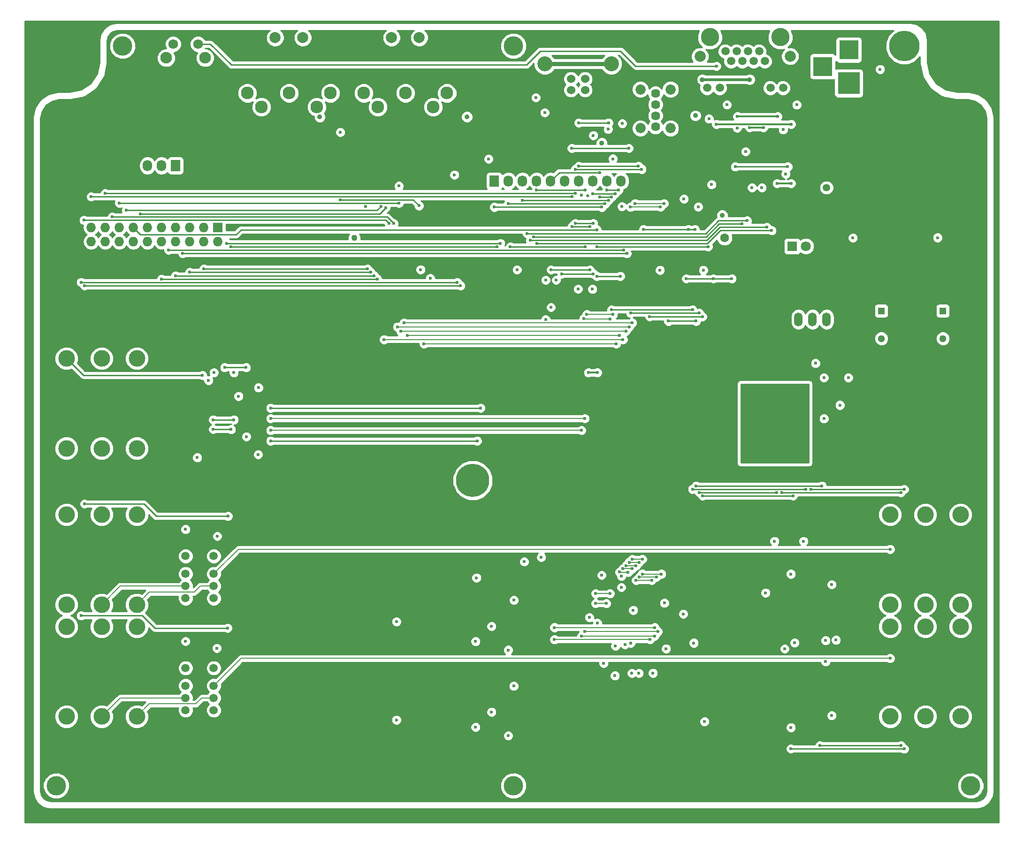
<source format=gbr>
G04 #@! TF.FileFunction,Copper,L4,Bot,Signal*
%FSLAX46Y46*%
G04 Gerber Fmt 4.6, Leading zero omitted, Abs format (unit mm)*
G04 Created by KiCad (PCBNEW no-vcs-found-product) date Tue 08 Dec 2015 09:39:45 PM BRST*
%MOMM*%
G01*
G04 APERTURE LIST*
%ADD10C,0.100000*%
%ADD11C,2.300000*%
%ADD12C,2.000000*%
%ADD13C,1.600000*%
%ADD14C,1.100000*%
%ADD15R,1.300000X1.300000*%
%ADD16C,1.300000*%
%ADD17C,1.620000*%
%ADD18C,1.850000*%
%ADD19R,1.727200X2.032000*%
%ADD20O,1.727200X2.032000*%
%ADD21C,2.100000*%
%ADD22C,1.750000*%
%ADD23C,1.501140*%
%ADD24C,3.300000*%
%ADD25C,3.000000*%
%ADD26R,4.000000X4.000000*%
%ADD27R,3.500000X3.500000*%
%ADD28C,3.500000*%
%ADD29C,1.500000*%
%ADD30C,1.524000*%
%ADD31C,2.700020*%
%ADD32R,1.727200X1.727200*%
%ADD33O,1.727200X1.727200*%
%ADD34C,6.000000*%
%ADD35C,5.500000*%
%ADD36O,1.501140X2.499360*%
%ADD37R,1.800000X1.800000*%
%ADD38C,1.800000*%
%ADD39C,0.600000*%
%ADD40C,0.900000*%
%ADD41C,1.350000*%
%ADD42C,0.254000*%
%ADD43C,0.304800*%
%ADD44C,0.381000*%
%ADD45C,0.203200*%
%ADD46C,0.508000*%
%ADD47C,0.762000*%
G04 APERTURE END LIST*
D10*
D11*
X56014740Y-11011540D03*
D12*
X48514740Y1488460D03*
D11*
X58514740Y-8511540D03*
X51014740Y-8511540D03*
X43514740Y-8511540D03*
X46014740Y-11011540D03*
D12*
X53514740Y1488460D03*
D11*
X35010720Y-11011540D03*
D12*
X27510720Y1488460D03*
D11*
X37510720Y-8511540D03*
X30010720Y-8511540D03*
X22510720Y-8511540D03*
X25010720Y-11011540D03*
D12*
X32510720Y1488460D03*
D13*
X108606860Y-34671000D03*
D14*
X41806860Y-34671000D03*
D15*
X136878060Y-47807880D03*
D16*
X136878060Y-52807880D03*
D15*
X147977860Y-47807880D03*
D16*
X147977860Y-52807880D03*
D17*
X96136460Y-8590280D03*
X96136460Y-10590280D03*
X96136460Y-12590280D03*
D18*
X98856460Y-7860280D03*
D17*
X96136460Y-14590280D03*
D18*
X98856460Y-14860280D03*
X93416460Y-7860280D03*
X93416460Y-14860280D03*
D19*
X67053460Y-24384380D03*
D20*
X69593460Y-24384380D03*
X72133460Y-24384380D03*
X74673460Y-24384380D03*
X77213460Y-24384380D03*
X79753460Y-24384380D03*
X82293460Y-24384380D03*
X84833460Y-24384380D03*
X87373460Y-24384380D03*
X89913460Y-24384380D03*
D19*
X9547860Y-21595080D03*
D20*
X7007860Y-21595080D03*
X4467860Y-21595080D03*
D21*
X14865900Y-2154720D03*
D22*
X13605900Y335280D03*
X9105900Y335280D03*
D21*
X7855900Y-2154720D03*
D12*
X120418860Y-1859280D03*
D23*
X105432860Y-7574280D03*
X107718860Y-7574280D03*
X116862860Y-7574280D03*
X119148860Y-7574280D03*
X115846860Y-2748280D03*
X113814860Y-2748280D03*
X111782860Y-2748280D03*
X109750860Y-2748280D03*
X112798860Y-970280D03*
X110766860Y-970280D03*
X114830860Y-970280D03*
X108734860Y-970280D03*
D24*
X105940860Y1569720D03*
X118640860Y1569720D03*
D12*
X104162860Y-1859280D03*
D25*
X-3792220Y-56393680D03*
X2557780Y-56393680D03*
X-10142220Y-56393680D03*
X-3792220Y-72623680D03*
X2557780Y-72623680D03*
X-10142220Y-72623680D03*
X144802860Y-100817080D03*
X138452860Y-100817080D03*
X151152860Y-100817080D03*
X144802860Y-84587080D03*
X138452860Y-84587080D03*
X151152860Y-84587080D03*
X144802860Y-121022780D03*
X138452860Y-121022780D03*
X151152860Y-121022780D03*
X144802860Y-104792780D03*
X138452860Y-104792780D03*
X151152860Y-104792780D03*
X-3792220Y-84592760D03*
X2557780Y-84592760D03*
X-10142220Y-84592760D03*
X-3792220Y-100822760D03*
X2557780Y-100822760D03*
X-10142220Y-100822760D03*
X-3792220Y-104790840D03*
X2557780Y-104790840D03*
X-10142220Y-104790840D03*
X-3792220Y-121020840D03*
X2557780Y-121020840D03*
X-10142220Y-121020840D03*
D26*
X131008120Y-6715760D03*
D27*
X131008120Y-713220D03*
X126308120Y-3713220D03*
D28*
X70500240Y-133502400D03*
X70500240Y0D03*
X-11998960Y-133499860D03*
X152999440Y-133502400D03*
X0Y0D03*
D29*
X16431260Y-92080080D03*
X11351260Y-92080080D03*
X11351260Y-95280080D03*
X11351260Y-97480080D03*
X11351260Y-99680080D03*
X16431260Y-95280080D03*
X16431260Y-97480080D03*
X16431260Y-99680080D03*
X16431260Y-112273080D03*
X11351260Y-112273080D03*
X11351260Y-115473080D03*
X11351260Y-117673080D03*
X11351260Y-119873080D03*
X16431260Y-115473080D03*
X16431260Y-117673080D03*
X16431260Y-119873080D03*
D30*
X83433920Y-7947660D03*
X80893920Y-7947660D03*
X80893920Y-5948680D03*
X83433920Y-5948680D03*
D31*
X88163400Y-3248660D03*
X76164440Y-3248660D03*
D32*
X17173180Y-32769700D03*
D33*
X17173180Y-35309700D03*
X14633180Y-32769700D03*
X14633180Y-35309700D03*
X12093180Y-32769700D03*
X12093180Y-35309700D03*
X9553180Y-32769700D03*
X9553180Y-35309700D03*
X7013180Y-32769700D03*
X7013180Y-35309700D03*
X4473180Y-32769700D03*
X4473180Y-35309700D03*
X1933180Y-32769700D03*
X1933180Y-35309700D03*
X-606820Y-32769700D03*
X-606820Y-35309700D03*
X-3146820Y-32769700D03*
X-3146820Y-35309700D03*
X-5686820Y-32769700D03*
X-5686820Y-35309700D03*
D34*
X63157100Y-78409800D03*
D35*
X141010640Y-15240D03*
D36*
X124457460Y-49357280D03*
X126997460Y-49357280D03*
X121917460Y-49357280D03*
D37*
X120774460Y-36149280D03*
D38*
X123274460Y-36149280D03*
D39*
X75516740Y-92278200D03*
X82781140Y-26949400D03*
X102059740Y-33096200D03*
X93956860Y-33096200D03*
X103253540Y-33096200D03*
X96954340Y-40462200D03*
X104752140Y-40462200D03*
X85549740Y-41554400D03*
X89766140Y-41554400D03*
X77269340Y-47167800D03*
X90070940Y-28981400D03*
X71147940Y-40386000D03*
X136654540Y-4216400D03*
X119153940Y-15113000D03*
X119636540Y-23114000D03*
X115318540Y-25577800D03*
X105768140Y-13157200D03*
X110873540Y-14808200D03*
X104980740Y-121945400D03*
X49405540Y-103911400D03*
X49405540Y-121640600D03*
X13464540Y-74295000D03*
X20906740Y-63220600D03*
X22329140Y-70510400D03*
X24437340Y-73736200D03*
X15496540Y-60350400D03*
X24488140Y-61671200D03*
X16995140Y-108686600D03*
X17071340Y-88493600D03*
X11356340Y-87249000D03*
X11330940Y-107442000D03*
X70589140Y-100025200D03*
X63832740Y-95986600D03*
X63680340Y-107467400D03*
X69573140Y-109016800D03*
X63680340Y-122936000D03*
X69573140Y-124485400D03*
X70563740Y-115519200D03*
X127916940Y-120853200D03*
X115978940Y-98704400D03*
X127916940Y-97205800D03*
X130914140Y-59867800D03*
X124995940Y-57277000D03*
X119433340Y-108813600D03*
X85651340Y-104140000D03*
X86768940Y-111404400D03*
X86413340Y-95504000D03*
X89969340Y-95707200D03*
X90629740Y-108026200D03*
X92128340Y-101828600D03*
X88826340Y-113665000D03*
X95684340Y-113182400D03*
X93144340Y-113207800D03*
X91874340Y-113207800D03*
X101145340Y-102514400D03*
X126824740Y-107315000D03*
X126824740Y-111125000D03*
X117604540Y-89382600D03*
X122836940Y-89382600D03*
X76151740Y-12039600D03*
X74551540Y-9321800D03*
X106250740Y-25019000D03*
X84914740Y-16154400D03*
X87581740Y-15011400D03*
X90147140Y-13995400D03*
X43842940Y-28981400D03*
X59844940Y-23266400D03*
X53748940Y-40360600D03*
X39270940Y-15570200D03*
X147017740Y-34594800D03*
X131752340Y-34645600D03*
X126519940Y-67259200D03*
X126519940Y-59867800D03*
X129390140Y-64820800D03*
X120550940Y-95300800D03*
X120576340Y-123012200D03*
X128704340Y-107213400D03*
X121236740Y-107721400D03*
X66550540Y-120218200D03*
X72443340Y-93091000D03*
X66550540Y-104749600D03*
D40*
X117528340Y-63957200D03*
X114861340Y-63957200D03*
X117528340Y-72288400D03*
X114861340Y-72288400D03*
X120144540Y-72288400D03*
X120169940Y-61722000D03*
X114861340Y-68122800D03*
X120169940Y-63957200D03*
D39*
X84025740Y-58953400D03*
X85625940Y-58953400D03*
X16461740Y-58953400D03*
X20068540Y-58953400D03*
D40*
X120169940Y-74523600D03*
D39*
X103050340Y-107746800D03*
X98046540Y-108788200D03*
X91671140Y-107797600D03*
X88902540Y-108305600D03*
D40*
X108155740Y-30556200D03*
X86438740Y-17526000D03*
X35562540Y-12801600D03*
X62130940Y-12801600D03*
D39*
X97741740Y-100533200D03*
X89969340Y-97713800D03*
X84762340Y-43891200D03*
X84203540Y-103149400D03*
X88445340Y-20370800D03*
X121617740Y-10617200D03*
X109019340Y-10617200D03*
X112397540Y-19050000D03*
X113540540Y-25577800D03*
X103837740Y-29032200D03*
X101272340Y-27609800D03*
X55501540Y-41935400D03*
X82171540Y-43865800D03*
X76304140Y-49377600D03*
X76329540Y-42265600D03*
X78209140Y-42265600D03*
X49837340Y-25273000D03*
X66017140Y-20396200D03*
X95963740Y-104952800D03*
X77904340Y-104952800D03*
X95125540Y-107137200D03*
X77904340Y-107137200D03*
X95963740Y-106502200D03*
X82776060Y-106507280D03*
X82776060Y-69372480D03*
X26692860Y-69372480D03*
X26692860Y-67238880D03*
X83385660Y-67238880D03*
X83385660Y-105694480D03*
X96573340Y-105689400D03*
X16309340Y-69189600D03*
X19560540Y-69215000D03*
X16334740Y-67462400D03*
X20068540Y-67462400D03*
X120550940Y-126847600D03*
X140992860Y-126852680D03*
X140992860Y-80015080D03*
X124183140Y-80010000D03*
X138452860Y-90835480D03*
X138452860Y-110520480D03*
X14399260Y-59441080D03*
X85570060Y-33177480D03*
X85570060Y-36250880D03*
X105615740Y-36245800D03*
X67053460Y-29088080D03*
X86459060Y-29088080D03*
X69593460Y-28478480D03*
X87043260Y-28478480D03*
X72133460Y-27868880D03*
X87652860Y-27868880D03*
X86103460Y-22839680D03*
X86103460Y-27259280D03*
X88237060Y-27259280D03*
X84833460Y-26649680D03*
X88846660Y-26649680D03*
X87373460Y-26040080D03*
X89456260Y-26040080D03*
X74673460Y-26014680D03*
X83436460Y-26014680D03*
X69949060Y-36250880D03*
X83436460Y-36250880D03*
X22278340Y-58039000D03*
X18392140Y-58039000D03*
X89054940Y-53746400D03*
X54353460Y-53751480D03*
X88470740Y-48463200D03*
X83741260Y-48468280D03*
X87911940Y-49250600D03*
X87911940Y-98831400D03*
X85316060Y-98836480D03*
X83187540Y-49225200D03*
X107134660Y-3637280D03*
X109908340Y-42011600D03*
X106555540Y-42011600D03*
X101678740Y-42011600D03*
X91386660Y-50703480D03*
X91386660Y-93197680D03*
X93195140Y-93192600D03*
X93195140Y-95859600D03*
X96319340Y-95859600D03*
X49565560Y-50703480D03*
X91945460Y-49966880D03*
X91945460Y-92638880D03*
X93753940Y-92633800D03*
X93753940Y-95300800D03*
X97182940Y-95300800D03*
X50759360Y-49954180D03*
X92636340Y-93802200D03*
X92636340Y-96443800D03*
X95455740Y-96443800D03*
X90827860Y-93781880D03*
X50162460Y-51465480D03*
X90827860Y-51465480D03*
X91894660Y-94366080D03*
X90269060Y-52989480D03*
X90269060Y-94340680D03*
X47165260Y-52989480D03*
X91183460Y-94975680D03*
X89659460Y-52227480D03*
X89659460Y-94950280D03*
X51356260Y-52227480D03*
X26692860Y-71277480D03*
X63954660Y-71277480D03*
X26692860Y-65333880D03*
X64564260Y-65333880D03*
X14653260Y-40238680D03*
X44168060Y-40238680D03*
X12087860Y-40848280D03*
X44752260Y-40848280D03*
X9547860Y-41457880D03*
X45361860Y-41457880D03*
X7007860Y-42067480D03*
X45946060Y-42067480D03*
X49857660Y-28376880D03*
X-612140Y-28376880D03*
X46606460Y-28961080D03*
X657860Y-29672280D03*
X47444660Y-29215080D03*
X3197860Y-30281880D03*
X119987060Y-21798280D03*
X110512860Y-21798280D03*
X111757460Y-32136080D03*
X74165460Y-34447480D03*
X117091460Y-33304480D03*
X74749660Y-35666680D03*
X116202460Y-32720280D03*
X73555860Y-35057080D03*
X112646460Y-31526480D03*
X72971660Y-33837880D03*
X93063060Y-21671280D03*
X82268060Y-21671280D03*
X82268060Y-13873480D03*
X87652860Y-13873480D03*
X93647260Y-22255480D03*
X81658460Y-22255480D03*
X97030540Y-29057600D03*
X91615260Y-29062680D03*
X97665540Y-28422600D03*
X92453460Y-28427680D03*
X18793460Y-35615880D03*
X68145660Y-35615880D03*
X19555460Y-36225480D03*
X67561460Y-36225480D03*
X10817860Y-37444680D03*
X90954860Y-37444680D03*
X8277860Y-36835080D03*
X90370660Y-36835080D03*
X48054260Y-32034480D03*
X-6987540Y-31450280D03*
X48892460Y-32034480D03*
X-1882140Y-30866080D03*
X53464460Y-28834080D03*
X39291260Y-27792680D03*
X91315540Y-18465800D03*
X81028540Y-18465800D03*
D41*
X126977140Y-25577800D03*
D40*
X103329740Y-12573000D03*
X113108740Y-6070600D03*
X104574340Y-6070600D03*
D39*
X125783340Y-126238000D03*
X140408660Y-126243080D03*
X140408660Y-80599280D03*
X118950740Y-80594200D03*
X79220060Y-41127680D03*
X84909660Y-41127680D03*
X84909660Y-32009080D03*
X81658460Y-32009080D03*
X-3152140Y-26598880D03*
X81658460Y-26598880D03*
X77264260Y-40391080D03*
X84300060Y-40391080D03*
X81048860Y-27208480D03*
X-5692140Y-27208480D03*
X84300060Y-32593280D03*
X81048860Y-32593280D03*
X-6880860Y-82651600D03*
X19001740Y-84861400D03*
X-6885940Y-43261280D03*
X60957460Y-43261280D03*
X-7490460Y-102819200D03*
X18925540Y-105054400D03*
X-7495540Y-42651680D03*
X60347860Y-42651680D03*
X107109260Y-14127480D03*
X120596660Y-14127480D03*
X120596660Y-24820880D03*
X118056660Y-24820880D03*
X87246460Y-100614480D03*
X85316060Y-100614480D03*
X126159260Y-79405480D03*
X103451660Y-79405480D03*
X103451660Y-49662080D03*
X98473260Y-49662080D03*
X104035860Y-48214280D03*
X91640660Y-48214280D03*
X117980460Y-80599280D03*
X104035860Y-80599280D03*
X120952260Y-81208880D03*
X104620060Y-81208880D03*
X104620060Y-48849280D03*
X95044260Y-48849280D03*
X123212860Y-79989680D03*
X102816660Y-79989680D03*
X102816660Y-47630080D03*
X88186260Y-47630080D03*
X118158260Y-12730480D03*
X110919260Y-12730480D03*
X115592860Y-14737080D03*
X113103660Y-14737080D03*
D42*
X103253540Y-33096200D02*
X102059740Y-33096200D01*
X102059740Y-33096200D02*
X93956860Y-33096200D01*
X89766140Y-41554400D02*
X85549740Y-41554400D01*
D43*
X85625940Y-58953400D02*
X84025740Y-58953400D01*
D44*
X120169940Y-74523600D02*
X120144540Y-74523600D01*
D45*
X77904340Y-104952800D02*
X95963740Y-104952800D01*
X77904340Y-107137200D02*
X95125540Y-107137200D01*
X95963740Y-106502200D02*
X82776060Y-106507280D01*
X82776060Y-69372480D02*
X26692860Y-69372480D01*
X83385660Y-67238880D02*
X26692860Y-67238880D01*
X96573340Y-105689400D02*
X83385660Y-105694480D01*
D42*
X16334740Y-69215000D02*
X16309340Y-69189600D01*
X19560540Y-69215000D02*
X16334740Y-69215000D01*
X20068540Y-67462400D02*
X16334740Y-67462400D01*
X140992860Y-126852680D02*
X120550940Y-126847600D01*
X124183140Y-80010000D02*
X140992860Y-80015080D01*
D45*
X16431260Y-95280080D02*
X20875860Y-90835480D01*
X20875860Y-90835480D02*
X138452860Y-90835480D01*
X11351260Y-97480080D02*
X-449540Y-97480080D01*
X-449540Y-97480080D02*
X-3792220Y-100822760D01*
X16431260Y-97480080D02*
X14028460Y-97480080D01*
X4798060Y-98582480D02*
X2557780Y-100822760D01*
X12926060Y-98582480D02*
X4798060Y-98582480D01*
X14028460Y-97480080D02*
X12926060Y-98582480D01*
X16431260Y-115473080D02*
X21383860Y-110520480D01*
X21383860Y-110520480D02*
X138452860Y-110520480D01*
X11351260Y-117673080D02*
X-444460Y-117673080D01*
X-444460Y-117673080D02*
X-3792220Y-121020840D01*
X16431260Y-117673080D02*
X14282460Y-117673080D01*
X4828540Y-118750080D02*
X2557780Y-121020840D01*
X13205460Y-118750080D02*
X4828540Y-118750080D01*
X14282460Y-117673080D02*
X13205460Y-118750080D01*
D42*
X-7094820Y-59441080D02*
X-10142220Y-56393680D01*
X14399260Y-59441080D02*
X-7094820Y-59441080D01*
X85570060Y-33177480D02*
X21358860Y-33177480D01*
X21358860Y-33177480D02*
X20495260Y-34041080D01*
X105615740Y-36245800D02*
X85570060Y-36250880D01*
X1933180Y-32769700D02*
X3204560Y-34041080D01*
X3204560Y-34041080D02*
X20495260Y-34041080D01*
X86459060Y-29088080D02*
X67053460Y-29088080D01*
X87043260Y-28478480D02*
X69593460Y-28478480D01*
X87652860Y-27868880D02*
X72133460Y-27868880D01*
X77213460Y-24384380D02*
X78758160Y-22839680D01*
X78758160Y-22839680D02*
X86103460Y-22839680D01*
X86103460Y-27259280D02*
X88237060Y-27259280D01*
X88846660Y-26649680D02*
X84833460Y-26649680D01*
X89456260Y-26040080D02*
X87373460Y-26040080D01*
X74673460Y-26014680D02*
X83436460Y-26014680D01*
X83436460Y-36250880D02*
X69949060Y-36250880D01*
X18392140Y-58039000D02*
X22278340Y-58039000D01*
D45*
X89054940Y-53746400D02*
X54353460Y-53751480D01*
X88470740Y-48463200D02*
X83741260Y-48468280D01*
X85316060Y-98836480D02*
X87911940Y-98831400D01*
X83187540Y-49225200D02*
X83187540Y-49250600D01*
X83187540Y-49250600D02*
X83187540Y-49225200D01*
X83187540Y-49225200D02*
X83187540Y-49250600D01*
X87911940Y-49250600D02*
X83187540Y-49250600D01*
D42*
X106555540Y-42011600D02*
X109888020Y-42031920D01*
X15836900Y335280D02*
X13605900Y335280D01*
X19606260Y-3434080D02*
X15836900Y335280D01*
X72844660Y-3434080D02*
X19606260Y-3434080D01*
X75359260Y-919480D02*
X72844660Y-3434080D01*
X89837260Y-919480D02*
X75359260Y-919480D01*
X92555060Y-3637280D02*
X89837260Y-919480D01*
X107134660Y-3637280D02*
X92555060Y-3637280D01*
X109888020Y-42031920D02*
X109908340Y-42011600D01*
X101678740Y-42011600D02*
X106555540Y-42011600D01*
D45*
X93195140Y-93192600D02*
X91386660Y-93197680D01*
X96319340Y-95859600D02*
X93195140Y-95859600D01*
X91386660Y-50703480D02*
X91386660Y-50708560D01*
X91386660Y-50708560D02*
X91386660Y-50703480D01*
X91386660Y-50703480D02*
X91386660Y-50708560D01*
X91386660Y-50708560D02*
X49565560Y-50703480D01*
X93753940Y-92633800D02*
X91945460Y-92638880D01*
X97182940Y-95300800D02*
X93753940Y-95300800D01*
X91945460Y-49966880D02*
X91945460Y-49959260D01*
X91945460Y-49959260D02*
X91945460Y-49966880D01*
X91945460Y-49966880D02*
X91945460Y-49959260D01*
X91945460Y-49959260D02*
X50759360Y-49954180D01*
X95455740Y-96443800D02*
X92636340Y-96443800D01*
X92636340Y-93802200D02*
X92636340Y-93781880D01*
X92636340Y-93781880D02*
X92636340Y-93802200D01*
X92636340Y-93802200D02*
X92636340Y-93781880D01*
X92636340Y-93781880D02*
X90827860Y-93781880D01*
X90827860Y-51465480D02*
X50162460Y-51465480D01*
X91894660Y-94366080D02*
X91894660Y-94345760D01*
X91894660Y-94345760D02*
X91894660Y-94366080D01*
X91894660Y-94366080D02*
X91894660Y-94345760D01*
X91894660Y-94345760D02*
X90269060Y-94340680D01*
X90269060Y-52989480D02*
X47165260Y-52989480D01*
X91183460Y-94975680D02*
X91183460Y-94980760D01*
X91183460Y-94980760D02*
X91183460Y-94975680D01*
X91183460Y-94975680D02*
X91183460Y-94980760D01*
X89684860Y-94975680D02*
X89659460Y-94950280D01*
X91183460Y-94980760D02*
X89684860Y-94975680D01*
X89659460Y-52227480D02*
X51356260Y-52227480D01*
D42*
X63954660Y-71277480D02*
X26692860Y-71277480D01*
X64564260Y-65333880D02*
X26692860Y-65333880D01*
X44168060Y-40238680D02*
X14653260Y-40238680D01*
X44752260Y-40848280D02*
X12087860Y-40848280D01*
X45361860Y-41457880D02*
X9547860Y-41457880D01*
X45946060Y-42067480D02*
X7007860Y-42067480D01*
X-612140Y-28376880D02*
X49857660Y-28376880D01*
X45895260Y-29672280D02*
X46606460Y-28961080D01*
X657860Y-29672280D02*
X45895260Y-29672280D01*
X46377860Y-30281880D02*
X47444660Y-29215080D01*
X3197860Y-30281880D02*
X46377860Y-30281880D01*
X110512860Y-21798280D02*
X119987060Y-21798280D01*
X111757460Y-32136080D02*
X107591860Y-32136080D01*
X107591860Y-32136080D02*
X105280460Y-34447480D01*
X74165460Y-34447480D02*
X105280460Y-34447480D01*
X107871260Y-33304480D02*
X117091460Y-33304480D01*
X105509060Y-35666680D02*
X107871260Y-33304480D01*
X74749660Y-35666680D02*
X105509060Y-35666680D01*
X107718860Y-32720280D02*
X116202460Y-32720280D01*
X105382060Y-35057080D02*
X107718860Y-32720280D01*
X73555860Y-35057080D02*
X105382060Y-35057080D01*
X107541060Y-31526480D02*
X112646460Y-31526480D01*
X105229660Y-33837880D02*
X107541060Y-31526480D01*
X72971660Y-33837880D02*
X105229660Y-33837880D01*
X82268060Y-21671280D02*
X93063060Y-21671280D01*
X87652860Y-13873480D02*
X82268060Y-13873480D01*
X81658460Y-22255480D02*
X93647260Y-22255480D01*
D45*
X91620340Y-29057600D02*
X91615260Y-29062680D01*
X97030540Y-29057600D02*
X91620340Y-29057600D01*
X92453460Y-28427680D02*
X92458540Y-28422600D01*
X92458540Y-28422600D02*
X97665540Y-28422600D01*
D42*
X68145660Y-35615880D02*
X18793460Y-35615880D01*
X67561460Y-36225480D02*
X19555460Y-36225480D01*
X90954860Y-37444680D02*
X10817860Y-37444680D01*
X90370660Y-36835080D02*
X8277860Y-36835080D01*
X47470060Y-31450280D02*
X48054260Y-32034480D01*
X-6987540Y-31450280D02*
X47470060Y-31450280D01*
X47724060Y-30866080D02*
X48892460Y-32034480D01*
X-1882140Y-30866080D02*
X47724060Y-30866080D01*
X52423060Y-27792680D02*
X53464460Y-28834080D01*
X39291260Y-27792680D02*
X52423060Y-27792680D01*
X81028540Y-18465800D02*
X91315540Y-18465800D01*
D46*
X104574340Y-6070600D02*
X113108740Y-6070600D01*
D42*
X140408660Y-126243080D02*
X125783340Y-126238000D01*
X118950740Y-80594200D02*
X140408660Y-80599280D01*
X84909660Y-41127680D02*
X79220060Y-41127680D01*
X81658460Y-32009080D02*
X84909660Y-32009080D01*
X-3152140Y-26598880D02*
X81658460Y-26598880D01*
X84300060Y-40391080D02*
X77264260Y-40391080D01*
X81048860Y-32593280D02*
X84300060Y-32593280D01*
X-5692140Y-27208480D02*
X81048860Y-27208480D01*
X3837940Y-82651600D02*
X-6880860Y-82651600D01*
X6047740Y-84861400D02*
X3837940Y-82651600D01*
X19001740Y-84861400D02*
X6047740Y-84861400D01*
X60957460Y-43261280D02*
X-6885940Y-43261280D01*
X3558540Y-102819200D02*
X-7490460Y-102819200D01*
X5793740Y-105054400D02*
X3558540Y-102819200D01*
X18925540Y-105054400D02*
X5793740Y-105054400D01*
X60347860Y-42651680D02*
X-7495540Y-42651680D01*
D43*
X107109260Y-14127480D02*
X120596660Y-14127480D01*
X120596660Y-24820880D02*
X118056660Y-24820880D01*
D45*
X85316060Y-100614480D02*
X87246460Y-100614480D01*
D42*
X103451660Y-79405480D02*
X126159260Y-79405480D01*
X98473260Y-49662080D02*
X103451660Y-49662080D01*
X91640660Y-48214280D02*
X104035860Y-48214280D01*
X104035860Y-80599280D02*
X117980460Y-80599280D01*
X104620060Y-81208880D02*
X120952260Y-81208880D01*
X95044260Y-48849280D02*
X104620060Y-48849280D01*
X102816660Y-79989680D02*
X123212860Y-79989680D01*
X88186260Y-47630080D02*
X102816660Y-47630080D01*
D47*
X76164440Y-3248660D02*
X88163400Y-3248660D01*
D43*
X110919260Y-12730480D02*
X118158260Y-12730480D01*
X113103660Y-14737080D02*
X115592860Y-14737080D01*
D42*
G36*
X123736100Y-75173840D02*
X111594900Y-75173840D01*
X111594900Y-61051440D01*
X123736100Y-61051440D01*
X123736100Y-75173840D01*
X123736100Y-75173840D01*
G37*
X123736100Y-75173840D02*
X111594900Y-75173840D01*
X111594900Y-61051440D01*
X123736100Y-61051440D01*
X123736100Y-75173840D01*
G36*
X158066740Y-140106400D02*
X-17599660Y-140106400D01*
X-17599660Y-13008248D01*
X-16178196Y-13008248D01*
X-16178196Y-134508248D01*
X-16165032Y-134574429D01*
X-16165032Y-134641883D01*
X-15974731Y-135598592D01*
X-15932364Y-135700873D01*
X-15872450Y-135845521D01*
X-15330518Y-136656578D01*
X-15267520Y-136719575D01*
X-15141527Y-136845570D01*
X-14330469Y-137387501D01*
X-14258145Y-137417459D01*
X-14083540Y-137489783D01*
X-13126831Y-137680084D01*
X-13059377Y-137680084D01*
X-12993191Y-137693249D01*
X154006805Y-137693249D01*
X154072991Y-137680084D01*
X154140443Y-137680084D01*
X155097152Y-137489783D01*
X155199433Y-137447416D01*
X155344081Y-137387502D01*
X156155138Y-136845570D01*
X156218135Y-136782572D01*
X156344130Y-136656579D01*
X156886061Y-135845521D01*
X156943663Y-135706457D01*
X156988343Y-135598592D01*
X157178644Y-134641883D01*
X157178644Y-134574439D01*
X157191810Y-134508248D01*
X157191810Y-13008248D01*
X157178644Y-12942057D01*
X157178644Y-12874609D01*
X156874162Y-11343875D01*
X156771880Y-11096947D01*
X156771880Y-11096946D01*
X155904790Y-9799253D01*
X155778795Y-9673260D01*
X155715798Y-9610262D01*
X154418106Y-8743171D01*
X154294642Y-8692031D01*
X154171177Y-8640890D01*
X152640443Y-8336408D01*
X152572995Y-8336408D01*
X152506809Y-8323243D01*
X150574258Y-8323243D01*
X148477978Y-7906267D01*
X146758022Y-6757029D01*
X145608785Y-5037072D01*
X145191808Y-2940789D01*
X145191808Y991755D01*
X145178644Y1057936D01*
X145178644Y1125391D01*
X144988343Y2082100D01*
X144886061Y2329028D01*
X144886061Y2329029D01*
X144344130Y3140087D01*
X144218135Y3266080D01*
X144155138Y3329078D01*
X143344081Y3871010D01*
X143199433Y3930924D01*
X143097152Y3973291D01*
X142140443Y4163592D01*
X142072963Y4163592D01*
X142006803Y4176752D01*
X-993196Y4176752D01*
X-1059356Y4163592D01*
X-1126831Y4163592D01*
X-2083540Y3973291D01*
X-2258145Y3900967D01*
X-2330469Y3871009D01*
X-3141527Y3329078D01*
X-3240990Y3229614D01*
X-3330518Y3140086D01*
X-3872450Y2329029D01*
X-3930051Y2189965D01*
X-3974731Y2082100D01*
X-4165032Y1125391D01*
X-4165032Y1057925D01*
X-4178194Y991755D01*
X-4178194Y-2940779D01*
X-4595173Y-5037074D01*
X-5744411Y-6757030D01*
X-7464368Y-7906267D01*
X-9560646Y-8323243D01*
X-11493195Y-8323243D01*
X-11559381Y-8336408D01*
X-11626831Y-8336408D01*
X-13157565Y-8640890D01*
X-13332170Y-8713214D01*
X-13404494Y-8743172D01*
X-14702187Y-9610262D01*
X-14828180Y-9736257D01*
X-14891178Y-9799254D01*
X-15758269Y-11096946D01*
X-15809409Y-11220410D01*
X-15860550Y-11343875D01*
X-16165032Y-12874609D01*
X-16165032Y-12942067D01*
X-16178196Y-13008248D01*
X-17599660Y-13008248D01*
X-17599660Y4521200D01*
X158066740Y4521200D01*
X158066740Y-140106400D01*
X158066740Y-140106400D01*
G37*
X158066740Y-140106400D02*
X-17599660Y-140106400D01*
X-17599660Y-13008248D01*
X-16178196Y-13008248D01*
X-16178196Y-134508248D01*
X-16165032Y-134574429D01*
X-16165032Y-134641883D01*
X-15974731Y-135598592D01*
X-15932364Y-135700873D01*
X-15872450Y-135845521D01*
X-15330518Y-136656578D01*
X-15267520Y-136719575D01*
X-15141527Y-136845570D01*
X-14330469Y-137387501D01*
X-14258145Y-137417459D01*
X-14083540Y-137489783D01*
X-13126831Y-137680084D01*
X-13059377Y-137680084D01*
X-12993191Y-137693249D01*
X154006805Y-137693249D01*
X154072991Y-137680084D01*
X154140443Y-137680084D01*
X155097152Y-137489783D01*
X155199433Y-137447416D01*
X155344081Y-137387502D01*
X156155138Y-136845570D01*
X156218135Y-136782572D01*
X156344130Y-136656579D01*
X156886061Y-135845521D01*
X156943663Y-135706457D01*
X156988343Y-135598592D01*
X157178644Y-134641883D01*
X157178644Y-134574439D01*
X157191810Y-134508248D01*
X157191810Y-13008248D01*
X157178644Y-12942057D01*
X157178644Y-12874609D01*
X156874162Y-11343875D01*
X156771880Y-11096947D01*
X156771880Y-11096946D01*
X155904790Y-9799253D01*
X155778795Y-9673260D01*
X155715798Y-9610262D01*
X154418106Y-8743171D01*
X154294642Y-8692031D01*
X154171177Y-8640890D01*
X152640443Y-8336408D01*
X152572995Y-8336408D01*
X152506809Y-8323243D01*
X150574258Y-8323243D01*
X148477978Y-7906267D01*
X146758022Y-6757029D01*
X145608785Y-5037072D01*
X145191808Y-2940789D01*
X145191808Y991755D01*
X145178644Y1057936D01*
X145178644Y1125391D01*
X144988343Y2082100D01*
X144886061Y2329028D01*
X144886061Y2329029D01*
X144344130Y3140087D01*
X144218135Y3266080D01*
X144155138Y3329078D01*
X143344081Y3871010D01*
X143199433Y3930924D01*
X143097152Y3973291D01*
X142140443Y4163592D01*
X142072963Y4163592D01*
X142006803Y4176752D01*
X-993196Y4176752D01*
X-1059356Y4163592D01*
X-1126831Y4163592D01*
X-2083540Y3973291D01*
X-2258145Y3900967D01*
X-2330469Y3871009D01*
X-3141527Y3329078D01*
X-3240990Y3229614D01*
X-3330518Y3140086D01*
X-3872450Y2329029D01*
X-3930051Y2189965D01*
X-3974731Y2082100D01*
X-4165032Y1125391D01*
X-4165032Y1057925D01*
X-4178194Y991755D01*
X-4178194Y-2940779D01*
X-4595173Y-5037074D01*
X-5744411Y-6757030D01*
X-7464368Y-7906267D01*
X-9560646Y-8323243D01*
X-11493195Y-8323243D01*
X-11559381Y-8336408D01*
X-11626831Y-8336408D01*
X-13157565Y-8640890D01*
X-13332170Y-8713214D01*
X-13404494Y-8743172D01*
X-14702187Y-9610262D01*
X-14828180Y-9736257D01*
X-14891178Y-9799254D01*
X-15758269Y-11096946D01*
X-15809409Y-11220410D01*
X-15860550Y-11343875D01*
X-16165032Y-12874609D01*
X-16165032Y-12942067D01*
X-16178196Y-13008248D01*
X-17599660Y-13008248D01*
X-17599660Y4521200D01*
X158066740Y4521200D01*
X158066740Y-140106400D01*
G36*
X26125442Y2415823D02*
X26105581Y2367992D01*
X26091333Y2362724D01*
X25988853Y2086879D01*
X25876004Y1815108D01*
X25875976Y1783049D01*
X25864812Y1752999D01*
X25875693Y1458943D01*
X25875436Y1164665D01*
X25887679Y1135036D01*
X25888864Y1103000D01*
X26091333Y614196D01*
X26104969Y609154D01*
X26123826Y563517D01*
X26583357Y103182D01*
X26631188Y83321D01*
X26636456Y69073D01*
X26912301Y-33407D01*
X27184072Y-146256D01*
X27216131Y-146284D01*
X27246181Y-157448D01*
X27540237Y-146567D01*
X27834515Y-146824D01*
X27864144Y-134581D01*
X27896180Y-133396D01*
X28384984Y69073D01*
X28390026Y82709D01*
X28435663Y101566D01*
X28895998Y561097D01*
X28915859Y608928D01*
X28930107Y614196D01*
X29032587Y890041D01*
X29145436Y1161812D01*
X29145464Y1193871D01*
X29156628Y1223921D01*
X29145747Y1517977D01*
X29146004Y1812255D01*
X29133761Y1841884D01*
X29132576Y1873920D01*
X28930107Y2362724D01*
X28916471Y2367766D01*
X28897614Y2413403D01*
X28504952Y2806752D01*
X31517055Y2806752D01*
X31125442Y2415823D01*
X31105581Y2367992D01*
X31091333Y2362724D01*
X30988853Y2086879D01*
X30876004Y1815108D01*
X30875976Y1783049D01*
X30864812Y1752999D01*
X30875693Y1458943D01*
X30875436Y1164665D01*
X30887679Y1135036D01*
X30888864Y1103000D01*
X31091333Y614196D01*
X31104969Y609154D01*
X31123826Y563517D01*
X31583357Y103182D01*
X31631188Y83321D01*
X31636456Y69073D01*
X31912301Y-33407D01*
X32184072Y-146256D01*
X32216131Y-146284D01*
X32246181Y-157448D01*
X32540237Y-146567D01*
X32834515Y-146824D01*
X32864144Y-134581D01*
X32896180Y-133396D01*
X33384984Y69073D01*
X33390026Y82709D01*
X33435663Y101566D01*
X33895998Y561097D01*
X33915859Y608928D01*
X33930107Y614196D01*
X34032587Y890041D01*
X34145436Y1161812D01*
X34145464Y1193871D01*
X34156628Y1223921D01*
X34145747Y1517977D01*
X34146004Y1812255D01*
X34133761Y1841884D01*
X34132576Y1873920D01*
X33930107Y2362724D01*
X33916471Y2367766D01*
X33897614Y2413403D01*
X33504952Y2806752D01*
X47521075Y2806752D01*
X47129462Y2415823D01*
X47109601Y2367992D01*
X47095353Y2362724D01*
X46992873Y2086879D01*
X46880024Y1815108D01*
X46879996Y1783049D01*
X46868832Y1752999D01*
X46879713Y1458943D01*
X46879456Y1164665D01*
X46891699Y1135036D01*
X46892884Y1103000D01*
X47095353Y614196D01*
X47108989Y609154D01*
X47127846Y563517D01*
X47587377Y103182D01*
X47635208Y83321D01*
X47640476Y69073D01*
X47916321Y-33407D01*
X48188092Y-146256D01*
X48220151Y-146284D01*
X48250201Y-157448D01*
X48544257Y-146567D01*
X48838535Y-146824D01*
X48868164Y-134581D01*
X48900200Y-133396D01*
X49389004Y69073D01*
X49394046Y82709D01*
X49439683Y101566D01*
X49900018Y561097D01*
X49919879Y608928D01*
X49934127Y614196D01*
X50036607Y890041D01*
X50149456Y1161812D01*
X50149484Y1193871D01*
X50160648Y1223921D01*
X50149767Y1517977D01*
X50150024Y1812255D01*
X50137781Y1841884D01*
X50136596Y1873920D01*
X49934127Y2362724D01*
X49920491Y2367766D01*
X49901634Y2413403D01*
X49508972Y2806752D01*
X52521075Y2806752D01*
X52129462Y2415823D01*
X52109601Y2367992D01*
X52095353Y2362724D01*
X51992873Y2086879D01*
X51880024Y1815108D01*
X51879996Y1783049D01*
X51868832Y1752999D01*
X51879713Y1458943D01*
X51879456Y1164665D01*
X51891699Y1135036D01*
X51892884Y1103000D01*
X52095353Y614196D01*
X52108989Y609154D01*
X52127846Y563517D01*
X52587377Y103182D01*
X52635208Y83321D01*
X52640476Y69073D01*
X52916321Y-33407D01*
X53188092Y-146256D01*
X53220151Y-146284D01*
X53250201Y-157448D01*
X53544257Y-146567D01*
X53838535Y-146824D01*
X53868164Y-134581D01*
X53900200Y-133396D01*
X54389004Y69073D01*
X54394046Y82709D01*
X54439683Y101566D01*
X54782124Y443409D01*
X68109284Y443409D01*
X68115227Y-14403D01*
X68114827Y-472325D01*
X68121376Y-488176D01*
X68121599Y-505323D01*
X68460969Y-1324636D01*
X68468775Y-1328944D01*
X68477156Y-1349229D01*
X69147482Y-2020726D01*
X69170686Y-2030361D01*
X69175604Y-2039271D01*
X69600848Y-2208980D01*
X70023753Y-2384585D01*
X70040905Y-2384600D01*
X70056831Y-2390956D01*
X70514643Y-2385013D01*
X70972565Y-2385413D01*
X70988416Y-2378864D01*
X71005563Y-2378641D01*
X71824876Y-2039271D01*
X71829184Y-2031465D01*
X71849469Y-2023084D01*
X72520966Y-1352758D01*
X72530601Y-1329554D01*
X72539511Y-1324636D01*
X72709220Y-899392D01*
X72884825Y-476487D01*
X72884840Y-459335D01*
X72891196Y-443409D01*
X72885253Y14403D01*
X72885653Y472325D01*
X72879104Y488176D01*
X72878881Y505323D01*
X72539511Y1324636D01*
X72531705Y1328944D01*
X72523324Y1349229D01*
X71852998Y2020726D01*
X71829794Y2030361D01*
X71824876Y2039271D01*
X71399632Y2208980D01*
X70976727Y2384585D01*
X70959575Y2384600D01*
X70943649Y2390956D01*
X70485837Y2385013D01*
X70027915Y2385413D01*
X70012064Y2378864D01*
X69994917Y2378641D01*
X69175604Y2039271D01*
X69171296Y2031465D01*
X69151011Y2023084D01*
X68479514Y1352758D01*
X68469879Y1329554D01*
X68460969Y1324636D01*
X68291260Y899392D01*
X68115655Y476487D01*
X68115640Y459335D01*
X68109284Y443409D01*
X54782124Y443409D01*
X54900018Y561097D01*
X54919879Y608928D01*
X54934127Y614196D01*
X55036607Y890041D01*
X55149456Y1161812D01*
X55149484Y1193871D01*
X55160648Y1223921D01*
X55149767Y1517977D01*
X55150024Y1812255D01*
X55137781Y1841884D01*
X55136596Y1873920D01*
X54934127Y2362724D01*
X54920491Y2367766D01*
X54901634Y2413403D01*
X54508972Y2806752D01*
X103973257Y2806752D01*
X103823498Y2428989D01*
X103656257Y2026229D01*
X103656240Y2007086D01*
X103649187Y1989294D01*
X103655844Y1553304D01*
X103655464Y1117199D01*
X103662774Y1099508D01*
X103663066Y1080370D01*
X103984194Y305099D01*
X103992943Y300439D01*
X104002602Y277062D01*
X104513155Y-234383D01*
X104489508Y-224564D01*
X104457449Y-224536D01*
X104427399Y-213372D01*
X104133343Y-224253D01*
X103839065Y-223996D01*
X103809436Y-236239D01*
X103777400Y-237424D01*
X103288596Y-439893D01*
X103283554Y-453529D01*
X103237917Y-472386D01*
X102777582Y-931917D01*
X102757721Y-979748D01*
X102743473Y-985016D01*
X102640993Y-1260861D01*
X102528144Y-1532632D01*
X102528116Y-1564691D01*
X102516952Y-1594741D01*
X102527833Y-1888797D01*
X102527576Y-2183075D01*
X102539819Y-2212704D01*
X102541004Y-2244740D01*
X102743473Y-2733544D01*
X102757109Y-2738586D01*
X102775966Y-2784223D01*
X102866864Y-2875280D01*
X92870691Y-2875280D01*
X90376075Y-380665D01*
X90161700Y-237424D01*
X90128865Y-215484D01*
X89837260Y-157480D01*
X75359260Y-157480D01*
X75078273Y-213372D01*
X75067655Y-215484D01*
X74820444Y-380665D01*
X72529030Y-2672080D01*
X19921890Y-2672080D01*
X16375715Y874095D01*
X16128505Y1039276D01*
X15836900Y1097280D01*
X14924870Y1097280D01*
X14886762Y1189509D01*
X14462363Y1614650D01*
X13907575Y1845018D01*
X13306860Y1845542D01*
X12751671Y1616142D01*
X12326530Y1191743D01*
X12096162Y636955D01*
X12095638Y36240D01*
X12325038Y-518949D01*
X12749437Y-944090D01*
X13304225Y-1174458D01*
X13462704Y-1174596D01*
X13438260Y-1198998D01*
X13419152Y-1245016D01*
X13405155Y-1250407D01*
X13298232Y-1536223D01*
X13181193Y-1818082D01*
X13181166Y-1849150D01*
X13170281Y-1878246D01*
X13180874Y-2183222D01*
X13180608Y-2488417D01*
X13192473Y-2517132D01*
X13193551Y-2548176D01*
X13405155Y-3059033D01*
X13418507Y-3064176D01*
X13436594Y-3107949D01*
X13910178Y-3582360D01*
X13956196Y-3601468D01*
X13961587Y-3615465D01*
X14247403Y-3722388D01*
X14529262Y-3839427D01*
X14560330Y-3839454D01*
X14589426Y-3850339D01*
X14894402Y-3839746D01*
X15199597Y-3840012D01*
X15228312Y-3828147D01*
X15259356Y-3827069D01*
X15770213Y-3615465D01*
X15775356Y-3602113D01*
X15819129Y-3584026D01*
X16293540Y-3110442D01*
X16312648Y-3064424D01*
X16326645Y-3059033D01*
X16433568Y-2773217D01*
X16550607Y-2491358D01*
X16550634Y-2460290D01*
X16561519Y-2431194D01*
X16550926Y-2126218D01*
X16551192Y-1821023D01*
X16539327Y-1792308D01*
X16538249Y-1761264D01*
X16326645Y-1250407D01*
X16313293Y-1245264D01*
X16295206Y-1201491D01*
X15821622Y-727080D01*
X15775604Y-707972D01*
X15770213Y-693975D01*
X15484397Y-587052D01*
X15202538Y-470013D01*
X15171470Y-469986D01*
X15142374Y-459101D01*
X14907663Y-467254D01*
X14924494Y-426720D01*
X15521270Y-426720D01*
X19067445Y-3972895D01*
X19314655Y-4138076D01*
X19606260Y-4196080D01*
X72844660Y-4196080D01*
X73136265Y-4138076D01*
X73383475Y-3972895D01*
X74179492Y-3176879D01*
X74179086Y-3641771D01*
X74480649Y-4371609D01*
X75038554Y-4930489D01*
X75767865Y-5233325D01*
X76557551Y-5234014D01*
X77287389Y-4932451D01*
X77846269Y-4374546D01*
X77891898Y-4264660D01*
X86435419Y-4264660D01*
X86479609Y-4371609D01*
X87037514Y-4930489D01*
X87766825Y-5233325D01*
X88556511Y-5234014D01*
X89286349Y-4932451D01*
X89845229Y-4374546D01*
X90148065Y-3645235D01*
X90148754Y-2855549D01*
X89847191Y-2125711D01*
X89403735Y-1681480D01*
X89521630Y-1681480D01*
X92016245Y-4176096D01*
X92148281Y-4264319D01*
X92263455Y-4341276D01*
X92555060Y-4399280D01*
X106574194Y-4399280D01*
X106604333Y-4429472D01*
X106947861Y-4572118D01*
X107319827Y-4572442D01*
X107663603Y-4430397D01*
X107926852Y-4167607D01*
X108069498Y-3824079D01*
X108069822Y-3452113D01*
X107927777Y-3108337D01*
X107664987Y-2845088D01*
X107321459Y-2702442D01*
X106949493Y-2702118D01*
X106605717Y-2844163D01*
X106574546Y-2875280D01*
X105459346Y-2875280D01*
X105548138Y-2786643D01*
X105567999Y-2738812D01*
X105582247Y-2733544D01*
X105684727Y-2457699D01*
X105797576Y-2185928D01*
X105797604Y-2153869D01*
X105808768Y-2123819D01*
X105797887Y-1829763D01*
X105798144Y-1535485D01*
X105785901Y-1505856D01*
X105784716Y-1473820D01*
X105689803Y-1244678D01*
X107349050Y-1244678D01*
X107559546Y-1754117D01*
X107948973Y-2144224D01*
X108420169Y-2339882D01*
X108365531Y-2471464D01*
X108365050Y-3022678D01*
X108575546Y-3532117D01*
X108964973Y-3922224D01*
X109474044Y-4133609D01*
X110025258Y-4134090D01*
X110534697Y-3923594D01*
X110766923Y-3691773D01*
X110996973Y-3922224D01*
X111506044Y-4133609D01*
X112057258Y-4134090D01*
X112566697Y-3923594D01*
X112798923Y-3691773D01*
X113028973Y-3922224D01*
X113538044Y-4133609D01*
X114089258Y-4134090D01*
X114598697Y-3923594D01*
X114830923Y-3691773D01*
X115060973Y-3922224D01*
X115570044Y-4133609D01*
X116121258Y-4134090D01*
X116630697Y-3923594D01*
X117020804Y-3534167D01*
X117232189Y-3025096D01*
X117232670Y-2473882D01*
X117022174Y-1964443D01*
X116632747Y-1574336D01*
X116161551Y-1378678D01*
X116216189Y-1247096D01*
X116216670Y-695882D01*
X116006174Y-186443D01*
X115616747Y203664D01*
X115107676Y415049D01*
X114556462Y415530D01*
X114047023Y205034D01*
X113814797Y-26787D01*
X113584747Y203664D01*
X113075676Y415049D01*
X112524462Y415530D01*
X112015023Y205034D01*
X111782797Y-26787D01*
X111552747Y203664D01*
X111043676Y415049D01*
X110492462Y415530D01*
X109983023Y205034D01*
X109750797Y-26787D01*
X109520747Y203664D01*
X109011676Y415049D01*
X108460462Y415530D01*
X107951023Y205034D01*
X107560916Y-184393D01*
X107349531Y-693464D01*
X107349050Y-1244678D01*
X105689803Y-1244678D01*
X105582247Y-985016D01*
X105568611Y-979974D01*
X105549754Y-934337D01*
X105221890Y-605900D01*
X105484351Y-714883D01*
X105503494Y-714900D01*
X105521286Y-721953D01*
X105957276Y-715296D01*
X106393381Y-715676D01*
X106411072Y-708366D01*
X106430210Y-708074D01*
X107205481Y-386946D01*
X107210141Y-378197D01*
X107233518Y-368538D01*
X107876859Y273681D01*
X107887741Y299887D01*
X107897526Y305099D01*
X108058222Y710451D01*
X108225463Y1113211D01*
X108225480Y1132354D01*
X108232533Y1150146D01*
X108225876Y1586136D01*
X108226256Y2022241D01*
X108218946Y2039932D01*
X108218654Y2059070D01*
X107908954Y2806752D01*
X116673257Y2806752D01*
X116523498Y2428989D01*
X116356257Y2026229D01*
X116356240Y2007086D01*
X116349187Y1989294D01*
X116355844Y1553304D01*
X116355464Y1117199D01*
X116362774Y1099508D01*
X116363066Y1080370D01*
X116684194Y305099D01*
X116692943Y300439D01*
X116702602Y277062D01*
X117344821Y-366279D01*
X117371027Y-377161D01*
X117376239Y-386946D01*
X117781591Y-547642D01*
X118184351Y-714883D01*
X118203494Y-714900D01*
X118221286Y-721953D01*
X118657276Y-715296D01*
X119093381Y-715676D01*
X119111072Y-708366D01*
X119130210Y-708074D01*
X119348318Y-617731D01*
X119033582Y-931917D01*
X119013721Y-979748D01*
X118999473Y-985016D01*
X118896993Y-1260861D01*
X118784144Y-1532632D01*
X118784116Y-1564691D01*
X118772952Y-1594741D01*
X118783833Y-1888797D01*
X118783576Y-2183075D01*
X118795819Y-2212704D01*
X118797004Y-2244740D01*
X118999473Y-2733544D01*
X119013109Y-2738586D01*
X119031966Y-2784223D01*
X119491497Y-3244558D01*
X119539328Y-3264419D01*
X119544596Y-3278667D01*
X119820441Y-3381147D01*
X120092212Y-3493996D01*
X120124271Y-3494024D01*
X120154321Y-3505188D01*
X120448377Y-3494307D01*
X120742655Y-3494564D01*
X120772284Y-3482321D01*
X120804320Y-3481136D01*
X121293124Y-3278667D01*
X121298166Y-3265031D01*
X121343803Y-3246174D01*
X121804138Y-2786643D01*
X121823999Y-2738812D01*
X121838247Y-2733544D01*
X121940727Y-2457699D01*
X122053576Y-2185928D01*
X122053604Y-2153869D01*
X122064768Y-2123819D01*
X122058826Y-1963220D01*
X123910680Y-1963220D01*
X123910680Y-5463220D01*
X123954958Y-5698537D01*
X124094030Y-5914661D01*
X124306230Y-6059651D01*
X124558120Y-6110660D01*
X128058120Y-6110660D01*
X128293437Y-6066382D01*
X128360680Y-6023112D01*
X128360680Y-8715760D01*
X128404958Y-8951077D01*
X128544030Y-9167201D01*
X128756230Y-9312191D01*
X129008120Y-9363200D01*
X133008120Y-9363200D01*
X133243437Y-9318922D01*
X133459561Y-9179850D01*
X133604551Y-8967650D01*
X133655560Y-8715760D01*
X133655560Y-4715760D01*
X133611282Y-4480443D01*
X133560527Y-4401567D01*
X135719378Y-4401567D01*
X135861423Y-4745343D01*
X136124213Y-5008592D01*
X136467741Y-5151238D01*
X136839707Y-5151562D01*
X137183483Y-5009517D01*
X137446732Y-4746727D01*
X137589378Y-4403199D01*
X137589702Y-4031233D01*
X137447657Y-3687457D01*
X137184867Y-3424208D01*
X136841339Y-3281562D01*
X136469373Y-3281238D01*
X136125597Y-3423283D01*
X135862348Y-3686073D01*
X135719702Y-4029601D01*
X135719378Y-4401567D01*
X133560527Y-4401567D01*
X133472210Y-4264319D01*
X133260010Y-4119329D01*
X133008120Y-4068320D01*
X129008120Y-4068320D01*
X128772803Y-4112598D01*
X128705560Y-4155868D01*
X128705560Y-2777175D01*
X128794030Y-2914661D01*
X129006230Y-3059651D01*
X129258120Y-3110660D01*
X132758120Y-3110660D01*
X132993437Y-3066382D01*
X133209561Y-2927310D01*
X133354551Y-2715110D01*
X133405560Y-2463220D01*
X133405560Y1036780D01*
X133361282Y1272097D01*
X133222210Y1488221D01*
X133010010Y1633211D01*
X132758120Y1684220D01*
X129258120Y1684220D01*
X129022803Y1639942D01*
X128806679Y1500870D01*
X128661689Y1288670D01*
X128610680Y1036780D01*
X128610680Y-1649265D01*
X128522210Y-1511779D01*
X128310010Y-1366789D01*
X128058120Y-1315780D01*
X124558120Y-1315780D01*
X124322803Y-1360058D01*
X124106679Y-1499130D01*
X123961689Y-1711330D01*
X123910680Y-1963220D01*
X122058826Y-1963220D01*
X122053887Y-1829763D01*
X122054144Y-1535485D01*
X122041901Y-1505856D01*
X122040716Y-1473820D01*
X121838247Y-985016D01*
X121824611Y-979974D01*
X121805754Y-934337D01*
X121346223Y-474002D01*
X121298392Y-454141D01*
X121293124Y-439893D01*
X121017279Y-337413D01*
X120745508Y-224564D01*
X120713449Y-224536D01*
X120683399Y-213372D01*
X120389343Y-224253D01*
X120095065Y-223996D01*
X120066481Y-235807D01*
X120576859Y273681D01*
X120587741Y299887D01*
X120597526Y305099D01*
X120758222Y710451D01*
X120925463Y1113211D01*
X120925480Y1132354D01*
X120932533Y1150146D01*
X120925876Y1586136D01*
X120926256Y2022241D01*
X120918946Y2039932D01*
X120918654Y2059070D01*
X120608954Y2806752D01*
X139046266Y2806752D01*
X138142650Y1904712D01*
X137626229Y661032D01*
X137625054Y-685604D01*
X138139303Y-1930183D01*
X139090688Y-2883230D01*
X140334368Y-3399651D01*
X141681004Y-3400826D01*
X142925583Y-2886577D01*
X143821808Y-1991915D01*
X143821808Y-3008246D01*
X143834968Y-3074406D01*
X143834968Y-3141883D01*
X144291691Y-5437984D01*
X144334058Y-5540265D01*
X144393972Y-5684913D01*
X145694609Y-7631453D01*
X145789104Y-7725948D01*
X145883599Y-7820444D01*
X147830140Y-9121080D01*
X148004745Y-9193403D01*
X148077068Y-9223361D01*
X150373169Y-9680084D01*
X150440650Y-9680084D01*
X150506805Y-9693243D01*
X152439324Y-9693243D01*
X153770265Y-9957984D01*
X154841374Y-10673675D01*
X155557068Y-11744786D01*
X155821810Y-13075733D01*
X155821810Y-134440759D01*
X155671249Y-135197681D01*
X155280714Y-135782157D01*
X154696241Y-136172689D01*
X153939324Y-136323249D01*
X-12925712Y-136323249D01*
X-13682629Y-136172689D01*
X-14267105Y-135782154D01*
X-14657637Y-135197681D01*
X-14808196Y-134440769D01*
X-14808196Y-133056451D01*
X-14389916Y-133056451D01*
X-14383973Y-133514263D01*
X-14384373Y-133972185D01*
X-14377824Y-133988036D01*
X-14377601Y-134005183D01*
X-14038231Y-134824496D01*
X-14030425Y-134828804D01*
X-14022044Y-134849089D01*
X-13351718Y-135520586D01*
X-13328514Y-135530221D01*
X-13323596Y-135539131D01*
X-12898352Y-135708840D01*
X-12475447Y-135884445D01*
X-12458295Y-135884460D01*
X-12442369Y-135890816D01*
X-11984557Y-135884873D01*
X-11526635Y-135885273D01*
X-11510784Y-135878724D01*
X-11493637Y-135878501D01*
X-10674324Y-135539131D01*
X-10670016Y-135531325D01*
X-10649731Y-135522944D01*
X-9978234Y-134852618D01*
X-9968599Y-134829414D01*
X-9959689Y-134824496D01*
X-9789980Y-134399252D01*
X-9614375Y-133976347D01*
X-9614360Y-133959195D01*
X-9608004Y-133943269D01*
X-9613947Y-133485457D01*
X-9613575Y-133058991D01*
X68109284Y-133058991D01*
X68115227Y-133516803D01*
X68114827Y-133974725D01*
X68121376Y-133990576D01*
X68121599Y-134007723D01*
X68460969Y-134827036D01*
X68468775Y-134831344D01*
X68477156Y-134851629D01*
X69147482Y-135523126D01*
X69170686Y-135532761D01*
X69175604Y-135541671D01*
X69600848Y-135711380D01*
X70023753Y-135886985D01*
X70040905Y-135887000D01*
X70056831Y-135893356D01*
X70514643Y-135887413D01*
X70972565Y-135887813D01*
X70988416Y-135881264D01*
X71005563Y-135881041D01*
X71824876Y-135541671D01*
X71829184Y-135533865D01*
X71849469Y-135525484D01*
X72520966Y-134855158D01*
X72530601Y-134831954D01*
X72539511Y-134827036D01*
X72709220Y-134401792D01*
X72884825Y-133978887D01*
X72884840Y-133961735D01*
X72891196Y-133945809D01*
X72885253Y-133487997D01*
X72885627Y-133058991D01*
X150608484Y-133058991D01*
X150614427Y-133516803D01*
X150614027Y-133974725D01*
X150620576Y-133990576D01*
X150620799Y-134007723D01*
X150960169Y-134827036D01*
X150967975Y-134831344D01*
X150976356Y-134851629D01*
X151646682Y-135523126D01*
X151669886Y-135532761D01*
X151674804Y-135541671D01*
X152100048Y-135711380D01*
X152522953Y-135886985D01*
X152540105Y-135887000D01*
X152556031Y-135893356D01*
X153013843Y-135887413D01*
X153471765Y-135887813D01*
X153487616Y-135881264D01*
X153504763Y-135881041D01*
X154324076Y-135541671D01*
X154328384Y-135533865D01*
X154348669Y-135525484D01*
X155020166Y-134855158D01*
X155029801Y-134831954D01*
X155038711Y-134827036D01*
X155208420Y-134401792D01*
X155384025Y-133978887D01*
X155384040Y-133961735D01*
X155390396Y-133945809D01*
X155384453Y-133487997D01*
X155384853Y-133030075D01*
X155378304Y-133014224D01*
X155378081Y-132997077D01*
X155038711Y-132177764D01*
X155030905Y-132173456D01*
X155022524Y-132153171D01*
X154352198Y-131481674D01*
X154328994Y-131472039D01*
X154324076Y-131463129D01*
X153898832Y-131293420D01*
X153475927Y-131117815D01*
X153458775Y-131117800D01*
X153442849Y-131111444D01*
X152985037Y-131117387D01*
X152527115Y-131116987D01*
X152511264Y-131123536D01*
X152494117Y-131123759D01*
X151674804Y-131463129D01*
X151670496Y-131470935D01*
X151650211Y-131479316D01*
X150978714Y-132149642D01*
X150969079Y-132172846D01*
X150960169Y-132177764D01*
X150790460Y-132603008D01*
X150614855Y-133025913D01*
X150614840Y-133043065D01*
X150608484Y-133058991D01*
X72885627Y-133058991D01*
X72885653Y-133030075D01*
X72879104Y-133014224D01*
X72878881Y-132997077D01*
X72539511Y-132177764D01*
X72531705Y-132173456D01*
X72523324Y-132153171D01*
X71852998Y-131481674D01*
X71829794Y-131472039D01*
X71824876Y-131463129D01*
X71399632Y-131293420D01*
X70976727Y-131117815D01*
X70959575Y-131117800D01*
X70943649Y-131111444D01*
X70485837Y-131117387D01*
X70027915Y-131116987D01*
X70012064Y-131123536D01*
X69994917Y-131123759D01*
X69175604Y-131463129D01*
X69171296Y-131470935D01*
X69151011Y-131479316D01*
X68479514Y-132149642D01*
X68469879Y-132172846D01*
X68460969Y-132177764D01*
X68291260Y-132603008D01*
X68115655Y-133025913D01*
X68115640Y-133043065D01*
X68109284Y-133058991D01*
X-9613575Y-133058991D01*
X-9613547Y-133027535D01*
X-9620096Y-133011684D01*
X-9620319Y-132994537D01*
X-9959689Y-132175224D01*
X-9967495Y-132170916D01*
X-9975876Y-132150631D01*
X-10646202Y-131479134D01*
X-10669406Y-131469499D01*
X-10674324Y-131460589D01*
X-11099568Y-131290880D01*
X-11522473Y-131115275D01*
X-11539625Y-131115260D01*
X-11555551Y-131108904D01*
X-12013363Y-131114847D01*
X-12471285Y-131114447D01*
X-12487136Y-131120996D01*
X-12504283Y-131121219D01*
X-13323596Y-131460589D01*
X-13327904Y-131468395D01*
X-13348189Y-131476776D01*
X-14019686Y-132147102D01*
X-14029321Y-132170306D01*
X-14038231Y-132175224D01*
X-14207940Y-132600468D01*
X-14383545Y-133023373D01*
X-14383560Y-133040525D01*
X-14389916Y-133056451D01*
X-14808196Y-133056451D01*
X-14808196Y-127032767D01*
X119615778Y-127032767D01*
X119757823Y-127376543D01*
X120020613Y-127639792D01*
X120364141Y-127782438D01*
X120736107Y-127782762D01*
X121079883Y-127640717D01*
X121110915Y-127609739D01*
X140432255Y-127614541D01*
X140462533Y-127644872D01*
X140806061Y-127787518D01*
X141178027Y-127787842D01*
X141521803Y-127645797D01*
X141785052Y-127383007D01*
X141927698Y-127039479D01*
X141928022Y-126667513D01*
X141785977Y-126323737D01*
X141523187Y-126060488D01*
X141307959Y-125971117D01*
X141201777Y-125714137D01*
X140938987Y-125450888D01*
X140595459Y-125308242D01*
X140223493Y-125307918D01*
X139879717Y-125449963D01*
X139848741Y-125480885D01*
X126344001Y-125476195D01*
X126313667Y-125445808D01*
X125970139Y-125303162D01*
X125598173Y-125302838D01*
X125254397Y-125444883D01*
X124991148Y-125707673D01*
X124848502Y-126051201D01*
X124848471Y-126086668D01*
X121111545Y-126085739D01*
X121081267Y-126055408D01*
X120737739Y-125912762D01*
X120365773Y-125912438D01*
X120021997Y-126054483D01*
X119758748Y-126317273D01*
X119616102Y-126660801D01*
X119615778Y-127032767D01*
X-14808196Y-127032767D01*
X-14808196Y-124670567D01*
X68637978Y-124670567D01*
X68780023Y-125014343D01*
X69042813Y-125277592D01*
X69386341Y-125420238D01*
X69758307Y-125420562D01*
X70102083Y-125278517D01*
X70365332Y-125015727D01*
X70507978Y-124672199D01*
X70508302Y-124300233D01*
X70366257Y-123956457D01*
X70103467Y-123693208D01*
X69759939Y-123550562D01*
X69387973Y-123550238D01*
X69044197Y-123692283D01*
X68780948Y-123955073D01*
X68638302Y-124298601D01*
X68637978Y-124670567D01*
X-14808196Y-124670567D01*
X-14808196Y-121443655D01*
X-12277590Y-121443655D01*
X-11953240Y-122228640D01*
X-11353179Y-122829749D01*
X-10568761Y-123155468D01*
X-9719405Y-123156210D01*
X-8934420Y-122831860D01*
X-8333311Y-122231799D01*
X-8007592Y-121447381D01*
X-8007589Y-121443655D01*
X-5927590Y-121443655D01*
X-5603240Y-122228640D01*
X-5003179Y-122829749D01*
X-4218761Y-123155468D01*
X-3369405Y-123156210D01*
X-2584420Y-122831860D01*
X-1983311Y-122231799D01*
X-1657592Y-121447381D01*
X-1656850Y-120598025D01*
X-1852993Y-120123323D01*
X-139350Y-118409680D01*
X4127230Y-118409680D01*
X3455180Y-119081730D01*
X2984321Y-118886212D01*
X2134965Y-118885470D01*
X1349980Y-119209820D01*
X748871Y-119809881D01*
X423152Y-120594299D01*
X422410Y-121443655D01*
X746760Y-122228640D01*
X1346821Y-122829749D01*
X2131239Y-123155468D01*
X2980595Y-123156210D01*
X3065405Y-123121167D01*
X62745178Y-123121167D01*
X62887223Y-123464943D01*
X63150013Y-123728192D01*
X63493541Y-123870838D01*
X63865507Y-123871162D01*
X64209283Y-123729117D01*
X64472532Y-123466327D01*
X64584214Y-123197367D01*
X119641178Y-123197367D01*
X119783223Y-123541143D01*
X120046013Y-123804392D01*
X120389541Y-123947038D01*
X120761507Y-123947362D01*
X121105283Y-123805317D01*
X121368532Y-123542527D01*
X121511178Y-123198999D01*
X121511502Y-122827033D01*
X121369457Y-122483257D01*
X121106667Y-122220008D01*
X120763139Y-122077362D01*
X120391173Y-122077038D01*
X120047397Y-122219083D01*
X119784148Y-122481873D01*
X119641502Y-122825401D01*
X119641178Y-123197367D01*
X64584214Y-123197367D01*
X64615178Y-123122799D01*
X64615502Y-122750833D01*
X64473457Y-122407057D01*
X64210667Y-122143808D01*
X64178780Y-122130567D01*
X104045578Y-122130567D01*
X104187623Y-122474343D01*
X104450413Y-122737592D01*
X104793941Y-122880238D01*
X105165907Y-122880562D01*
X105509683Y-122738517D01*
X105772932Y-122475727D01*
X105915578Y-122132199D01*
X105915902Y-121760233D01*
X105773857Y-121416457D01*
X105511067Y-121153208D01*
X105234501Y-121038367D01*
X126981778Y-121038367D01*
X127123823Y-121382143D01*
X127386613Y-121645392D01*
X127730141Y-121788038D01*
X128102107Y-121788362D01*
X128445883Y-121646317D01*
X128646955Y-121445595D01*
X136317490Y-121445595D01*
X136641840Y-122230580D01*
X137241901Y-122831689D01*
X138026319Y-123157408D01*
X138875675Y-123158150D01*
X139660660Y-122833800D01*
X140261769Y-122233739D01*
X140587488Y-121449321D01*
X140587491Y-121445595D01*
X142667490Y-121445595D01*
X142991840Y-122230580D01*
X143591901Y-122831689D01*
X144376319Y-123157408D01*
X145225675Y-123158150D01*
X146010660Y-122833800D01*
X146611769Y-122233739D01*
X146937488Y-121449321D01*
X146937491Y-121445595D01*
X149017490Y-121445595D01*
X149341840Y-122230580D01*
X149941901Y-122831689D01*
X150726319Y-123157408D01*
X151575675Y-123158150D01*
X152360660Y-122833800D01*
X152961769Y-122233739D01*
X153287488Y-121449321D01*
X153288230Y-120599965D01*
X152963880Y-119814980D01*
X152363819Y-119213871D01*
X151579401Y-118888152D01*
X150730045Y-118887410D01*
X149945060Y-119211760D01*
X149343951Y-119811821D01*
X149018232Y-120596239D01*
X149017490Y-121445595D01*
X146937491Y-121445595D01*
X146938230Y-120599965D01*
X146613880Y-119814980D01*
X146013819Y-119213871D01*
X145229401Y-118888152D01*
X144380045Y-118887410D01*
X143595060Y-119211760D01*
X142993951Y-119811821D01*
X142668232Y-120596239D01*
X142667490Y-121445595D01*
X140587491Y-121445595D01*
X140588230Y-120599965D01*
X140263880Y-119814980D01*
X139663819Y-119213871D01*
X138879401Y-118888152D01*
X138030045Y-118887410D01*
X137245060Y-119211760D01*
X136643951Y-119811821D01*
X136318232Y-120596239D01*
X136317490Y-121445595D01*
X128646955Y-121445595D01*
X128709132Y-121383527D01*
X128851778Y-121039999D01*
X128852102Y-120668033D01*
X128710057Y-120324257D01*
X128447267Y-120061008D01*
X128103739Y-119918362D01*
X127731773Y-119918038D01*
X127387997Y-120060083D01*
X127124748Y-120322873D01*
X126982102Y-120666401D01*
X126981778Y-121038367D01*
X105234501Y-121038367D01*
X105167539Y-121010562D01*
X104795573Y-121010238D01*
X104451797Y-121152283D01*
X104188548Y-121415073D01*
X104045902Y-121758601D01*
X104045578Y-122130567D01*
X64178780Y-122130567D01*
X63867139Y-122001162D01*
X63495173Y-122000838D01*
X63151397Y-122142883D01*
X62888148Y-122405673D01*
X62745502Y-122749201D01*
X62745178Y-123121167D01*
X3065405Y-123121167D01*
X3765580Y-122831860D01*
X4366689Y-122231799D01*
X4535288Y-121825767D01*
X48470378Y-121825767D01*
X48612423Y-122169543D01*
X48875213Y-122432792D01*
X49218741Y-122575438D01*
X49590707Y-122575762D01*
X49934483Y-122433717D01*
X50197732Y-122170927D01*
X50340378Y-121827399D01*
X50340702Y-121455433D01*
X50198657Y-121111657D01*
X49935867Y-120848408D01*
X49592339Y-120705762D01*
X49220373Y-120705438D01*
X48876597Y-120847483D01*
X48613348Y-121110273D01*
X48470702Y-121453801D01*
X48470378Y-121825767D01*
X4535288Y-121825767D01*
X4692408Y-121447381D01*
X4693150Y-120598025D01*
X4497007Y-120123323D01*
X5133650Y-119486680D01*
X10012052Y-119486680D01*
X9966501Y-119596378D01*
X9966020Y-120147365D01*
X10176429Y-120656595D01*
X10565696Y-121046541D01*
X11074558Y-121257839D01*
X11625545Y-121258320D01*
X12134775Y-121047911D01*
X12524721Y-120658644D01*
X12736019Y-120149782D01*
X12736500Y-119598795D01*
X12690175Y-119486680D01*
X13205460Y-119486680D01*
X13487345Y-119430610D01*
X13726315Y-119270935D01*
X14587570Y-118409680D01*
X15237044Y-118409680D01*
X15256429Y-118456595D01*
X15572573Y-118773290D01*
X15257799Y-119087516D01*
X15046501Y-119596378D01*
X15046020Y-120147365D01*
X15256429Y-120656595D01*
X15645696Y-121046541D01*
X16154558Y-121257839D01*
X16705545Y-121258320D01*
X17214775Y-121047911D01*
X17604721Y-120658644D01*
X17710721Y-120403367D01*
X65615378Y-120403367D01*
X65757423Y-120747143D01*
X66020213Y-121010392D01*
X66363741Y-121153038D01*
X66735707Y-121153362D01*
X67079483Y-121011317D01*
X67342732Y-120748527D01*
X67485378Y-120404999D01*
X67485702Y-120033033D01*
X67343657Y-119689257D01*
X67080867Y-119426008D01*
X66737339Y-119283362D01*
X66365373Y-119283038D01*
X66021597Y-119425083D01*
X65758348Y-119687873D01*
X65615702Y-120031401D01*
X65615378Y-120403367D01*
X17710721Y-120403367D01*
X17816019Y-120149782D01*
X17816500Y-119598795D01*
X17606091Y-119089565D01*
X17289947Y-118772870D01*
X17604721Y-118458644D01*
X17816019Y-117949782D01*
X17816500Y-117398795D01*
X17606091Y-116889565D01*
X17289947Y-116572870D01*
X17604721Y-116258644D01*
X17816019Y-115749782D01*
X17816058Y-115704367D01*
X69628578Y-115704367D01*
X69770623Y-116048143D01*
X70033413Y-116311392D01*
X70376941Y-116454038D01*
X70748907Y-116454362D01*
X71092683Y-116312317D01*
X71355932Y-116049527D01*
X71498578Y-115705999D01*
X71498902Y-115334033D01*
X71356857Y-114990257D01*
X71094067Y-114727008D01*
X70750539Y-114584362D01*
X70378573Y-114584038D01*
X70034797Y-114726083D01*
X69771548Y-114988873D01*
X69628902Y-115332401D01*
X69628578Y-115704367D01*
X17816058Y-115704367D01*
X17816500Y-115198795D01*
X17796254Y-115149796D01*
X19095883Y-113850167D01*
X87891178Y-113850167D01*
X88033223Y-114193943D01*
X88296013Y-114457192D01*
X88639541Y-114599838D01*
X89011507Y-114600162D01*
X89355283Y-114458117D01*
X89618532Y-114195327D01*
X89761178Y-113851799D01*
X89761502Y-113479833D01*
X89725610Y-113392967D01*
X90939178Y-113392967D01*
X91081223Y-113736743D01*
X91344013Y-113999992D01*
X91687541Y-114142638D01*
X92059507Y-114142962D01*
X92403283Y-114000917D01*
X92509294Y-113895090D01*
X92614013Y-113999992D01*
X92957541Y-114142638D01*
X93329507Y-114142962D01*
X93673283Y-114000917D01*
X93936532Y-113738127D01*
X94079178Y-113394599D01*
X94079201Y-113367567D01*
X94749178Y-113367567D01*
X94891223Y-113711343D01*
X95154013Y-113974592D01*
X95497541Y-114117238D01*
X95869507Y-114117562D01*
X96213283Y-113975517D01*
X96476532Y-113712727D01*
X96619178Y-113369199D01*
X96619502Y-112997233D01*
X96477457Y-112653457D01*
X96214667Y-112390208D01*
X95871139Y-112247562D01*
X95499173Y-112247238D01*
X95155397Y-112389283D01*
X94892148Y-112652073D01*
X94749502Y-112995601D01*
X94749178Y-113367567D01*
X94079201Y-113367567D01*
X94079502Y-113022633D01*
X93937457Y-112678857D01*
X93674667Y-112415608D01*
X93331139Y-112272962D01*
X92959173Y-112272638D01*
X92615397Y-112414683D01*
X92509386Y-112520510D01*
X92404667Y-112415608D01*
X92061139Y-112272962D01*
X91689173Y-112272638D01*
X91345397Y-112414683D01*
X91082148Y-112677473D01*
X90939502Y-113021001D01*
X90939178Y-113392967D01*
X89725610Y-113392967D01*
X89619457Y-113136057D01*
X89356667Y-112872808D01*
X89013139Y-112730162D01*
X88641173Y-112729838D01*
X88297397Y-112871883D01*
X88034148Y-113134673D01*
X87891502Y-113478201D01*
X87891178Y-113850167D01*
X19095883Y-113850167D01*
X21688970Y-111257080D01*
X85834068Y-111257080D01*
X85833778Y-111589567D01*
X85975823Y-111933343D01*
X86238613Y-112196592D01*
X86582141Y-112339238D01*
X86954107Y-112339562D01*
X87297883Y-112197517D01*
X87561132Y-111934727D01*
X87703778Y-111591199D01*
X87704069Y-111257080D01*
X125889624Y-111257080D01*
X125889578Y-111310167D01*
X126031623Y-111653943D01*
X126294413Y-111917192D01*
X126637941Y-112059838D01*
X127009907Y-112060162D01*
X127353683Y-111918117D01*
X127616932Y-111655327D01*
X127759578Y-111311799D01*
X127759626Y-111257080D01*
X137867038Y-111257080D01*
X137922533Y-111312672D01*
X138266061Y-111455318D01*
X138638027Y-111455642D01*
X138981803Y-111313597D01*
X139245052Y-111050807D01*
X139387698Y-110707279D01*
X139388022Y-110335313D01*
X139245977Y-109991537D01*
X138983187Y-109728288D01*
X138639659Y-109585642D01*
X138267693Y-109585318D01*
X137923917Y-109727363D01*
X137867301Y-109783880D01*
X70128165Y-109783880D01*
X70365332Y-109547127D01*
X70507978Y-109203599D01*
X70508302Y-108831633D01*
X70366257Y-108487857D01*
X70103467Y-108224608D01*
X69759939Y-108081962D01*
X69387973Y-108081638D01*
X69044197Y-108223683D01*
X68780948Y-108486473D01*
X68638302Y-108830001D01*
X68637978Y-109201967D01*
X68780023Y-109545743D01*
X69017745Y-109783880D01*
X21383860Y-109783880D01*
X21101975Y-109839950D01*
X20863005Y-109999625D01*
X16754843Y-114107787D01*
X16707962Y-114088321D01*
X16156975Y-114087840D01*
X15647745Y-114298249D01*
X15257799Y-114687516D01*
X15046501Y-115196378D01*
X15046020Y-115747365D01*
X15256429Y-116256595D01*
X15572573Y-116573290D01*
X15257799Y-116887516D01*
X15237467Y-116936480D01*
X14282460Y-116936480D01*
X14000575Y-116992550D01*
X13761605Y-117152225D01*
X12900350Y-118013480D01*
X12709569Y-118013480D01*
X12736019Y-117949782D01*
X12736500Y-117398795D01*
X12526091Y-116889565D01*
X12209947Y-116572870D01*
X12524721Y-116258644D01*
X12736019Y-115749782D01*
X12736500Y-115198795D01*
X12526091Y-114689565D01*
X12136824Y-114299619D01*
X11627962Y-114088321D01*
X11076975Y-114087840D01*
X10567745Y-114298249D01*
X10177799Y-114687516D01*
X9966501Y-115196378D01*
X9966020Y-115747365D01*
X10176429Y-116256595D01*
X10492573Y-116573290D01*
X10177799Y-116887516D01*
X10157467Y-116936480D01*
X-444460Y-116936480D01*
X-726345Y-116992550D01*
X-965315Y-117152225D01*
X-2894820Y-119081730D01*
X-3365679Y-118886212D01*
X-4215035Y-118885470D01*
X-5000020Y-119209820D01*
X-5601129Y-119809881D01*
X-5926848Y-120594299D01*
X-5927590Y-121443655D01*
X-8007589Y-121443655D01*
X-8006850Y-120598025D01*
X-8331200Y-119813040D01*
X-8931261Y-119211931D01*
X-9715679Y-118886212D01*
X-10565035Y-118885470D01*
X-11350020Y-119209820D01*
X-11951129Y-119809881D01*
X-12276848Y-120594299D01*
X-12277590Y-121443655D01*
X-14808196Y-121443655D01*
X-14808196Y-112547365D01*
X9966020Y-112547365D01*
X10176429Y-113056595D01*
X10565696Y-113446541D01*
X11074558Y-113657839D01*
X11625545Y-113658320D01*
X12134775Y-113447911D01*
X12524721Y-113058644D01*
X12736019Y-112549782D01*
X12736021Y-112547365D01*
X15046020Y-112547365D01*
X15256429Y-113056595D01*
X15645696Y-113446541D01*
X16154558Y-113657839D01*
X16705545Y-113658320D01*
X17214775Y-113447911D01*
X17604721Y-113058644D01*
X17816019Y-112549782D01*
X17816500Y-111998795D01*
X17606091Y-111489565D01*
X17216824Y-111099619D01*
X16707962Y-110888321D01*
X16156975Y-110887840D01*
X15647745Y-111098249D01*
X15257799Y-111487516D01*
X15046501Y-111996378D01*
X15046020Y-112547365D01*
X12736021Y-112547365D01*
X12736500Y-111998795D01*
X12526091Y-111489565D01*
X12136824Y-111099619D01*
X11627962Y-110888321D01*
X11076975Y-110887840D01*
X10567745Y-111098249D01*
X10177799Y-111487516D01*
X9966501Y-111996378D01*
X9966020Y-112547365D01*
X-14808196Y-112547365D01*
X-14808196Y-108871767D01*
X16059978Y-108871767D01*
X16202023Y-109215543D01*
X16464813Y-109478792D01*
X16808341Y-109621438D01*
X17180307Y-109621762D01*
X17524083Y-109479717D01*
X17787332Y-109216927D01*
X17929978Y-108873399D01*
X17930302Y-108501433D01*
X17788257Y-108157657D01*
X17525467Y-107894408D01*
X17181939Y-107751762D01*
X16809973Y-107751438D01*
X16466197Y-107893483D01*
X16202948Y-108156273D01*
X16060302Y-108499801D01*
X16059978Y-108871767D01*
X-14808196Y-108871767D01*
X-14808196Y-107627167D01*
X10395778Y-107627167D01*
X10537823Y-107970943D01*
X10800613Y-108234192D01*
X11144141Y-108376838D01*
X11516107Y-108377162D01*
X11859883Y-108235117D01*
X12123132Y-107972327D01*
X12255908Y-107652567D01*
X62745178Y-107652567D01*
X62887223Y-107996343D01*
X63150013Y-108259592D01*
X63493541Y-108402238D01*
X63865507Y-108402562D01*
X64209283Y-108260517D01*
X64472532Y-107997727D01*
X64615178Y-107654199D01*
X64615502Y-107282233D01*
X64473457Y-106938457D01*
X64210667Y-106675208D01*
X63867139Y-106532562D01*
X63495173Y-106532238D01*
X63151397Y-106674283D01*
X62888148Y-106937073D01*
X62745502Y-107280601D01*
X62745178Y-107652567D01*
X12255908Y-107652567D01*
X12265778Y-107628799D01*
X12266102Y-107256833D01*
X12124057Y-106913057D01*
X11861267Y-106649808D01*
X11517739Y-106507162D01*
X11145773Y-106506838D01*
X10801997Y-106648883D01*
X10538748Y-106911673D01*
X10396102Y-107255201D01*
X10395778Y-107627167D01*
X-14808196Y-107627167D01*
X-14808196Y-101245575D01*
X-12277590Y-101245575D01*
X-11953240Y-102030560D01*
X-11353179Y-102631669D01*
X-10931349Y-102806828D01*
X-11350020Y-102979820D01*
X-11951129Y-103579881D01*
X-12276848Y-104364299D01*
X-12277590Y-105213655D01*
X-11953240Y-105998640D01*
X-11353179Y-106599749D01*
X-10568761Y-106925468D01*
X-9719405Y-106926210D01*
X-8934420Y-106601860D01*
X-8333311Y-106001799D01*
X-8007592Y-105217381D01*
X-8006850Y-104368025D01*
X-8331200Y-103583040D01*
X-8908864Y-103004367D01*
X-8425622Y-103004367D01*
X-8283577Y-103348143D01*
X-8020787Y-103611392D01*
X-7677259Y-103754038D01*
X-7305293Y-103754362D01*
X-6961517Y-103612317D01*
X-6930346Y-103581200D01*
X-5601677Y-103581200D01*
X-5926848Y-104364299D01*
X-5927590Y-105213655D01*
X-5603240Y-105998640D01*
X-5003179Y-106599749D01*
X-4218761Y-106925468D01*
X-3369405Y-106926210D01*
X-2584420Y-106601860D01*
X-1983311Y-106001799D01*
X-1657592Y-105217381D01*
X-1656850Y-104368025D01*
X-1981200Y-103583040D01*
X-1983037Y-103581200D01*
X748323Y-103581200D01*
X423152Y-104364299D01*
X422410Y-105213655D01*
X746760Y-105998640D01*
X1346821Y-106599749D01*
X2131239Y-106925468D01*
X2980595Y-106926210D01*
X3765580Y-106601860D01*
X4366689Y-106001799D01*
X4692408Y-105217381D01*
X4692571Y-105030861D01*
X5254925Y-105593215D01*
X5502135Y-105758396D01*
X5793740Y-105816400D01*
X18365074Y-105816400D01*
X18395213Y-105846592D01*
X18738741Y-105989238D01*
X19110707Y-105989562D01*
X19454483Y-105847517D01*
X19717732Y-105584727D01*
X19860378Y-105241199D01*
X19860644Y-104934767D01*
X65615378Y-104934767D01*
X65757423Y-105278543D01*
X66020213Y-105541792D01*
X66363741Y-105684438D01*
X66735707Y-105684762D01*
X67079483Y-105542717D01*
X67342732Y-105279927D01*
X67401679Y-105137967D01*
X76969178Y-105137967D01*
X77111223Y-105481743D01*
X77374013Y-105744992D01*
X77717541Y-105887638D01*
X78089507Y-105887962D01*
X78433283Y-105745917D01*
X78489899Y-105689400D01*
X82307048Y-105689400D01*
X82247117Y-105714163D01*
X81983868Y-105976953D01*
X81841222Y-106320481D01*
X81841152Y-106400600D01*
X78490162Y-106400600D01*
X78434667Y-106345008D01*
X78091139Y-106202362D01*
X77719173Y-106202038D01*
X77375397Y-106344083D01*
X77112148Y-106606873D01*
X76969502Y-106950401D01*
X76969178Y-107322367D01*
X77111223Y-107666143D01*
X77374013Y-107929392D01*
X77717541Y-108072038D01*
X78089507Y-108072362D01*
X78433283Y-107930317D01*
X78489899Y-107873800D01*
X88069436Y-107873800D01*
X87967702Y-108118801D01*
X87967378Y-108490767D01*
X88109423Y-108834543D01*
X88372213Y-109097792D01*
X88715741Y-109240438D01*
X89087707Y-109240762D01*
X89431483Y-109098717D01*
X89557051Y-108973367D01*
X97111378Y-108973367D01*
X97253423Y-109317143D01*
X97516213Y-109580392D01*
X97859741Y-109723038D01*
X98231707Y-109723362D01*
X98575483Y-109581317D01*
X98838732Y-109318527D01*
X98971508Y-108998767D01*
X118498178Y-108998767D01*
X118640223Y-109342543D01*
X118903013Y-109605792D01*
X119246541Y-109748438D01*
X119618507Y-109748762D01*
X119962283Y-109606717D01*
X120225532Y-109343927D01*
X120368178Y-109000399D01*
X120368502Y-108628433D01*
X120226457Y-108284657D01*
X119963667Y-108021408D01*
X119687101Y-107906567D01*
X120301578Y-107906567D01*
X120443623Y-108250343D01*
X120706413Y-108513592D01*
X121049941Y-108656238D01*
X121421907Y-108656562D01*
X121765683Y-108514517D01*
X122028932Y-108251727D01*
X122171578Y-107908199D01*
X122171902Y-107536233D01*
X122157000Y-107500167D01*
X125889578Y-107500167D01*
X126031623Y-107843943D01*
X126294413Y-108107192D01*
X126637941Y-108249838D01*
X127009907Y-108250162D01*
X127353683Y-108108117D01*
X127616932Y-107845327D01*
X127759578Y-107501799D01*
X127759667Y-107398567D01*
X127769178Y-107398567D01*
X127911223Y-107742343D01*
X128174013Y-108005592D01*
X128517541Y-108148238D01*
X128889507Y-108148562D01*
X129233283Y-108006517D01*
X129496532Y-107743727D01*
X129639178Y-107400199D01*
X129639502Y-107028233D01*
X129497457Y-106684457D01*
X129234667Y-106421208D01*
X128891139Y-106278562D01*
X128519173Y-106278238D01*
X128175397Y-106420283D01*
X127912148Y-106683073D01*
X127769502Y-107026601D01*
X127769178Y-107398567D01*
X127759667Y-107398567D01*
X127759902Y-107129833D01*
X127617857Y-106786057D01*
X127355067Y-106522808D01*
X127011539Y-106380162D01*
X126639573Y-106379838D01*
X126295797Y-106521883D01*
X126032548Y-106784673D01*
X125889902Y-107128201D01*
X125889578Y-107500167D01*
X122157000Y-107500167D01*
X122029857Y-107192457D01*
X121767067Y-106929208D01*
X121423539Y-106786562D01*
X121051573Y-106786238D01*
X120707797Y-106928283D01*
X120444548Y-107191073D01*
X120301902Y-107534601D01*
X120301578Y-107906567D01*
X119687101Y-107906567D01*
X119620139Y-107878762D01*
X119248173Y-107878438D01*
X118904397Y-108020483D01*
X118641148Y-108283273D01*
X118498502Y-108626801D01*
X118498178Y-108998767D01*
X98971508Y-108998767D01*
X98981378Y-108974999D01*
X98981702Y-108603033D01*
X98839657Y-108259257D01*
X98576867Y-107996008D01*
X98422640Y-107931967D01*
X102115178Y-107931967D01*
X102257223Y-108275743D01*
X102520013Y-108538992D01*
X102863541Y-108681638D01*
X103235507Y-108681962D01*
X103579283Y-108539917D01*
X103842532Y-108277127D01*
X103985178Y-107933599D01*
X103985502Y-107561633D01*
X103843457Y-107217857D01*
X103580667Y-106954608D01*
X103237139Y-106811962D01*
X102865173Y-106811638D01*
X102521397Y-106953683D01*
X102258148Y-107216473D01*
X102115502Y-107560001D01*
X102115178Y-107931967D01*
X98422640Y-107931967D01*
X98233339Y-107853362D01*
X97861373Y-107853038D01*
X97517597Y-107995083D01*
X97254348Y-108257873D01*
X97111702Y-108601401D01*
X97111378Y-108973367D01*
X89557051Y-108973367D01*
X89694732Y-108835927D01*
X89824005Y-108524605D01*
X89836623Y-108555143D01*
X90099413Y-108818392D01*
X90442941Y-108961038D01*
X90814907Y-108961362D01*
X91158683Y-108819317D01*
X91315815Y-108662459D01*
X91484341Y-108732438D01*
X91856307Y-108732762D01*
X92200083Y-108590717D01*
X92463332Y-108327927D01*
X92605978Y-107984399D01*
X92606074Y-107873800D01*
X94539718Y-107873800D01*
X94595213Y-107929392D01*
X94938741Y-108072038D01*
X95310707Y-108072362D01*
X95654483Y-107930317D01*
X95917732Y-107667527D01*
X96013354Y-107437244D01*
X96148907Y-107437362D01*
X96492683Y-107295317D01*
X96755932Y-107032527D01*
X96898578Y-106688999D01*
X96898685Y-106566642D01*
X97102283Y-106482517D01*
X97365532Y-106219727D01*
X97508178Y-105876199D01*
X97508502Y-105504233D01*
X97366457Y-105160457D01*
X97103667Y-104897208D01*
X96898863Y-104812166D01*
X96898902Y-104767633D01*
X96756857Y-104423857D01*
X96494067Y-104160608D01*
X96150539Y-104017962D01*
X95778573Y-104017638D01*
X95434797Y-104159683D01*
X95378181Y-104216200D01*
X86586274Y-104216200D01*
X86586502Y-103954833D01*
X86444457Y-103611057D01*
X86181667Y-103347808D01*
X85838139Y-103205162D01*
X85466173Y-103204838D01*
X85136333Y-103341125D01*
X85138378Y-103336199D01*
X85138702Y-102964233D01*
X84996657Y-102620457D01*
X84733867Y-102357208D01*
X84390339Y-102214562D01*
X84018373Y-102214238D01*
X83674597Y-102356283D01*
X83411348Y-102619073D01*
X83268702Y-102962601D01*
X83268378Y-103334567D01*
X83410423Y-103678343D01*
X83673213Y-103941592D01*
X84016741Y-104084238D01*
X84388707Y-104084562D01*
X84718547Y-103948275D01*
X84716502Y-103953201D01*
X84716273Y-104216200D01*
X78490162Y-104216200D01*
X78434667Y-104160608D01*
X78091139Y-104017962D01*
X77719173Y-104017638D01*
X77375397Y-104159683D01*
X77112148Y-104422473D01*
X76969502Y-104766001D01*
X76969178Y-105137967D01*
X67401679Y-105137967D01*
X67485378Y-104936399D01*
X67485702Y-104564433D01*
X67343657Y-104220657D01*
X67080867Y-103957408D01*
X66737339Y-103814762D01*
X66365373Y-103814438D01*
X66021597Y-103956483D01*
X65758348Y-104219273D01*
X65615702Y-104562801D01*
X65615378Y-104934767D01*
X19860644Y-104934767D01*
X19860702Y-104869233D01*
X19718657Y-104525457D01*
X19455867Y-104262208D01*
X19112339Y-104119562D01*
X18740373Y-104119238D01*
X18396597Y-104261283D01*
X18365426Y-104292400D01*
X6109370Y-104292400D01*
X5913537Y-104096567D01*
X48470378Y-104096567D01*
X48612423Y-104440343D01*
X48875213Y-104703592D01*
X49218741Y-104846238D01*
X49590707Y-104846562D01*
X49934483Y-104704517D01*
X50197732Y-104441727D01*
X50340378Y-104098199D01*
X50340702Y-103726233D01*
X50198657Y-103382457D01*
X49935867Y-103119208D01*
X49592339Y-102976562D01*
X49220373Y-102976238D01*
X48876597Y-103118283D01*
X48613348Y-103381073D01*
X48470702Y-103724601D01*
X48470378Y-104096567D01*
X5913537Y-104096567D01*
X4108464Y-102291494D01*
X4366689Y-102033719D01*
X4374973Y-102013767D01*
X91193178Y-102013767D01*
X91335223Y-102357543D01*
X91598013Y-102620792D01*
X91941541Y-102763438D01*
X92313507Y-102763762D01*
X92468871Y-102699567D01*
X100210178Y-102699567D01*
X100352223Y-103043343D01*
X100615013Y-103306592D01*
X100958541Y-103449238D01*
X101330507Y-103449562D01*
X101674283Y-103307517D01*
X101937532Y-103044727D01*
X102080178Y-102701199D01*
X102080502Y-102329233D01*
X101938457Y-101985457D01*
X101675667Y-101722208D01*
X101332139Y-101579562D01*
X100960173Y-101579238D01*
X100616397Y-101721283D01*
X100353148Y-101984073D01*
X100210502Y-102327601D01*
X100210178Y-102699567D01*
X92468871Y-102699567D01*
X92657283Y-102621717D01*
X92920532Y-102358927D01*
X93063178Y-102015399D01*
X93063502Y-101643433D01*
X92921457Y-101299657D01*
X92658667Y-101036408D01*
X92315139Y-100893762D01*
X91943173Y-100893438D01*
X91599397Y-101035483D01*
X91336148Y-101298273D01*
X91193502Y-101641801D01*
X91193178Y-102013767D01*
X4374973Y-102013767D01*
X4692408Y-101249301D01*
X4693150Y-100399945D01*
X4497007Y-99925243D01*
X5103170Y-99319080D01*
X10001505Y-99319080D01*
X9966501Y-99403378D01*
X9966020Y-99954365D01*
X10176429Y-100463595D01*
X10565696Y-100853541D01*
X11074558Y-101064839D01*
X11625545Y-101065320D01*
X12134775Y-100854911D01*
X12524721Y-100465644D01*
X12736019Y-99956782D01*
X12736500Y-99405795D01*
X12700670Y-99319080D01*
X12926060Y-99319080D01*
X13207945Y-99263010D01*
X13446915Y-99103335D01*
X14333570Y-98216680D01*
X15237044Y-98216680D01*
X15256429Y-98263595D01*
X15572573Y-98580290D01*
X15257799Y-98894516D01*
X15046501Y-99403378D01*
X15046020Y-99954365D01*
X15256429Y-100463595D01*
X15645696Y-100853541D01*
X16154558Y-101064839D01*
X16705545Y-101065320D01*
X17214775Y-100854911D01*
X17604721Y-100465644D01*
X17710721Y-100210367D01*
X69653978Y-100210367D01*
X69796023Y-100554143D01*
X70058813Y-100817392D01*
X70402341Y-100960038D01*
X70774307Y-100960362D01*
X71118083Y-100818317D01*
X71381332Y-100555527D01*
X71523978Y-100211999D01*
X71524302Y-99840033D01*
X71382257Y-99496257D01*
X71119467Y-99233008D01*
X70775939Y-99090362D01*
X70403973Y-99090038D01*
X70060197Y-99232083D01*
X69796948Y-99494873D01*
X69654302Y-99838401D01*
X69653978Y-100210367D01*
X17710721Y-100210367D01*
X17816019Y-99956782D01*
X17816500Y-99405795D01*
X17657774Y-99021647D01*
X84380898Y-99021647D01*
X84522943Y-99365423D01*
X84785733Y-99628672D01*
X85019021Y-99725542D01*
X84787117Y-99821363D01*
X84523868Y-100084153D01*
X84381222Y-100427681D01*
X84380898Y-100799647D01*
X84522943Y-101143423D01*
X84785733Y-101406672D01*
X85129261Y-101549318D01*
X85501227Y-101549642D01*
X85845003Y-101407597D01*
X85901619Y-101351080D01*
X86660638Y-101351080D01*
X86716133Y-101406672D01*
X87059661Y-101549318D01*
X87431627Y-101549642D01*
X87775403Y-101407597D01*
X88038652Y-101144807D01*
X88181298Y-100801279D01*
X88181370Y-100718367D01*
X96806578Y-100718367D01*
X96948623Y-101062143D01*
X97211413Y-101325392D01*
X97554941Y-101468038D01*
X97926907Y-101468362D01*
X98270683Y-101326317D01*
X98357255Y-101239895D01*
X136317490Y-101239895D01*
X136641840Y-102024880D01*
X137241901Y-102625989D01*
X137672929Y-102804968D01*
X137245060Y-102981760D01*
X136643951Y-103581821D01*
X136318232Y-104366239D01*
X136317490Y-105215595D01*
X136641840Y-106000580D01*
X137241901Y-106601689D01*
X138026319Y-106927408D01*
X138875675Y-106928150D01*
X139660660Y-106603800D01*
X140261769Y-106003739D01*
X140587488Y-105219321D01*
X140588230Y-104369965D01*
X140263880Y-103584980D01*
X139663819Y-102983871D01*
X139232791Y-102804892D01*
X139660660Y-102628100D01*
X140261769Y-102028039D01*
X140587488Y-101243621D01*
X140587491Y-101239895D01*
X142667490Y-101239895D01*
X142991840Y-102024880D01*
X143591901Y-102625989D01*
X144022929Y-102804968D01*
X143595060Y-102981760D01*
X142993951Y-103581821D01*
X142668232Y-104366239D01*
X142667490Y-105215595D01*
X142991840Y-106000580D01*
X143591901Y-106601689D01*
X144376319Y-106927408D01*
X145225675Y-106928150D01*
X146010660Y-106603800D01*
X146611769Y-106003739D01*
X146937488Y-105219321D01*
X146938230Y-104369965D01*
X146613880Y-103584980D01*
X146013819Y-102983871D01*
X145582791Y-102804892D01*
X146010660Y-102628100D01*
X146611769Y-102028039D01*
X146937488Y-101243621D01*
X146937491Y-101239895D01*
X149017490Y-101239895D01*
X149341840Y-102024880D01*
X149941901Y-102625989D01*
X150372929Y-102804968D01*
X149945060Y-102981760D01*
X149343951Y-103581821D01*
X149018232Y-104366239D01*
X149017490Y-105215595D01*
X149341840Y-106000580D01*
X149941901Y-106601689D01*
X150726319Y-106927408D01*
X151575675Y-106928150D01*
X152360660Y-106603800D01*
X152961769Y-106003739D01*
X153287488Y-105219321D01*
X153288230Y-104369965D01*
X152963880Y-103584980D01*
X152363819Y-102983871D01*
X151932791Y-102804892D01*
X152360660Y-102628100D01*
X152961769Y-102028039D01*
X153287488Y-101243621D01*
X153288230Y-100394265D01*
X152963880Y-99609280D01*
X152363819Y-99008171D01*
X151579401Y-98682452D01*
X150730045Y-98681710D01*
X149945060Y-99006060D01*
X149343951Y-99606121D01*
X149018232Y-100390539D01*
X149017490Y-101239895D01*
X146937491Y-101239895D01*
X146938230Y-100394265D01*
X146613880Y-99609280D01*
X146013819Y-99008171D01*
X145229401Y-98682452D01*
X144380045Y-98681710D01*
X143595060Y-99006060D01*
X142993951Y-99606121D01*
X142668232Y-100390539D01*
X142667490Y-101239895D01*
X140587491Y-101239895D01*
X140588230Y-100394265D01*
X140263880Y-99609280D01*
X139663819Y-99008171D01*
X138879401Y-98682452D01*
X138030045Y-98681710D01*
X137245060Y-99006060D01*
X136643951Y-99606121D01*
X136318232Y-100390539D01*
X136317490Y-101239895D01*
X98357255Y-101239895D01*
X98533932Y-101063527D01*
X98676578Y-100719999D01*
X98676902Y-100348033D01*
X98534857Y-100004257D01*
X98272067Y-99741008D01*
X97928539Y-99598362D01*
X97556573Y-99598038D01*
X97212797Y-99740083D01*
X96949548Y-100002873D01*
X96806902Y-100346401D01*
X96806578Y-100718367D01*
X88181370Y-100718367D01*
X88181622Y-100429313D01*
X88039577Y-100085537D01*
X87776787Y-99822288D01*
X87433259Y-99679642D01*
X87061293Y-99679318D01*
X86717517Y-99821363D01*
X86660901Y-99877880D01*
X85901882Y-99877880D01*
X85846387Y-99822288D01*
X85613099Y-99725418D01*
X85845003Y-99629597D01*
X85902767Y-99571934D01*
X87327262Y-99569146D01*
X87381613Y-99623592D01*
X87725141Y-99766238D01*
X88097107Y-99766562D01*
X88440883Y-99624517D01*
X88704132Y-99361727D01*
X88846778Y-99018199D01*
X88846890Y-98889567D01*
X115043778Y-98889567D01*
X115185823Y-99233343D01*
X115448613Y-99496592D01*
X115792141Y-99639238D01*
X116164107Y-99639562D01*
X116507883Y-99497517D01*
X116771132Y-99234727D01*
X116913778Y-98891199D01*
X116914102Y-98519233D01*
X116772057Y-98175457D01*
X116509267Y-97912208D01*
X116165739Y-97769562D01*
X115793773Y-97769238D01*
X115449997Y-97911283D01*
X115186748Y-98174073D01*
X115044102Y-98517601D01*
X115043778Y-98889567D01*
X88846890Y-98889567D01*
X88847102Y-98646233D01*
X88705057Y-98302457D01*
X88442267Y-98039208D01*
X88104531Y-97898967D01*
X89034178Y-97898967D01*
X89176223Y-98242743D01*
X89439013Y-98505992D01*
X89782541Y-98648638D01*
X90154507Y-98648962D01*
X90498283Y-98506917D01*
X90761532Y-98244127D01*
X90904178Y-97900599D01*
X90904502Y-97528633D01*
X90847620Y-97390967D01*
X126981778Y-97390967D01*
X127123823Y-97734743D01*
X127386613Y-97997992D01*
X127730141Y-98140638D01*
X128102107Y-98140962D01*
X128445883Y-97998917D01*
X128709132Y-97736127D01*
X128851778Y-97392599D01*
X128852102Y-97020633D01*
X128710057Y-96676857D01*
X128447267Y-96413608D01*
X128103739Y-96270962D01*
X127731773Y-96270638D01*
X127387997Y-96412683D01*
X127124748Y-96675473D01*
X126982102Y-97019001D01*
X126981778Y-97390967D01*
X90847620Y-97390967D01*
X90762457Y-97184857D01*
X90499667Y-96921608D01*
X90156139Y-96778962D01*
X89784173Y-96778638D01*
X89440397Y-96920683D01*
X89177148Y-97183473D01*
X89034502Y-97527001D01*
X89034178Y-97898967D01*
X88104531Y-97898967D01*
X88098739Y-97896562D01*
X87726773Y-97896238D01*
X87382997Y-98038283D01*
X87325233Y-98095946D01*
X85900738Y-98098734D01*
X85846387Y-98044288D01*
X85502859Y-97901642D01*
X85130893Y-97901318D01*
X84787117Y-98043363D01*
X84523868Y-98306153D01*
X84381222Y-98649681D01*
X84380898Y-99021647D01*
X17657774Y-99021647D01*
X17606091Y-98896565D01*
X17289947Y-98579870D01*
X17604721Y-98265644D01*
X17816019Y-97756782D01*
X17816500Y-97205795D01*
X17606091Y-96696565D01*
X17289947Y-96379870D01*
X17498412Y-96171767D01*
X62897578Y-96171767D01*
X63039623Y-96515543D01*
X63302413Y-96778792D01*
X63645941Y-96921438D01*
X64017907Y-96921762D01*
X64361683Y-96779717D01*
X64624932Y-96516927D01*
X64767578Y-96173399D01*
X64767902Y-95801433D01*
X64721515Y-95689167D01*
X85478178Y-95689167D01*
X85620223Y-96032943D01*
X85883013Y-96296192D01*
X86226541Y-96438838D01*
X86598507Y-96439162D01*
X86942283Y-96297117D01*
X87205532Y-96034327D01*
X87348178Y-95690799D01*
X87348502Y-95318833D01*
X87272729Y-95135447D01*
X88724298Y-95135447D01*
X88866343Y-95479223D01*
X89034391Y-95647565D01*
X89034178Y-95892367D01*
X89176223Y-96236143D01*
X89439013Y-96499392D01*
X89782541Y-96642038D01*
X90154507Y-96642362D01*
X90498283Y-96500317D01*
X90761532Y-96237527D01*
X90904178Y-95893999D01*
X90904197Y-95872123D01*
X90996661Y-95910518D01*
X91368627Y-95910842D01*
X91712403Y-95768797D01*
X91975652Y-95506007D01*
X92060685Y-95301225D01*
X92079827Y-95301242D01*
X92423603Y-95159197D01*
X92686852Y-94896407D01*
X92752918Y-94737302D01*
X92821507Y-94737362D01*
X93117384Y-94615108D01*
X92961748Y-94770473D01*
X92874587Y-94980378D01*
X92666197Y-95066483D01*
X92402948Y-95329273D01*
X92303056Y-95569839D01*
X92107397Y-95650683D01*
X91844148Y-95913473D01*
X91701502Y-96257001D01*
X91701178Y-96628967D01*
X91843223Y-96972743D01*
X92106013Y-97235992D01*
X92449541Y-97378638D01*
X92821507Y-97378962D01*
X93165283Y-97236917D01*
X93221899Y-97180400D01*
X94869918Y-97180400D01*
X94925413Y-97235992D01*
X95268941Y-97378638D01*
X95640907Y-97378962D01*
X95984683Y-97236917D01*
X96247932Y-96974127D01*
X96322477Y-96794603D01*
X96504507Y-96794762D01*
X96848283Y-96652717D01*
X97111532Y-96389927D01*
X97175534Y-96235794D01*
X97368107Y-96235962D01*
X97711883Y-96093917D01*
X97975132Y-95831127D01*
X98117778Y-95487599D01*
X98117779Y-95485967D01*
X119615778Y-95485967D01*
X119757823Y-95829743D01*
X120020613Y-96092992D01*
X120364141Y-96235638D01*
X120736107Y-96235962D01*
X121079883Y-96093917D01*
X121343132Y-95831127D01*
X121485778Y-95487599D01*
X121486102Y-95115633D01*
X121344057Y-94771857D01*
X121081267Y-94508608D01*
X120737739Y-94365962D01*
X120365773Y-94365638D01*
X120021997Y-94507683D01*
X119758748Y-94770473D01*
X119616102Y-95114001D01*
X119615778Y-95485967D01*
X98117779Y-95485967D01*
X98118102Y-95115633D01*
X97976057Y-94771857D01*
X97713267Y-94508608D01*
X97369739Y-94365962D01*
X96997773Y-94365638D01*
X96653997Y-94507683D01*
X96597381Y-94564200D01*
X94339762Y-94564200D01*
X94284267Y-94508608D01*
X93940739Y-94365962D01*
X93568773Y-94365638D01*
X93272896Y-94487892D01*
X93428532Y-94332527D01*
X93541155Y-94061301D01*
X93724083Y-93985717D01*
X93987332Y-93722927D01*
X94074493Y-93513022D01*
X94282883Y-93426917D01*
X94546132Y-93164127D01*
X94688778Y-92820599D01*
X94689102Y-92448633D01*
X94547057Y-92104857D01*
X94284267Y-91841608D01*
X93940739Y-91698962D01*
X93568773Y-91698638D01*
X93224997Y-91840683D01*
X93166732Y-91898847D01*
X92529641Y-91900636D01*
X92475787Y-91846688D01*
X92132259Y-91704042D01*
X91760293Y-91703718D01*
X91416517Y-91845763D01*
X91153268Y-92108553D01*
X91066107Y-92318458D01*
X90857717Y-92404563D01*
X90594468Y-92667353D01*
X90494576Y-92907919D01*
X90298917Y-92988763D01*
X90035668Y-93251553D01*
X89948507Y-93461458D01*
X89740117Y-93547563D01*
X89476868Y-93810353D01*
X89374766Y-94056242D01*
X89130517Y-94157163D01*
X88867268Y-94419953D01*
X88724622Y-94763481D01*
X88724298Y-95135447D01*
X87272729Y-95135447D01*
X87206457Y-94975057D01*
X86943667Y-94711808D01*
X86600139Y-94569162D01*
X86228173Y-94568838D01*
X85884397Y-94710883D01*
X85621148Y-94973673D01*
X85478502Y-95317201D01*
X85478178Y-95689167D01*
X64721515Y-95689167D01*
X64625857Y-95457657D01*
X64363067Y-95194408D01*
X64019539Y-95051762D01*
X63647573Y-95051438D01*
X63303797Y-95193483D01*
X63040548Y-95456273D01*
X62897902Y-95799801D01*
X62897578Y-96171767D01*
X17498412Y-96171767D01*
X17604721Y-96065644D01*
X17816019Y-95556782D01*
X17816500Y-95005795D01*
X17796254Y-94956796D01*
X19476883Y-93276167D01*
X71508178Y-93276167D01*
X71650223Y-93619943D01*
X71913013Y-93883192D01*
X72256541Y-94025838D01*
X72628507Y-94026162D01*
X72972283Y-93884117D01*
X73235532Y-93621327D01*
X73378178Y-93277799D01*
X73378502Y-92905833D01*
X73236457Y-92562057D01*
X72973667Y-92298808D01*
X72630139Y-92156162D01*
X72258173Y-92155838D01*
X71914397Y-92297883D01*
X71651148Y-92560673D01*
X71508502Y-92904201D01*
X71508178Y-93276167D01*
X19476883Y-93276167D01*
X21180970Y-91572080D01*
X74900648Y-91572080D01*
X74724548Y-91747873D01*
X74581902Y-92091401D01*
X74581578Y-92463367D01*
X74723623Y-92807143D01*
X74986413Y-93070392D01*
X75329941Y-93213038D01*
X75701907Y-93213362D01*
X76045683Y-93071317D01*
X76308932Y-92808527D01*
X76451578Y-92464999D01*
X76451902Y-92093033D01*
X76309857Y-91749257D01*
X76132989Y-91572080D01*
X137867038Y-91572080D01*
X137922533Y-91627672D01*
X138266061Y-91770318D01*
X138638027Y-91770642D01*
X138981803Y-91628597D01*
X139245052Y-91365807D01*
X139387698Y-91022279D01*
X139388022Y-90650313D01*
X139245977Y-90306537D01*
X138983187Y-90043288D01*
X138639659Y-89900642D01*
X138267693Y-89900318D01*
X137923917Y-90042363D01*
X137867301Y-90098880D01*
X123442854Y-90098880D01*
X123629132Y-89912927D01*
X123771778Y-89569399D01*
X123772102Y-89197433D01*
X123630057Y-88853657D01*
X123367267Y-88590408D01*
X123023739Y-88447762D01*
X122651773Y-88447438D01*
X122307997Y-88589483D01*
X122044748Y-88852273D01*
X121902102Y-89195801D01*
X121901778Y-89567767D01*
X122043823Y-89911543D01*
X122230833Y-90098880D01*
X118210454Y-90098880D01*
X118396732Y-89912927D01*
X118539378Y-89569399D01*
X118539702Y-89197433D01*
X118397657Y-88853657D01*
X118134867Y-88590408D01*
X117791339Y-88447762D01*
X117419373Y-88447438D01*
X117075597Y-88589483D01*
X116812348Y-88852273D01*
X116669702Y-89195801D01*
X116669378Y-89567767D01*
X116811423Y-89911543D01*
X116998433Y-90098880D01*
X20875860Y-90098880D01*
X20593975Y-90154950D01*
X20369181Y-90305153D01*
X20355005Y-90314625D01*
X16754843Y-93914787D01*
X16707962Y-93895321D01*
X16156975Y-93894840D01*
X15647745Y-94105249D01*
X15257799Y-94494516D01*
X15046501Y-95003378D01*
X15046020Y-95554365D01*
X15256429Y-96063595D01*
X15572573Y-96380290D01*
X15257799Y-96694516D01*
X15237467Y-96743480D01*
X14028460Y-96743480D01*
X13746575Y-96799550D01*
X13507605Y-96959225D01*
X12736042Y-97730788D01*
X12736500Y-97205795D01*
X12526091Y-96696565D01*
X12209947Y-96379870D01*
X12524721Y-96065644D01*
X12736019Y-95556782D01*
X12736500Y-95005795D01*
X12526091Y-94496565D01*
X12136824Y-94106619D01*
X11627962Y-93895321D01*
X11076975Y-93894840D01*
X10567745Y-94105249D01*
X10177799Y-94494516D01*
X9966501Y-95003378D01*
X9966020Y-95554365D01*
X10176429Y-96063595D01*
X10492573Y-96380290D01*
X10177799Y-96694516D01*
X10157467Y-96743480D01*
X-449540Y-96743480D01*
X-731425Y-96799550D01*
X-970395Y-96959225D01*
X-2894820Y-98883650D01*
X-3365679Y-98688132D01*
X-4215035Y-98687390D01*
X-5000020Y-99011740D01*
X-5601129Y-99611801D01*
X-5926848Y-100396219D01*
X-5927590Y-101245575D01*
X-5603240Y-102030560D01*
X-5576646Y-102057200D01*
X-6929994Y-102057200D01*
X-6960133Y-102027008D01*
X-7303661Y-101884362D01*
X-7675627Y-101884038D01*
X-8019403Y-102026083D01*
X-8282652Y-102288873D01*
X-8425298Y-102632401D01*
X-8425622Y-103004367D01*
X-8908864Y-103004367D01*
X-8931261Y-102981931D01*
X-9353091Y-102806772D01*
X-8934420Y-102633780D01*
X-8333311Y-102033719D01*
X-8007592Y-101249301D01*
X-8006850Y-100399945D01*
X-8331200Y-99614960D01*
X-8931261Y-99013851D01*
X-9715679Y-98688132D01*
X-10565035Y-98687390D01*
X-11350020Y-99011740D01*
X-11951129Y-99611801D01*
X-12276848Y-100396219D01*
X-12277590Y-101245575D01*
X-14808196Y-101245575D01*
X-14808196Y-92354365D01*
X9966020Y-92354365D01*
X10176429Y-92863595D01*
X10565696Y-93253541D01*
X11074558Y-93464839D01*
X11625545Y-93465320D01*
X12134775Y-93254911D01*
X12524721Y-92865644D01*
X12736019Y-92356782D01*
X12736021Y-92354365D01*
X15046020Y-92354365D01*
X15256429Y-92863595D01*
X15645696Y-93253541D01*
X16154558Y-93464839D01*
X16705545Y-93465320D01*
X17214775Y-93254911D01*
X17604721Y-92865644D01*
X17816019Y-92356782D01*
X17816500Y-91805795D01*
X17606091Y-91296565D01*
X17216824Y-90906619D01*
X16707962Y-90695321D01*
X16156975Y-90694840D01*
X15647745Y-90905249D01*
X15257799Y-91294516D01*
X15046501Y-91803378D01*
X15046020Y-92354365D01*
X12736021Y-92354365D01*
X12736500Y-91805795D01*
X12526091Y-91296565D01*
X12136824Y-90906619D01*
X11627962Y-90695321D01*
X11076975Y-90694840D01*
X10567745Y-90905249D01*
X10177799Y-91294516D01*
X9966501Y-91803378D01*
X9966020Y-92354365D01*
X-14808196Y-92354365D01*
X-14808196Y-88678767D01*
X16136178Y-88678767D01*
X16278223Y-89022543D01*
X16541013Y-89285792D01*
X16884541Y-89428438D01*
X17256507Y-89428762D01*
X17600283Y-89286717D01*
X17863532Y-89023927D01*
X18006178Y-88680399D01*
X18006502Y-88308433D01*
X17864457Y-87964657D01*
X17601667Y-87701408D01*
X17258139Y-87558762D01*
X16886173Y-87558438D01*
X16542397Y-87700483D01*
X16279148Y-87963273D01*
X16136502Y-88306801D01*
X16136178Y-88678767D01*
X-14808196Y-88678767D01*
X-14808196Y-87434167D01*
X10421178Y-87434167D01*
X10563223Y-87777943D01*
X10826013Y-88041192D01*
X11169541Y-88183838D01*
X11541507Y-88184162D01*
X11885283Y-88042117D01*
X12148532Y-87779327D01*
X12291178Y-87435799D01*
X12291502Y-87063833D01*
X12149457Y-86720057D01*
X11886667Y-86456808D01*
X11543139Y-86314162D01*
X11171173Y-86313838D01*
X10827397Y-86455883D01*
X10564148Y-86718673D01*
X10421502Y-87062201D01*
X10421178Y-87434167D01*
X-14808196Y-87434167D01*
X-14808196Y-85015575D01*
X-12277590Y-85015575D01*
X-11953240Y-85800560D01*
X-11353179Y-86401669D01*
X-10568761Y-86727388D01*
X-9719405Y-86728130D01*
X-8934420Y-86403780D01*
X-8333311Y-85803719D01*
X-8007592Y-85019301D01*
X-8006850Y-84169945D01*
X-8331200Y-83384960D01*
X-8878437Y-82836767D01*
X-7816022Y-82836767D01*
X-7673977Y-83180543D01*
X-7411187Y-83443792D01*
X-7067659Y-83586438D01*
X-6695693Y-83586762D01*
X-6351917Y-83444717D01*
X-6320746Y-83413600D01*
X-5614333Y-83413600D01*
X-5926848Y-84166219D01*
X-5927590Y-85015575D01*
X-5603240Y-85800560D01*
X-5003179Y-86401669D01*
X-4218761Y-86727388D01*
X-3369405Y-86728130D01*
X-2584420Y-86403780D01*
X-1983311Y-85803719D01*
X-1657592Y-85019301D01*
X-1656850Y-84169945D01*
X-1969366Y-83413600D01*
X735667Y-83413600D01*
X423152Y-84166219D01*
X422410Y-85015575D01*
X746760Y-85800560D01*
X1346821Y-86401669D01*
X2131239Y-86727388D01*
X2980595Y-86728130D01*
X3765580Y-86403780D01*
X4366689Y-85803719D01*
X4692408Y-85019301D01*
X4692788Y-84584078D01*
X5508925Y-85400215D01*
X5756135Y-85565396D01*
X6047740Y-85623400D01*
X18441274Y-85623400D01*
X18471413Y-85653592D01*
X18814941Y-85796238D01*
X19186907Y-85796562D01*
X19530683Y-85654517D01*
X19793932Y-85391727D01*
X19936578Y-85048199D01*
X19936611Y-85009895D01*
X136317490Y-85009895D01*
X136641840Y-85794880D01*
X137241901Y-86395989D01*
X138026319Y-86721708D01*
X138875675Y-86722450D01*
X139660660Y-86398100D01*
X140261769Y-85798039D01*
X140587488Y-85013621D01*
X140587491Y-85009895D01*
X142667490Y-85009895D01*
X142991840Y-85794880D01*
X143591901Y-86395989D01*
X144376319Y-86721708D01*
X145225675Y-86722450D01*
X146010660Y-86398100D01*
X146611769Y-85798039D01*
X146937488Y-85013621D01*
X146937491Y-85009895D01*
X149017490Y-85009895D01*
X149341840Y-85794880D01*
X149941901Y-86395989D01*
X150726319Y-86721708D01*
X151575675Y-86722450D01*
X152360660Y-86398100D01*
X152961769Y-85798039D01*
X153287488Y-85013621D01*
X153288230Y-84164265D01*
X152963880Y-83379280D01*
X152363819Y-82778171D01*
X151579401Y-82452452D01*
X150730045Y-82451710D01*
X149945060Y-82776060D01*
X149343951Y-83376121D01*
X149018232Y-84160539D01*
X149017490Y-85009895D01*
X146937491Y-85009895D01*
X146938230Y-84164265D01*
X146613880Y-83379280D01*
X146013819Y-82778171D01*
X145229401Y-82452452D01*
X144380045Y-82451710D01*
X143595060Y-82776060D01*
X142993951Y-83376121D01*
X142668232Y-84160539D01*
X142667490Y-85009895D01*
X140587491Y-85009895D01*
X140588230Y-84164265D01*
X140263880Y-83379280D01*
X139663819Y-82778171D01*
X138879401Y-82452452D01*
X138030045Y-82451710D01*
X137245060Y-82776060D01*
X136643951Y-83376121D01*
X136318232Y-84160539D01*
X136317490Y-85009895D01*
X19936611Y-85009895D01*
X19936902Y-84676233D01*
X19794857Y-84332457D01*
X19532067Y-84069208D01*
X19188539Y-83926562D01*
X18816573Y-83926238D01*
X18472797Y-84068283D01*
X18441626Y-84099400D01*
X6363370Y-84099400D01*
X4376755Y-82112785D01*
X4275951Y-82045430D01*
X4129545Y-81947604D01*
X3837940Y-81889600D01*
X-6320394Y-81889600D01*
X-6350533Y-81859408D01*
X-6694061Y-81716762D01*
X-7066027Y-81716438D01*
X-7409803Y-81858483D01*
X-7673052Y-82121273D01*
X-7815698Y-82464801D01*
X-7816022Y-82836767D01*
X-8878437Y-82836767D01*
X-8931261Y-82783851D01*
X-9715679Y-82458132D01*
X-10565035Y-82457390D01*
X-11350020Y-82781740D01*
X-11951129Y-83381801D01*
X-12276848Y-84166219D01*
X-12277590Y-85015575D01*
X-14808196Y-85015575D01*
X-14808196Y-79114675D01*
X59518532Y-79114675D01*
X59521477Y-79121886D01*
X59521470Y-79129674D01*
X59794712Y-79790970D01*
X60065246Y-80453439D01*
X60073612Y-80465960D01*
X60073700Y-80466172D01*
X60073864Y-80466336D01*
X60085823Y-80484234D01*
X60106961Y-80499491D01*
X61071783Y-81465998D01*
X61082666Y-81481077D01*
X61089846Y-81484093D01*
X61095349Y-81489606D01*
X61756249Y-81764036D01*
X62415900Y-82041142D01*
X62423688Y-82041181D01*
X62430882Y-82044168D01*
X63146434Y-82044792D01*
X63861975Y-82048368D01*
X63869186Y-82045423D01*
X63876974Y-82045430D01*
X64538270Y-81772188D01*
X65200739Y-81501654D01*
X65213260Y-81493288D01*
X65213472Y-81493200D01*
X65213636Y-81493036D01*
X65231534Y-81481077D01*
X65246791Y-81459939D01*
X66213298Y-80495117D01*
X66228377Y-80484234D01*
X66231393Y-80477054D01*
X66236906Y-80471551D01*
X66360108Y-80174847D01*
X101881498Y-80174847D01*
X102023543Y-80518623D01*
X102286333Y-80781872D01*
X102629861Y-80924518D01*
X103001827Y-80924842D01*
X103135830Y-80869473D01*
X103242743Y-81128223D01*
X103505533Y-81391472D01*
X103720761Y-81480843D01*
X103826943Y-81737823D01*
X104089733Y-82001072D01*
X104433261Y-82143718D01*
X104805227Y-82144042D01*
X105149003Y-82001997D01*
X105180174Y-81970880D01*
X120391794Y-81970880D01*
X120421933Y-82001072D01*
X120765461Y-82143718D01*
X121137427Y-82144042D01*
X121481203Y-82001997D01*
X121744452Y-81739207D01*
X121887098Y-81395679D01*
X121887132Y-81356895D01*
X139848061Y-81361147D01*
X139878333Y-81391472D01*
X140221861Y-81534118D01*
X140593827Y-81534442D01*
X140937603Y-81392397D01*
X141200852Y-81129607D01*
X141295484Y-80901710D01*
X141521803Y-80808197D01*
X141785052Y-80545407D01*
X141927698Y-80201879D01*
X141928022Y-79829913D01*
X141785977Y-79486137D01*
X141523187Y-79222888D01*
X141179659Y-79080242D01*
X140807693Y-79079918D01*
X140463917Y-79221963D01*
X140432915Y-79252911D01*
X127094397Y-79248880D01*
X127094422Y-79220313D01*
X126952377Y-78876537D01*
X126689587Y-78613288D01*
X126346059Y-78470642D01*
X125974093Y-78470318D01*
X125630317Y-78612363D01*
X125599146Y-78643480D01*
X104012126Y-78643480D01*
X103981987Y-78613288D01*
X103638459Y-78470642D01*
X103266493Y-78470318D01*
X102922717Y-78612363D01*
X102659468Y-78875153D01*
X102575357Y-79077713D01*
X102287717Y-79196563D01*
X102024468Y-79459353D01*
X101881822Y-79802881D01*
X101881498Y-80174847D01*
X66360108Y-80174847D01*
X66511336Y-79810651D01*
X66788442Y-79151000D01*
X66788481Y-79143212D01*
X66791468Y-79136018D01*
X66792092Y-78420466D01*
X66795668Y-77704925D01*
X66792723Y-77697714D01*
X66792730Y-77689926D01*
X66519488Y-77028630D01*
X66248954Y-76366161D01*
X66240588Y-76353640D01*
X66240500Y-76353428D01*
X66240336Y-76353264D01*
X66228377Y-76335366D01*
X66207239Y-76320109D01*
X65242417Y-75353602D01*
X65231534Y-75338523D01*
X65224354Y-75335507D01*
X65218851Y-75329994D01*
X64557951Y-75055564D01*
X63898300Y-74778458D01*
X63890512Y-74778419D01*
X63883318Y-74775432D01*
X63167766Y-74774808D01*
X62452225Y-74771232D01*
X62445014Y-74774177D01*
X62437226Y-74774170D01*
X61775930Y-75047412D01*
X61113461Y-75317946D01*
X61100940Y-75326312D01*
X61100728Y-75326400D01*
X61100564Y-75326564D01*
X61082666Y-75338523D01*
X61067409Y-75359661D01*
X60100902Y-76324483D01*
X60085823Y-76335366D01*
X60082807Y-76342546D01*
X60077294Y-76348049D01*
X59802864Y-77008949D01*
X59525758Y-77668600D01*
X59525719Y-77676388D01*
X59522732Y-77683582D01*
X59522108Y-78399134D01*
X59518532Y-79114675D01*
X-14808196Y-79114675D01*
X-14808196Y-73046495D01*
X-12277590Y-73046495D01*
X-11953240Y-73831480D01*
X-11353179Y-74432589D01*
X-10568761Y-74758308D01*
X-9719405Y-74759050D01*
X-8934420Y-74434700D01*
X-8333311Y-73834639D01*
X-8007592Y-73050221D01*
X-8007589Y-73046495D01*
X-5927590Y-73046495D01*
X-5603240Y-73831480D01*
X-5003179Y-74432589D01*
X-4218761Y-74758308D01*
X-3369405Y-74759050D01*
X-2584420Y-74434700D01*
X-1983311Y-73834639D01*
X-1657592Y-73050221D01*
X-1657589Y-73046495D01*
X422410Y-73046495D01*
X746760Y-73831480D01*
X1346821Y-74432589D01*
X2131239Y-74758308D01*
X2980595Y-74759050D01*
X3655541Y-74480167D01*
X12529378Y-74480167D01*
X12671423Y-74823943D01*
X12934213Y-75087192D01*
X13277741Y-75229838D01*
X13649707Y-75230162D01*
X13993483Y-75088117D01*
X14256732Y-74825327D01*
X14399378Y-74481799D01*
X14399702Y-74109833D01*
X14321830Y-73921367D01*
X23502178Y-73921367D01*
X23644223Y-74265143D01*
X23907013Y-74528392D01*
X24250541Y-74671038D01*
X24622507Y-74671362D01*
X24966283Y-74529317D01*
X25229532Y-74266527D01*
X25372178Y-73922999D01*
X25372502Y-73551033D01*
X25230457Y-73207257D01*
X24967667Y-72944008D01*
X24624139Y-72801362D01*
X24252173Y-72801038D01*
X23908397Y-72943083D01*
X23645148Y-73205873D01*
X23502502Y-73549401D01*
X23502178Y-73921367D01*
X14321830Y-73921367D01*
X14257657Y-73766057D01*
X13994867Y-73502808D01*
X13651339Y-73360162D01*
X13279373Y-73359838D01*
X12935597Y-73501883D01*
X12672348Y-73764673D01*
X12529702Y-74108201D01*
X12529378Y-74480167D01*
X3655541Y-74480167D01*
X3765580Y-74434700D01*
X4366689Y-73834639D01*
X4692408Y-73050221D01*
X4693150Y-72200865D01*
X4388124Y-71462647D01*
X25757698Y-71462647D01*
X25899743Y-71806423D01*
X26162533Y-72069672D01*
X26506061Y-72212318D01*
X26878027Y-72212642D01*
X27221803Y-72070597D01*
X27252974Y-72039480D01*
X63394194Y-72039480D01*
X63424333Y-72069672D01*
X63767861Y-72212318D01*
X64139827Y-72212642D01*
X64483603Y-72070597D01*
X64746852Y-71807807D01*
X64889498Y-71464279D01*
X64889822Y-71092313D01*
X64747777Y-70748537D01*
X64484987Y-70485288D01*
X64141459Y-70342642D01*
X63769493Y-70342318D01*
X63425717Y-70484363D01*
X63394546Y-70515480D01*
X27253326Y-70515480D01*
X27223187Y-70485288D01*
X26879659Y-70342642D01*
X26507693Y-70342318D01*
X26163917Y-70484363D01*
X25900668Y-70747153D01*
X25758022Y-71090681D01*
X25757698Y-71462647D01*
X4388124Y-71462647D01*
X4368800Y-71415880D01*
X3768739Y-70814771D01*
X3481665Y-70695567D01*
X21393978Y-70695567D01*
X21536023Y-71039343D01*
X21798813Y-71302592D01*
X22142341Y-71445238D01*
X22514307Y-71445562D01*
X22858083Y-71303517D01*
X23121332Y-71040727D01*
X23263978Y-70697199D01*
X23264302Y-70325233D01*
X23122257Y-69981457D01*
X22859467Y-69718208D01*
X22515939Y-69575562D01*
X22143973Y-69575238D01*
X21800197Y-69717283D01*
X21536948Y-69980073D01*
X21394302Y-70323601D01*
X21393978Y-70695567D01*
X3481665Y-70695567D01*
X2984321Y-70489052D01*
X2134965Y-70488310D01*
X1349980Y-70812660D01*
X748871Y-71412721D01*
X423152Y-72197139D01*
X422410Y-73046495D01*
X-1657589Y-73046495D01*
X-1656850Y-72200865D01*
X-1981200Y-71415880D01*
X-2581261Y-70814771D01*
X-3365679Y-70489052D01*
X-4215035Y-70488310D01*
X-5000020Y-70812660D01*
X-5601129Y-71412721D01*
X-5926848Y-72197139D01*
X-5927590Y-73046495D01*
X-8007589Y-73046495D01*
X-8006850Y-72200865D01*
X-8331200Y-71415880D01*
X-8931261Y-70814771D01*
X-9715679Y-70489052D01*
X-10565035Y-70488310D01*
X-11350020Y-70812660D01*
X-11951129Y-71412721D01*
X-12276848Y-72197139D01*
X-12277590Y-73046495D01*
X-14808196Y-73046495D01*
X-14808196Y-69374767D01*
X15374178Y-69374767D01*
X15516223Y-69718543D01*
X15779013Y-69981792D01*
X16122541Y-70124438D01*
X16494507Y-70124762D01*
X16838283Y-69982717D01*
X16844010Y-69977000D01*
X19000074Y-69977000D01*
X19030213Y-70007192D01*
X19373741Y-70149838D01*
X19745707Y-70150162D01*
X20089483Y-70008117D01*
X20352732Y-69745327D01*
X20430663Y-69557647D01*
X25757698Y-69557647D01*
X25899743Y-69901423D01*
X26162533Y-70164672D01*
X26506061Y-70307318D01*
X26878027Y-70307642D01*
X27221803Y-70165597D01*
X27278419Y-70109080D01*
X82190238Y-70109080D01*
X82245733Y-70164672D01*
X82589261Y-70307318D01*
X82961227Y-70307642D01*
X83305003Y-70165597D01*
X83568252Y-69902807D01*
X83710898Y-69559279D01*
X83711222Y-69187313D01*
X83569177Y-68843537D01*
X83306387Y-68580288D01*
X82962859Y-68437642D01*
X82590893Y-68437318D01*
X82247117Y-68579363D01*
X82190501Y-68635880D01*
X27278682Y-68635880D01*
X27223187Y-68580288D01*
X26879659Y-68437642D01*
X26507693Y-68437318D01*
X26163917Y-68579363D01*
X25900668Y-68842153D01*
X25758022Y-69185681D01*
X25757698Y-69557647D01*
X20430663Y-69557647D01*
X20495378Y-69401799D01*
X20495702Y-69029833D01*
X20353657Y-68686057D01*
X20090867Y-68422808D01*
X20029598Y-68397367D01*
X20253707Y-68397562D01*
X20597483Y-68255517D01*
X20860732Y-67992727D01*
X21003378Y-67649199D01*
X21003574Y-67424047D01*
X25757698Y-67424047D01*
X25899743Y-67767823D01*
X26162533Y-68031072D01*
X26506061Y-68173718D01*
X26878027Y-68174042D01*
X27221803Y-68031997D01*
X27278419Y-67975480D01*
X82799838Y-67975480D01*
X82855333Y-68031072D01*
X83198861Y-68173718D01*
X83570827Y-68174042D01*
X83914603Y-68031997D01*
X84177852Y-67769207D01*
X84320498Y-67425679D01*
X84320822Y-67053713D01*
X84178777Y-66709937D01*
X83915987Y-66446688D01*
X83572459Y-66304042D01*
X83200493Y-66303718D01*
X82856717Y-66445763D01*
X82800101Y-66502280D01*
X27278682Y-66502280D01*
X27223187Y-66446688D01*
X26879659Y-66304042D01*
X26507693Y-66303718D01*
X26163917Y-66445763D01*
X25900668Y-66708553D01*
X25758022Y-67052081D01*
X25757698Y-67424047D01*
X21003574Y-67424047D01*
X21003702Y-67277233D01*
X20861657Y-66933457D01*
X20598867Y-66670208D01*
X20255339Y-66527562D01*
X19883373Y-66527238D01*
X19539597Y-66669283D01*
X19508426Y-66700400D01*
X16895206Y-66700400D01*
X16865067Y-66670208D01*
X16521539Y-66527562D01*
X16149573Y-66527238D01*
X15805797Y-66669283D01*
X15542548Y-66932073D01*
X15399902Y-67275601D01*
X15399578Y-67647567D01*
X15541623Y-67991343D01*
X15804413Y-68254592D01*
X15963712Y-68320739D01*
X15780397Y-68396483D01*
X15517148Y-68659273D01*
X15374502Y-69002801D01*
X15374178Y-69374767D01*
X-14808196Y-69374767D01*
X-14808196Y-65519047D01*
X25757698Y-65519047D01*
X25899743Y-65862823D01*
X26162533Y-66126072D01*
X26506061Y-66268718D01*
X26878027Y-66269042D01*
X27221803Y-66126997D01*
X27252974Y-66095880D01*
X64003794Y-66095880D01*
X64033933Y-66126072D01*
X64377461Y-66268718D01*
X64749427Y-66269042D01*
X65093203Y-66126997D01*
X65356452Y-65864207D01*
X65499098Y-65520679D01*
X65499422Y-65148713D01*
X65357377Y-64804937D01*
X65094587Y-64541688D01*
X64751059Y-64399042D01*
X64379093Y-64398718D01*
X64035317Y-64540763D01*
X64004146Y-64571880D01*
X27253326Y-64571880D01*
X27223187Y-64541688D01*
X26879659Y-64399042D01*
X26507693Y-64398718D01*
X26163917Y-64540763D01*
X25900668Y-64803553D01*
X25758022Y-65147081D01*
X25757698Y-65519047D01*
X-14808196Y-65519047D01*
X-14808196Y-63405767D01*
X19971578Y-63405767D01*
X20113623Y-63749543D01*
X20376413Y-64012792D01*
X20719941Y-64155438D01*
X21091907Y-64155762D01*
X21435683Y-64013717D01*
X21698932Y-63750927D01*
X21841578Y-63407399D01*
X21841902Y-63035433D01*
X21699857Y-62691657D01*
X21437067Y-62428408D01*
X21093539Y-62285762D01*
X20721573Y-62285438D01*
X20377797Y-62427483D01*
X20114548Y-62690273D01*
X19971902Y-63033801D01*
X19971578Y-63405767D01*
X-14808196Y-63405767D01*
X-14808196Y-61856367D01*
X23552978Y-61856367D01*
X23695023Y-62200143D01*
X23957813Y-62463392D01*
X24301341Y-62606038D01*
X24673307Y-62606362D01*
X25017083Y-62464317D01*
X25280332Y-62201527D01*
X25422978Y-61857999D01*
X25423302Y-61486033D01*
X25281257Y-61142257D01*
X25063820Y-60924440D01*
X110832900Y-60924440D01*
X110832900Y-75300840D01*
X110876327Y-75531635D01*
X111012727Y-75743607D01*
X111220849Y-75885811D01*
X111467900Y-75935840D01*
X123863100Y-75935840D01*
X124093895Y-75892413D01*
X124305867Y-75756013D01*
X124448071Y-75547891D01*
X124498100Y-75300840D01*
X124498100Y-67444367D01*
X125584778Y-67444367D01*
X125726823Y-67788143D01*
X125989613Y-68051392D01*
X126333141Y-68194038D01*
X126705107Y-68194362D01*
X127048883Y-68052317D01*
X127312132Y-67789527D01*
X127454778Y-67445999D01*
X127455102Y-67074033D01*
X127313057Y-66730257D01*
X127050267Y-66467008D01*
X126706739Y-66324362D01*
X126334773Y-66324038D01*
X125990997Y-66466083D01*
X125727748Y-66728873D01*
X125585102Y-67072401D01*
X125584778Y-67444367D01*
X124498100Y-67444367D01*
X124498100Y-65005967D01*
X128454978Y-65005967D01*
X128597023Y-65349743D01*
X128859813Y-65612992D01*
X129203341Y-65755638D01*
X129575307Y-65755962D01*
X129919083Y-65613917D01*
X130182332Y-65351127D01*
X130324978Y-65007599D01*
X130325302Y-64635633D01*
X130183257Y-64291857D01*
X129920467Y-64028608D01*
X129576939Y-63885962D01*
X129204973Y-63885638D01*
X128861197Y-64027683D01*
X128597948Y-64290473D01*
X128455302Y-64634001D01*
X128454978Y-65005967D01*
X124498100Y-65005967D01*
X124498100Y-60924440D01*
X124454673Y-60693645D01*
X124318273Y-60481673D01*
X124110151Y-60339469D01*
X123863100Y-60289440D01*
X111467900Y-60289440D01*
X111237105Y-60332867D01*
X111025133Y-60469267D01*
X110882929Y-60677389D01*
X110832900Y-60924440D01*
X25063820Y-60924440D01*
X25018467Y-60879008D01*
X24674939Y-60736362D01*
X24302973Y-60736038D01*
X23959197Y-60878083D01*
X23695948Y-61140873D01*
X23553302Y-61484401D01*
X23552978Y-61856367D01*
X-14808196Y-61856367D01*
X-14808196Y-56816495D01*
X-12277590Y-56816495D01*
X-11953240Y-57601480D01*
X-11353179Y-58202589D01*
X-10568761Y-58528308D01*
X-9719405Y-58529050D01*
X-9270121Y-58343409D01*
X-7633636Y-59979895D01*
X-7521833Y-60054599D01*
X-7386425Y-60145076D01*
X-7094820Y-60203080D01*
X13838794Y-60203080D01*
X13868933Y-60233272D01*
X14212461Y-60375918D01*
X14561517Y-60376222D01*
X14561378Y-60535567D01*
X14703423Y-60879343D01*
X14966213Y-61142592D01*
X15309741Y-61285238D01*
X15681707Y-61285562D01*
X16025483Y-61143517D01*
X16288732Y-60880727D01*
X16431378Y-60537199D01*
X16431702Y-60165233D01*
X16385315Y-60052967D01*
X125584778Y-60052967D01*
X125726823Y-60396743D01*
X125989613Y-60659992D01*
X126333141Y-60802638D01*
X126705107Y-60802962D01*
X127048883Y-60660917D01*
X127312132Y-60398127D01*
X127454778Y-60054599D01*
X127454779Y-60052967D01*
X129978978Y-60052967D01*
X130121023Y-60396743D01*
X130383813Y-60659992D01*
X130727341Y-60802638D01*
X131099307Y-60802962D01*
X131443083Y-60660917D01*
X131706332Y-60398127D01*
X131848978Y-60054599D01*
X131849302Y-59682633D01*
X131707257Y-59338857D01*
X131444467Y-59075608D01*
X131100939Y-58932962D01*
X130728973Y-58932638D01*
X130385197Y-59074683D01*
X130121948Y-59337473D01*
X129979302Y-59681001D01*
X129978978Y-60052967D01*
X127454779Y-60052967D01*
X127455102Y-59682633D01*
X127313057Y-59338857D01*
X127050267Y-59075608D01*
X126706739Y-58932962D01*
X126334773Y-58932638D01*
X125990997Y-59074683D01*
X125727748Y-59337473D01*
X125585102Y-59681001D01*
X125584778Y-60052967D01*
X16385315Y-60052967D01*
X16317266Y-59888275D01*
X16646907Y-59888562D01*
X16990683Y-59746517D01*
X17253932Y-59483727D01*
X17396578Y-59140199D01*
X17396902Y-58768233D01*
X17254857Y-58424457D01*
X17054917Y-58224167D01*
X17456978Y-58224167D01*
X17599023Y-58567943D01*
X17861813Y-58831192D01*
X18205341Y-58973838D01*
X18577307Y-58974162D01*
X18921083Y-58832117D01*
X18952254Y-58801000D01*
X19133672Y-58801000D01*
X19133378Y-59138567D01*
X19275423Y-59482343D01*
X19538213Y-59745592D01*
X19881741Y-59888238D01*
X20253707Y-59888562D01*
X20597483Y-59746517D01*
X20860732Y-59483727D01*
X21003378Y-59140199D01*
X21003379Y-59138567D01*
X83090578Y-59138567D01*
X83232623Y-59482343D01*
X83495413Y-59745592D01*
X83838941Y-59888238D01*
X84210907Y-59888562D01*
X84554683Y-59746517D01*
X84560410Y-59740800D01*
X85090829Y-59740800D01*
X85095613Y-59745592D01*
X85439141Y-59888238D01*
X85811107Y-59888562D01*
X86154883Y-59746517D01*
X86418132Y-59483727D01*
X86560778Y-59140199D01*
X86561102Y-58768233D01*
X86419057Y-58424457D01*
X86156267Y-58161208D01*
X85812739Y-58018562D01*
X85440773Y-58018238D01*
X85096997Y-58160283D01*
X85091270Y-58166000D01*
X84560851Y-58166000D01*
X84556067Y-58161208D01*
X84212539Y-58018562D01*
X83840573Y-58018238D01*
X83496797Y-58160283D01*
X83233548Y-58423073D01*
X83090902Y-58766601D01*
X83090578Y-59138567D01*
X21003379Y-59138567D01*
X21003673Y-58801000D01*
X21717874Y-58801000D01*
X21748013Y-58831192D01*
X22091541Y-58973838D01*
X22463507Y-58974162D01*
X22807283Y-58832117D01*
X23070532Y-58569327D01*
X23213178Y-58225799D01*
X23213502Y-57853833D01*
X23071457Y-57510057D01*
X23023651Y-57462167D01*
X124060778Y-57462167D01*
X124202823Y-57805943D01*
X124465613Y-58069192D01*
X124809141Y-58211838D01*
X125181107Y-58212162D01*
X125524883Y-58070117D01*
X125788132Y-57807327D01*
X125930778Y-57463799D01*
X125931102Y-57091833D01*
X125789057Y-56748057D01*
X125526267Y-56484808D01*
X125182739Y-56342162D01*
X124810773Y-56341838D01*
X124466997Y-56483883D01*
X124203748Y-56746673D01*
X124061102Y-57090201D01*
X124060778Y-57462167D01*
X23023651Y-57462167D01*
X22808667Y-57246808D01*
X22465139Y-57104162D01*
X22093173Y-57103838D01*
X21749397Y-57245883D01*
X21718226Y-57277000D01*
X18952606Y-57277000D01*
X18922467Y-57246808D01*
X18578939Y-57104162D01*
X18206973Y-57103838D01*
X17863197Y-57245883D01*
X17599948Y-57508673D01*
X17457302Y-57852201D01*
X17456978Y-58224167D01*
X17054917Y-58224167D01*
X16992067Y-58161208D01*
X16648539Y-58018562D01*
X16276573Y-58018238D01*
X15932797Y-58160283D01*
X15669548Y-58423073D01*
X15526902Y-58766601D01*
X15526578Y-59138567D01*
X15641014Y-59415525D01*
X15334283Y-59415258D01*
X15334422Y-59255913D01*
X15192377Y-58912137D01*
X14929587Y-58648888D01*
X14586059Y-58506242D01*
X14214093Y-58505918D01*
X13870317Y-58647963D01*
X13839146Y-58679080D01*
X-6779189Y-58679080D01*
X-8192571Y-57265699D01*
X-8007592Y-56820221D01*
X-8007589Y-56816495D01*
X-5927590Y-56816495D01*
X-5603240Y-57601480D01*
X-5003179Y-58202589D01*
X-4218761Y-58528308D01*
X-3369405Y-58529050D01*
X-2584420Y-58204700D01*
X-1983311Y-57604639D01*
X-1657592Y-56820221D01*
X-1657589Y-56816495D01*
X422410Y-56816495D01*
X746760Y-57601480D01*
X1346821Y-58202589D01*
X2131239Y-58528308D01*
X2980595Y-58529050D01*
X3765580Y-58204700D01*
X4366689Y-57604639D01*
X4692408Y-56820221D01*
X4693150Y-55970865D01*
X4368800Y-55185880D01*
X3768739Y-54584771D01*
X2984321Y-54259052D01*
X2134965Y-54258310D01*
X1349980Y-54582660D01*
X748871Y-55182721D01*
X423152Y-55967139D01*
X422410Y-56816495D01*
X-1657589Y-56816495D01*
X-1656850Y-55970865D01*
X-1981200Y-55185880D01*
X-2581261Y-54584771D01*
X-3365679Y-54259052D01*
X-4215035Y-54258310D01*
X-5000020Y-54582660D01*
X-5601129Y-55182721D01*
X-5926848Y-55967139D01*
X-5927590Y-56816495D01*
X-8007589Y-56816495D01*
X-8006850Y-55970865D01*
X-8331200Y-55185880D01*
X-8931261Y-54584771D01*
X-9715679Y-54259052D01*
X-10565035Y-54258310D01*
X-11350020Y-54582660D01*
X-11951129Y-55182721D01*
X-12276848Y-55967139D01*
X-12277590Y-56816495D01*
X-14808196Y-56816495D01*
X-14808196Y-53174647D01*
X46230098Y-53174647D01*
X46372143Y-53518423D01*
X46634933Y-53781672D01*
X46978461Y-53924318D01*
X47350427Y-53924642D01*
X47694203Y-53782597D01*
X47750819Y-53726080D01*
X53418481Y-53726080D01*
X53418298Y-53936647D01*
X53560343Y-54280423D01*
X53823133Y-54543672D01*
X54166661Y-54686318D01*
X54538627Y-54686642D01*
X54882403Y-54544597D01*
X54939105Y-54487994D01*
X88469204Y-54483086D01*
X88524613Y-54538592D01*
X88868141Y-54681238D01*
X89240107Y-54681562D01*
X89583883Y-54539517D01*
X89847132Y-54276727D01*
X89989778Y-53933199D01*
X89989819Y-53885933D01*
X90082261Y-53924318D01*
X90454227Y-53924642D01*
X90798003Y-53782597D01*
X91061252Y-53519807D01*
X91203898Y-53176279D01*
X91203997Y-53062361D01*
X135592837Y-53062361D01*
X135788055Y-53534823D01*
X136149215Y-53896615D01*
X136621336Y-54092657D01*
X137132541Y-54093103D01*
X137605003Y-53897885D01*
X137966795Y-53536725D01*
X138162837Y-53064604D01*
X138162838Y-53062361D01*
X146692637Y-53062361D01*
X146887855Y-53534823D01*
X147249015Y-53896615D01*
X147721136Y-54092657D01*
X148232341Y-54093103D01*
X148704803Y-53897885D01*
X149066595Y-53536725D01*
X149262637Y-53064604D01*
X149263083Y-52553399D01*
X149067865Y-52080937D01*
X148706705Y-51719145D01*
X148234584Y-51523103D01*
X147723379Y-51522657D01*
X147250917Y-51717875D01*
X146889125Y-52079035D01*
X146693083Y-52551156D01*
X146692637Y-53062361D01*
X138162838Y-53062361D01*
X138163283Y-52553399D01*
X137968065Y-52080937D01*
X137606905Y-51719145D01*
X137134784Y-51523103D01*
X136623579Y-51522657D01*
X136151117Y-51717875D01*
X135789325Y-52079035D01*
X135593283Y-52551156D01*
X135592837Y-53062361D01*
X91203997Y-53062361D01*
X91204222Y-52804313D01*
X91062177Y-52460537D01*
X91002377Y-52400633D01*
X91013027Y-52400642D01*
X91356803Y-52258597D01*
X91620052Y-51995807D01*
X91762698Y-51652279D01*
X91762779Y-51559743D01*
X91915603Y-51496597D01*
X92178852Y-51233807D01*
X92321498Y-50890279D01*
X92321556Y-50823152D01*
X92474403Y-50759997D01*
X92737652Y-50497207D01*
X92880298Y-50153679D01*
X92880622Y-49781713D01*
X92738577Y-49437937D01*
X92475787Y-49174688D01*
X92132259Y-49032042D01*
X92110004Y-49032023D01*
X92169603Y-49007397D01*
X92200774Y-48976280D01*
X94109149Y-48976280D01*
X94109098Y-49034447D01*
X94251143Y-49378223D01*
X94513933Y-49641472D01*
X94857461Y-49784118D01*
X95229427Y-49784442D01*
X95573203Y-49642397D01*
X95604374Y-49611280D01*
X97538304Y-49611280D01*
X97538098Y-49847247D01*
X97680143Y-50191023D01*
X97942933Y-50454272D01*
X98286461Y-50596918D01*
X98658427Y-50597242D01*
X99002203Y-50455197D01*
X99033374Y-50424080D01*
X102891194Y-50424080D01*
X102921333Y-50454272D01*
X103264861Y-50596918D01*
X103636827Y-50597242D01*
X103980603Y-50455197D01*
X104243852Y-50192407D01*
X104386498Y-49848879D01*
X104386571Y-49764731D01*
X104433261Y-49784118D01*
X104805227Y-49784442D01*
X105149003Y-49642397D01*
X105412252Y-49379607D01*
X105554898Y-49036079D01*
X105555085Y-48821247D01*
X120531890Y-48821247D01*
X120531890Y-49893313D01*
X120637360Y-50423548D01*
X120937714Y-50873059D01*
X121387225Y-51173413D01*
X121917460Y-51278883D01*
X122447695Y-51173413D01*
X122897206Y-50873059D01*
X123187460Y-50438664D01*
X123477714Y-50873059D01*
X123927225Y-51173413D01*
X124457460Y-51278883D01*
X124987695Y-51173413D01*
X125437206Y-50873059D01*
X125727460Y-50438664D01*
X126017714Y-50873059D01*
X126467225Y-51173413D01*
X126997460Y-51278883D01*
X127527695Y-51173413D01*
X127977206Y-50873059D01*
X128277560Y-50423548D01*
X128383030Y-49893313D01*
X128383030Y-48821247D01*
X128277560Y-48291012D01*
X127977206Y-47841501D01*
X127527695Y-47541147D01*
X126997460Y-47435677D01*
X126467225Y-47541147D01*
X126017714Y-47841501D01*
X125727460Y-48275896D01*
X125437206Y-47841501D01*
X124987695Y-47541147D01*
X124457460Y-47435677D01*
X123927225Y-47541147D01*
X123477714Y-47841501D01*
X123187460Y-48275896D01*
X122897206Y-47841501D01*
X122447695Y-47541147D01*
X121917460Y-47435677D01*
X121387225Y-47541147D01*
X120937714Y-47841501D01*
X120637360Y-48291012D01*
X120531890Y-48821247D01*
X105555085Y-48821247D01*
X105555222Y-48664113D01*
X105413177Y-48320337D01*
X105150387Y-48057088D01*
X104947827Y-47972977D01*
X104828977Y-47685337D01*
X104566187Y-47422088D01*
X104222659Y-47279442D01*
X103850693Y-47279118D01*
X103707725Y-47338191D01*
X103633223Y-47157880D01*
X135580620Y-47157880D01*
X135580620Y-48457880D01*
X135624898Y-48693197D01*
X135763970Y-48909321D01*
X135976170Y-49054311D01*
X136228060Y-49105320D01*
X137528060Y-49105320D01*
X137763377Y-49061042D01*
X137979501Y-48921970D01*
X138124491Y-48709770D01*
X138175500Y-48457880D01*
X138175500Y-47157880D01*
X146680420Y-47157880D01*
X146680420Y-48457880D01*
X146724698Y-48693197D01*
X146863770Y-48909321D01*
X147075970Y-49054311D01*
X147327860Y-49105320D01*
X148627860Y-49105320D01*
X148863177Y-49061042D01*
X149079301Y-48921970D01*
X149224291Y-48709770D01*
X149275300Y-48457880D01*
X149275300Y-47157880D01*
X149231022Y-46922563D01*
X149091950Y-46706439D01*
X148879750Y-46561449D01*
X148627860Y-46510440D01*
X147327860Y-46510440D01*
X147092543Y-46554718D01*
X146876419Y-46693790D01*
X146731429Y-46905990D01*
X146680420Y-47157880D01*
X138175500Y-47157880D01*
X138131222Y-46922563D01*
X137992150Y-46706439D01*
X137779950Y-46561449D01*
X137528060Y-46510440D01*
X136228060Y-46510440D01*
X135992743Y-46554718D01*
X135776619Y-46693790D01*
X135631629Y-46905990D01*
X135580620Y-47157880D01*
X103633223Y-47157880D01*
X103609777Y-47101137D01*
X103346987Y-46837888D01*
X103003459Y-46695242D01*
X102631493Y-46694918D01*
X102287717Y-46836963D01*
X102256546Y-46868080D01*
X88746726Y-46868080D01*
X88716587Y-46837888D01*
X88373059Y-46695242D01*
X88001093Y-46694918D01*
X87657317Y-46836963D01*
X87394068Y-47099753D01*
X87251422Y-47443281D01*
X87251174Y-47727909D01*
X84326454Y-47731051D01*
X84271587Y-47676088D01*
X83928059Y-47533442D01*
X83556093Y-47533118D01*
X83212317Y-47675163D01*
X82949068Y-47937953D01*
X82806422Y-48281481D01*
X82806344Y-48371035D01*
X82658597Y-48432083D01*
X82395348Y-48694873D01*
X82252702Y-49038401D01*
X82252543Y-49221464D01*
X77239277Y-49220846D01*
X77239302Y-49192433D01*
X77097257Y-48848657D01*
X76834467Y-48585408D01*
X76490939Y-48442762D01*
X76118973Y-48442438D01*
X75775197Y-48584483D01*
X75511948Y-48847273D01*
X75369302Y-49190801D01*
X75369276Y-49220615D01*
X51345254Y-49217652D01*
X51289687Y-49161988D01*
X50946159Y-49019342D01*
X50574193Y-49019018D01*
X50230417Y-49161063D01*
X49967168Y-49423853D01*
X49824522Y-49767381D01*
X49824495Y-49798596D01*
X49752359Y-49768642D01*
X49380393Y-49768318D01*
X49036617Y-49910363D01*
X48773368Y-50173153D01*
X48630722Y-50516681D01*
X48630398Y-50888647D01*
X48772443Y-51232423D01*
X49035233Y-51495672D01*
X49227363Y-51575452D01*
X49227298Y-51650647D01*
X49369343Y-51994423D01*
X49627349Y-52252880D01*
X47751082Y-52252880D01*
X47695587Y-52197288D01*
X47352059Y-52054642D01*
X46980093Y-52054318D01*
X46636317Y-52196363D01*
X46373068Y-52459153D01*
X46230422Y-52802681D01*
X46230098Y-53174647D01*
X-14808196Y-53174647D01*
X-14808196Y-47352967D01*
X76334178Y-47352967D01*
X76476223Y-47696743D01*
X76739013Y-47959992D01*
X77082541Y-48102638D01*
X77454507Y-48102962D01*
X77798283Y-47960917D01*
X78061532Y-47698127D01*
X78204178Y-47354599D01*
X78204502Y-46982633D01*
X78062457Y-46638857D01*
X77799667Y-46375608D01*
X77456139Y-46232962D01*
X77084173Y-46232638D01*
X76740397Y-46374683D01*
X76477148Y-46637473D01*
X76334502Y-46981001D01*
X76334178Y-47352967D01*
X-14808196Y-47352967D01*
X-14808196Y-42836847D01*
X-8430702Y-42836847D01*
X-8288657Y-43180623D01*
X-8025867Y-43443872D01*
X-7779978Y-43545974D01*
X-7679057Y-43790223D01*
X-7416267Y-44053472D01*
X-7072739Y-44196118D01*
X-6700773Y-44196442D01*
X-6356997Y-44054397D01*
X-6325826Y-44023280D01*
X60396994Y-44023280D01*
X60427133Y-44053472D01*
X60770661Y-44196118D01*
X61142627Y-44196442D01*
X61486403Y-44054397D01*
X61489838Y-44050967D01*
X81236378Y-44050967D01*
X81378423Y-44394743D01*
X81641213Y-44657992D01*
X81984741Y-44800638D01*
X82356707Y-44800962D01*
X82700483Y-44658917D01*
X82963732Y-44396127D01*
X83096508Y-44076367D01*
X83827178Y-44076367D01*
X83969223Y-44420143D01*
X84232013Y-44683392D01*
X84575541Y-44826038D01*
X84947507Y-44826362D01*
X85291283Y-44684317D01*
X85554532Y-44421527D01*
X85697178Y-44077999D01*
X85697502Y-43706033D01*
X85555457Y-43362257D01*
X85292667Y-43099008D01*
X84949139Y-42956362D01*
X84577173Y-42956038D01*
X84233397Y-43098083D01*
X83970148Y-43360873D01*
X83827502Y-43704401D01*
X83827178Y-44076367D01*
X83096508Y-44076367D01*
X83106378Y-44052599D01*
X83106702Y-43680633D01*
X82964657Y-43336857D01*
X82701867Y-43073608D01*
X82358339Y-42930962D01*
X81986373Y-42930638D01*
X81642597Y-43072683D01*
X81379348Y-43335473D01*
X81236702Y-43679001D01*
X81236378Y-44050967D01*
X61489838Y-44050967D01*
X61749652Y-43791607D01*
X61892298Y-43448079D01*
X61892622Y-43076113D01*
X61750577Y-42732337D01*
X61487787Y-42469088D01*
X61443666Y-42450767D01*
X75394378Y-42450767D01*
X75536423Y-42794543D01*
X75799213Y-43057792D01*
X76142741Y-43200438D01*
X76514707Y-43200762D01*
X76858483Y-43058717D01*
X77121732Y-42795927D01*
X77264378Y-42452399D01*
X77264702Y-42080433D01*
X77122657Y-41736657D01*
X76859867Y-41473408D01*
X76516339Y-41330762D01*
X76144373Y-41330438D01*
X75800597Y-41472483D01*
X75537348Y-41735273D01*
X75394702Y-42078801D01*
X75394378Y-42450767D01*
X61443666Y-42450767D01*
X61241898Y-42366986D01*
X61140977Y-42122737D01*
X60878187Y-41859488D01*
X60534659Y-41716842D01*
X60162693Y-41716518D01*
X59818917Y-41858563D01*
X59787746Y-41889680D01*
X56436581Y-41889680D01*
X56436702Y-41750233D01*
X56294657Y-41406457D01*
X56031867Y-41143208D01*
X55688339Y-41000562D01*
X55316373Y-41000238D01*
X54972597Y-41142283D01*
X54709348Y-41405073D01*
X54566702Y-41748601D01*
X54566579Y-41889680D01*
X46881216Y-41889680D01*
X46881222Y-41882313D01*
X46739177Y-41538537D01*
X46476387Y-41275288D01*
X46261159Y-41185917D01*
X46154977Y-40928937D01*
X45892187Y-40665688D01*
X45646298Y-40563586D01*
X45638936Y-40545767D01*
X52813778Y-40545767D01*
X52955823Y-40889543D01*
X53218613Y-41152792D01*
X53562141Y-41295438D01*
X53934107Y-41295762D01*
X54277883Y-41153717D01*
X54541132Y-40890927D01*
X54673908Y-40571167D01*
X70212778Y-40571167D01*
X70354823Y-40914943D01*
X70617613Y-41178192D01*
X70961141Y-41320838D01*
X71333107Y-41321162D01*
X71676883Y-41179117D01*
X71940132Y-40916327D01*
X72081346Y-40576247D01*
X76329098Y-40576247D01*
X76471143Y-40920023D01*
X76733933Y-41183272D01*
X77077461Y-41325918D01*
X77449427Y-41326242D01*
X77793203Y-41184197D01*
X77824374Y-41153080D01*
X78285037Y-41153080D01*
X78284898Y-41312847D01*
X78292263Y-41330672D01*
X78023973Y-41330438D01*
X77680197Y-41472483D01*
X77416948Y-41735273D01*
X77274302Y-42078801D01*
X77273978Y-42450767D01*
X77416023Y-42794543D01*
X77678813Y-43057792D01*
X78022341Y-43200438D01*
X78394307Y-43200762D01*
X78738083Y-43058717D01*
X79001332Y-42795927D01*
X79143978Y-42452399D01*
X79144302Y-42080433D01*
X79136937Y-42062608D01*
X79405227Y-42062842D01*
X79749003Y-41920797D01*
X79780174Y-41889680D01*
X84349194Y-41889680D01*
X84379333Y-41919872D01*
X84722861Y-42062518D01*
X84748027Y-42062540D01*
X84756623Y-42083343D01*
X85019413Y-42346592D01*
X85362941Y-42489238D01*
X85734907Y-42489562D01*
X86078683Y-42347517D01*
X86109854Y-42316400D01*
X89205674Y-42316400D01*
X89235813Y-42346592D01*
X89579341Y-42489238D01*
X89951307Y-42489562D01*
X90295083Y-42347517D01*
X90446096Y-42196767D01*
X100743578Y-42196767D01*
X100885623Y-42540543D01*
X101148413Y-42803792D01*
X101491941Y-42946438D01*
X101863907Y-42946762D01*
X102207683Y-42804717D01*
X102238854Y-42773600D01*
X105995074Y-42773600D01*
X106025213Y-42803792D01*
X106368741Y-42946438D01*
X106740707Y-42946762D01*
X107084483Y-42804717D01*
X107112240Y-42777009D01*
X109364989Y-42790745D01*
X109378013Y-42803792D01*
X109721541Y-42946438D01*
X110093507Y-42946762D01*
X110437283Y-42804717D01*
X110700532Y-42541927D01*
X110843178Y-42198399D01*
X110843502Y-41826433D01*
X110701457Y-41482657D01*
X110438667Y-41219408D01*
X110095139Y-41076762D01*
X109723173Y-41076438D01*
X109379397Y-41218483D01*
X109331285Y-41266511D01*
X107119424Y-41253024D01*
X107085867Y-41219408D01*
X106742339Y-41076762D01*
X106370373Y-41076438D01*
X106026597Y-41218483D01*
X105995426Y-41249600D01*
X105286810Y-41249600D01*
X105544332Y-40992527D01*
X105686978Y-40648999D01*
X105687302Y-40277033D01*
X105545257Y-39933257D01*
X105282467Y-39670008D01*
X104938939Y-39527362D01*
X104566973Y-39527038D01*
X104223197Y-39669083D01*
X103959948Y-39931873D01*
X103817302Y-40275401D01*
X103816978Y-40647367D01*
X103959023Y-40991143D01*
X104217029Y-41249600D01*
X102239206Y-41249600D01*
X102209067Y-41219408D01*
X101865539Y-41076762D01*
X101493573Y-41076438D01*
X101149797Y-41218483D01*
X100886548Y-41481273D01*
X100743902Y-41824801D01*
X100743578Y-42196767D01*
X90446096Y-42196767D01*
X90558332Y-42084727D01*
X90700978Y-41741199D01*
X90701302Y-41369233D01*
X90559257Y-41025457D01*
X90296467Y-40762208D01*
X90019901Y-40647367D01*
X96019178Y-40647367D01*
X96161223Y-40991143D01*
X96424013Y-41254392D01*
X96767541Y-41397038D01*
X97139507Y-41397362D01*
X97483283Y-41255317D01*
X97746532Y-40992527D01*
X97889178Y-40648999D01*
X97889502Y-40277033D01*
X97747457Y-39933257D01*
X97484667Y-39670008D01*
X97141139Y-39527362D01*
X96769173Y-39527038D01*
X96425397Y-39669083D01*
X96162148Y-39931873D01*
X96019502Y-40275401D01*
X96019178Y-40647367D01*
X90019901Y-40647367D01*
X89952939Y-40619562D01*
X89580973Y-40619238D01*
X89237197Y-40761283D01*
X89206026Y-40792400D01*
X86110206Y-40792400D01*
X86080067Y-40762208D01*
X85736539Y-40619562D01*
X85711373Y-40619540D01*
X85702777Y-40598737D01*
X85439987Y-40335488D01*
X85235183Y-40250446D01*
X85235222Y-40205913D01*
X85093177Y-39862137D01*
X84830387Y-39598888D01*
X84486859Y-39456242D01*
X84114893Y-39455918D01*
X83771117Y-39597963D01*
X83739946Y-39629080D01*
X77824726Y-39629080D01*
X77794587Y-39598888D01*
X77451059Y-39456242D01*
X77079093Y-39455918D01*
X76735317Y-39597963D01*
X76472068Y-39860753D01*
X76329422Y-40204281D01*
X76329098Y-40576247D01*
X72081346Y-40576247D01*
X72082778Y-40572799D01*
X72083102Y-40200833D01*
X71941057Y-39857057D01*
X71678267Y-39593808D01*
X71334739Y-39451162D01*
X70962773Y-39450838D01*
X70618997Y-39592883D01*
X70355748Y-39855673D01*
X70213102Y-40199201D01*
X70212778Y-40571167D01*
X54673908Y-40571167D01*
X54683778Y-40547399D01*
X54684102Y-40175433D01*
X54542057Y-39831657D01*
X54279267Y-39568408D01*
X53935739Y-39425762D01*
X53563773Y-39425438D01*
X53219997Y-39567483D01*
X52956748Y-39830273D01*
X52814102Y-40173801D01*
X52813778Y-40545767D01*
X45638936Y-40545767D01*
X45545377Y-40319337D01*
X45282587Y-40056088D01*
X45067359Y-39966717D01*
X44961177Y-39709737D01*
X44698387Y-39446488D01*
X44354859Y-39303842D01*
X43982893Y-39303518D01*
X43639117Y-39445563D01*
X43607946Y-39476680D01*
X15213726Y-39476680D01*
X15183587Y-39446488D01*
X14840059Y-39303842D01*
X14468093Y-39303518D01*
X14124317Y-39445563D01*
X13861068Y-39708353D01*
X13718422Y-40051881D01*
X13718392Y-40086280D01*
X12648326Y-40086280D01*
X12618187Y-40056088D01*
X12274659Y-39913442D01*
X11902693Y-39913118D01*
X11558917Y-40055163D01*
X11295668Y-40317953D01*
X11153022Y-40661481D01*
X11152992Y-40695880D01*
X10108326Y-40695880D01*
X10078187Y-40665688D01*
X9734659Y-40523042D01*
X9362693Y-40522718D01*
X9018917Y-40664763D01*
X8755668Y-40927553D01*
X8613022Y-41271081D01*
X8612992Y-41305480D01*
X7568326Y-41305480D01*
X7538187Y-41275288D01*
X7194659Y-41132642D01*
X6822693Y-41132318D01*
X6478917Y-41274363D01*
X6215668Y-41537153D01*
X6073022Y-41880681D01*
X6073014Y-41889680D01*
X-6935074Y-41889680D01*
X-6965213Y-41859488D01*
X-7308741Y-41716842D01*
X-7680707Y-41716518D01*
X-8024483Y-41858563D01*
X-8287732Y-42121353D01*
X-8430378Y-42464881D01*
X-8430702Y-42836847D01*
X-14808196Y-42836847D01*
X-14808196Y-31635447D01*
X-7922702Y-31635447D01*
X-7780657Y-31979223D01*
X-7517867Y-32242472D01*
X-7174339Y-32385118D01*
X-7114772Y-32385170D01*
X-7185420Y-32740341D01*
X-7185420Y-32799059D01*
X-7071346Y-33372548D01*
X-6746490Y-33858729D01*
X-6475648Y-34039700D01*
X-6746490Y-34220671D01*
X-7071346Y-34706852D01*
X-7185420Y-35280341D01*
X-7185420Y-35339059D01*
X-7071346Y-35912548D01*
X-6746490Y-36398729D01*
X-6260309Y-36723585D01*
X-5686820Y-36837659D01*
X-5113331Y-36723585D01*
X-4627150Y-36398729D01*
X-4416820Y-36083948D01*
X-4206490Y-36398729D01*
X-3720309Y-36723585D01*
X-3146820Y-36837659D01*
X-2573331Y-36723585D01*
X-2087150Y-36398729D01*
X-1876820Y-36083948D01*
X-1666490Y-36398729D01*
X-1180309Y-36723585D01*
X-606820Y-36837659D01*
X-33331Y-36723585D01*
X452850Y-36398729D01*
X663180Y-36083948D01*
X873510Y-36398729D01*
X1359691Y-36723585D01*
X1933180Y-36837659D01*
X2506669Y-36723585D01*
X2992850Y-36398729D01*
X3203180Y-36083948D01*
X3413510Y-36398729D01*
X3899691Y-36723585D01*
X4473180Y-36837659D01*
X5046669Y-36723585D01*
X5532850Y-36398729D01*
X5743180Y-36083948D01*
X5953510Y-36398729D01*
X6439691Y-36723585D01*
X7013180Y-36837659D01*
X7342914Y-36772071D01*
X7342698Y-37020247D01*
X7484743Y-37364023D01*
X7747533Y-37627272D01*
X8091061Y-37769918D01*
X8463027Y-37770242D01*
X8806803Y-37628197D01*
X8837974Y-37597080D01*
X9882727Y-37597080D01*
X9882698Y-37629847D01*
X10024743Y-37973623D01*
X10287533Y-38236872D01*
X10631061Y-38379518D01*
X11003027Y-38379842D01*
X11346803Y-38237797D01*
X11377974Y-38206680D01*
X90394394Y-38206680D01*
X90424533Y-38236872D01*
X90768061Y-38379518D01*
X91140027Y-38379842D01*
X91483803Y-38237797D01*
X91747052Y-37975007D01*
X91889698Y-37631479D01*
X91890022Y-37259513D01*
X91787465Y-37011304D01*
X105055415Y-37007942D01*
X105085413Y-37037992D01*
X105428941Y-37180638D01*
X105800907Y-37180962D01*
X106144683Y-37038917D01*
X106407932Y-36776127D01*
X106550578Y-36432599D01*
X106550902Y-36060633D01*
X106446181Y-35807189D01*
X107199335Y-35054035D01*
X107352996Y-35425005D01*
X107367548Y-35429388D01*
X107389617Y-35482800D01*
X107792937Y-35886824D01*
X107848324Y-35909823D01*
X107852855Y-35924864D01*
X108088707Y-36009639D01*
X108320169Y-36105750D01*
X108356187Y-36105781D01*
X108390083Y-36117965D01*
X108640426Y-36106029D01*
X108891047Y-36106248D01*
X108924336Y-36092493D01*
X108960314Y-36090778D01*
X109360865Y-35924864D01*
X109365248Y-35910312D01*
X109418660Y-35888243D01*
X109822684Y-35484923D01*
X109845683Y-35429536D01*
X109860724Y-35425005D01*
X109923886Y-35249280D01*
X119227020Y-35249280D01*
X119227020Y-37049280D01*
X119271298Y-37284597D01*
X119410370Y-37500721D01*
X119622570Y-37645711D01*
X119874460Y-37696720D01*
X121674460Y-37696720D01*
X121909777Y-37652442D01*
X122125901Y-37513370D01*
X122264603Y-37310373D01*
X122403817Y-37449831D01*
X122967790Y-37684013D01*
X123578451Y-37684545D01*
X124142831Y-37451348D01*
X124575011Y-37019923D01*
X124809193Y-36455950D01*
X124809725Y-35845289D01*
X124576528Y-35280909D01*
X124145103Y-34848729D01*
X124101846Y-34830767D01*
X130817178Y-34830767D01*
X130959223Y-35174543D01*
X131222013Y-35437792D01*
X131565541Y-35580438D01*
X131937507Y-35580762D01*
X132281283Y-35438717D01*
X132544532Y-35175927D01*
X132687178Y-34832399D01*
X132687223Y-34779967D01*
X146082578Y-34779967D01*
X146224623Y-35123743D01*
X146487413Y-35386992D01*
X146830941Y-35529638D01*
X147202907Y-35529962D01*
X147546683Y-35387917D01*
X147809932Y-35125127D01*
X147952578Y-34781599D01*
X147952902Y-34409633D01*
X147810857Y-34065857D01*
X147548067Y-33802608D01*
X147204539Y-33659962D01*
X146832573Y-33659638D01*
X146488797Y-33801683D01*
X146225548Y-34064473D01*
X146082902Y-34408001D01*
X146082578Y-34779967D01*
X132687223Y-34779967D01*
X132687502Y-34460433D01*
X132545457Y-34116657D01*
X132282667Y-33853408D01*
X131939139Y-33710762D01*
X131567173Y-33710438D01*
X131223397Y-33852483D01*
X130960148Y-34115273D01*
X130817502Y-34458801D01*
X130817178Y-34830767D01*
X124101846Y-34830767D01*
X123581130Y-34614547D01*
X122970469Y-34614015D01*
X122406089Y-34847212D01*
X122262534Y-34990516D01*
X122138550Y-34797839D01*
X121926350Y-34652849D01*
X121674460Y-34601840D01*
X119874460Y-34601840D01*
X119639143Y-34646118D01*
X119423019Y-34785190D01*
X119278029Y-34997390D01*
X119227020Y-35249280D01*
X109923886Y-35249280D01*
X109945499Y-35189153D01*
X110041610Y-34957691D01*
X110041641Y-34921673D01*
X110053825Y-34887777D01*
X110041889Y-34637434D01*
X110042108Y-34386813D01*
X110028353Y-34353524D01*
X110026638Y-34317546D01*
X109922643Y-34066480D01*
X116530994Y-34066480D01*
X116561133Y-34096672D01*
X116904661Y-34239318D01*
X117276627Y-34239642D01*
X117620403Y-34097597D01*
X117883652Y-33834807D01*
X118026298Y-33491279D01*
X118026622Y-33119313D01*
X117884577Y-32775537D01*
X117621787Y-32512288D01*
X117278259Y-32369642D01*
X117069176Y-32369460D01*
X116995577Y-32191337D01*
X116732787Y-31928088D01*
X116389259Y-31785442D01*
X116017293Y-31785118D01*
X115673517Y-31927163D01*
X115642346Y-31958280D01*
X113479564Y-31958280D01*
X113581298Y-31713279D01*
X113581622Y-31341313D01*
X113439577Y-30997537D01*
X113176787Y-30734288D01*
X112833259Y-30591642D01*
X112461293Y-30591318D01*
X112117517Y-30733363D01*
X112086346Y-30764480D01*
X109240558Y-30764480D01*
X109240928Y-30341327D01*
X109076094Y-29942400D01*
X108771145Y-29636918D01*
X108372507Y-29471389D01*
X107940867Y-29471012D01*
X107541940Y-29635846D01*
X107236458Y-29940795D01*
X107070929Y-30339433D01*
X107070552Y-30771073D01*
X107125905Y-30905037D01*
X107002244Y-30987665D01*
X104914030Y-33075880D01*
X104188558Y-33075880D01*
X104188702Y-32911033D01*
X104046657Y-32567257D01*
X103783867Y-32304008D01*
X103440339Y-32161362D01*
X103068373Y-32161038D01*
X102724597Y-32303083D01*
X102693426Y-32334200D01*
X102620206Y-32334200D01*
X102590067Y-32304008D01*
X102246539Y-32161362D01*
X101874573Y-32161038D01*
X101530797Y-32303083D01*
X101499626Y-32334200D01*
X94517326Y-32334200D01*
X94487187Y-32304008D01*
X94143659Y-32161362D01*
X93771693Y-32161038D01*
X93427917Y-32303083D01*
X93164668Y-32565873D01*
X93022022Y-32909401D01*
X93021877Y-33075880D01*
X86505149Y-33075880D01*
X86505222Y-32992313D01*
X86363177Y-32648537D01*
X86100387Y-32385288D01*
X85815047Y-32266804D01*
X85844498Y-32195879D01*
X85844822Y-31823913D01*
X85702777Y-31480137D01*
X85439987Y-31216888D01*
X85096459Y-31074242D01*
X84724493Y-31073918D01*
X84380717Y-31215963D01*
X84349546Y-31247080D01*
X82218926Y-31247080D01*
X82188787Y-31216888D01*
X81845259Y-31074242D01*
X81473293Y-31073918D01*
X81129517Y-31215963D01*
X80866268Y-31478753D01*
X80776897Y-31693981D01*
X80519917Y-31800163D01*
X80256668Y-32062953D01*
X80114022Y-32406481D01*
X80114014Y-32415480D01*
X49746658Y-32415480D01*
X49827298Y-32221279D01*
X49827622Y-31849313D01*
X49685577Y-31505537D01*
X49422787Y-31242288D01*
X49079259Y-31099642D01*
X49035214Y-31099604D01*
X48262875Y-30327265D01*
X48194952Y-30281880D01*
X48015665Y-30162084D01*
X47735865Y-30106428D01*
X47973603Y-30008197D01*
X48236852Y-29745407D01*
X48379498Y-29401879D01*
X48379727Y-29138880D01*
X49297194Y-29138880D01*
X49327333Y-29169072D01*
X49670861Y-29311718D01*
X50042827Y-29312042D01*
X50386603Y-29169997D01*
X50649852Y-28907207D01*
X50792498Y-28563679D01*
X50792506Y-28554680D01*
X52107430Y-28554680D01*
X52529335Y-28976585D01*
X52529298Y-29019247D01*
X52671343Y-29363023D01*
X52934133Y-29626272D01*
X53277661Y-29768918D01*
X53649627Y-29769242D01*
X53993403Y-29627197D01*
X54256652Y-29364407D01*
X54399298Y-29020879D01*
X54399622Y-28648913D01*
X54257577Y-28305137D01*
X53994787Y-28041888D01*
X53822818Y-27970480D01*
X68791997Y-27970480D01*
X68658622Y-28291681D01*
X68658592Y-28326080D01*
X67613926Y-28326080D01*
X67583787Y-28295888D01*
X67240259Y-28153242D01*
X66868293Y-28152918D01*
X66524517Y-28294963D01*
X66261268Y-28557753D01*
X66118622Y-28901281D01*
X66118298Y-29273247D01*
X66260343Y-29617023D01*
X66523133Y-29880272D01*
X66866661Y-30022918D01*
X67238627Y-30023242D01*
X67582403Y-29881197D01*
X67613574Y-29850080D01*
X85898594Y-29850080D01*
X85928733Y-29880272D01*
X86272261Y-30022918D01*
X86644227Y-30023242D01*
X86988003Y-29881197D01*
X87251252Y-29618407D01*
X87358615Y-29359850D01*
X87572203Y-29271597D01*
X87677416Y-29166567D01*
X89135778Y-29166567D01*
X89277823Y-29510343D01*
X89540613Y-29773592D01*
X89884141Y-29916238D01*
X90256107Y-29916562D01*
X90599883Y-29774517D01*
X90810741Y-29564027D01*
X90822143Y-29591623D01*
X91084933Y-29854872D01*
X91428461Y-29997518D01*
X91800427Y-29997842D01*
X92144203Y-29855797D01*
X92205908Y-29794200D01*
X96444718Y-29794200D01*
X96500213Y-29849792D01*
X96843741Y-29992438D01*
X97215707Y-29992762D01*
X97559483Y-29850717D01*
X97822732Y-29587927D01*
X97932305Y-29324046D01*
X98190489Y-29217367D01*
X102902578Y-29217367D01*
X103044623Y-29561143D01*
X103307413Y-29824392D01*
X103650941Y-29967038D01*
X104022907Y-29967362D01*
X104366683Y-29825317D01*
X104629932Y-29562527D01*
X104772578Y-29218999D01*
X104772902Y-28847033D01*
X104630857Y-28503257D01*
X104368067Y-28240008D01*
X104024539Y-28097362D01*
X103652573Y-28097038D01*
X103308797Y-28239083D01*
X103045548Y-28501873D01*
X102902902Y-28845401D01*
X102902578Y-29217367D01*
X98190489Y-29217367D01*
X98194483Y-29215717D01*
X98457732Y-28952927D01*
X98600378Y-28609399D01*
X98600702Y-28237433D01*
X98458657Y-27893657D01*
X98360140Y-27794967D01*
X100337178Y-27794967D01*
X100479223Y-28138743D01*
X100742013Y-28401992D01*
X101085541Y-28544638D01*
X101457507Y-28544962D01*
X101801283Y-28402917D01*
X102064532Y-28140127D01*
X102207178Y-27796599D01*
X102207502Y-27424633D01*
X102065457Y-27080857D01*
X101802667Y-26817608D01*
X101459139Y-26674962D01*
X101087173Y-26674638D01*
X100743397Y-26816683D01*
X100480148Y-27079473D01*
X100337502Y-27423001D01*
X100337178Y-27794967D01*
X98360140Y-27794967D01*
X98195867Y-27630408D01*
X97852339Y-27487762D01*
X97480373Y-27487438D01*
X97136597Y-27629483D01*
X97079981Y-27686000D01*
X93034211Y-27686000D01*
X92983787Y-27635488D01*
X92640259Y-27492842D01*
X92268293Y-27492518D01*
X91924517Y-27634563D01*
X91661268Y-27897353D01*
X91565646Y-28127636D01*
X91430093Y-28127518D01*
X91086317Y-28269563D01*
X90875459Y-28480053D01*
X90864057Y-28452457D01*
X90601267Y-28189208D01*
X90257739Y-28046562D01*
X89885773Y-28046238D01*
X89541997Y-28188283D01*
X89278748Y-28451073D01*
X89136102Y-28794601D01*
X89135778Y-29166567D01*
X87677416Y-29166567D01*
X87835452Y-29008807D01*
X87937554Y-28762918D01*
X88181803Y-28661997D01*
X88445052Y-28399207D01*
X88552415Y-28140650D01*
X88766003Y-28052397D01*
X89029252Y-27789607D01*
X89131354Y-27543718D01*
X89375603Y-27442797D01*
X89638852Y-27180007D01*
X89740954Y-26934118D01*
X89985203Y-26833197D01*
X90248452Y-26570407D01*
X90391098Y-26226879D01*
X90391319Y-25972673D01*
X90486949Y-25953651D01*
X90973130Y-25628795D01*
X91256857Y-25204167D01*
X105315578Y-25204167D01*
X105457623Y-25547943D01*
X105720413Y-25811192D01*
X106063941Y-25953838D01*
X106435907Y-25954162D01*
X106779683Y-25812117D01*
X106828918Y-25762967D01*
X112605378Y-25762967D01*
X112747423Y-26106743D01*
X113010213Y-26369992D01*
X113353741Y-26512638D01*
X113725707Y-26512962D01*
X114069483Y-26370917D01*
X114332732Y-26108127D01*
X114429602Y-25874839D01*
X114525423Y-26106743D01*
X114788213Y-26369992D01*
X115131741Y-26512638D01*
X115503707Y-26512962D01*
X115847483Y-26370917D01*
X116110732Y-26108127D01*
X116223217Y-25837232D01*
X125666914Y-25837232D01*
X125865929Y-26318886D01*
X126234116Y-26687716D01*
X126715422Y-26887572D01*
X127236572Y-26888026D01*
X127718226Y-26689011D01*
X128087056Y-26320824D01*
X128286912Y-25839518D01*
X128287366Y-25318368D01*
X128088351Y-24836714D01*
X127720164Y-24467884D01*
X127238858Y-24268028D01*
X126717708Y-24267574D01*
X126236054Y-24466589D01*
X125867224Y-24834776D01*
X125667368Y-25316082D01*
X125666914Y-25837232D01*
X116223217Y-25837232D01*
X116253378Y-25764599D01*
X116253702Y-25392633D01*
X116111657Y-25048857D01*
X115848867Y-24785608D01*
X115505339Y-24642962D01*
X115133373Y-24642638D01*
X114789597Y-24784683D01*
X114526348Y-25047473D01*
X114429478Y-25280761D01*
X114333657Y-25048857D01*
X114070867Y-24785608D01*
X113727339Y-24642962D01*
X113355373Y-24642638D01*
X113011597Y-24784683D01*
X112748348Y-25047473D01*
X112605702Y-25391001D01*
X112605378Y-25762967D01*
X106828918Y-25762967D01*
X107042932Y-25549327D01*
X107185578Y-25205799D01*
X107185902Y-24833833D01*
X107043857Y-24490057D01*
X106781067Y-24226808D01*
X106437539Y-24084162D01*
X106065573Y-24083838D01*
X105721797Y-24225883D01*
X105458548Y-24488673D01*
X105315902Y-24832201D01*
X105315578Y-25204167D01*
X91256857Y-25204167D01*
X91297986Y-25142614D01*
X91412060Y-24569125D01*
X91412060Y-24199635D01*
X91297986Y-23626146D01*
X90973130Y-23139965D01*
X90789818Y-23017480D01*
X93086794Y-23017480D01*
X93116933Y-23047672D01*
X93460461Y-23190318D01*
X93832427Y-23190642D01*
X94176203Y-23048597D01*
X94439452Y-22785807D01*
X94582098Y-22442279D01*
X94582422Y-22070313D01*
X94546530Y-21983447D01*
X109577698Y-21983447D01*
X109719743Y-22327223D01*
X109982533Y-22590472D01*
X110326061Y-22733118D01*
X110698027Y-22733442D01*
X111041803Y-22591397D01*
X111072974Y-22560280D01*
X118867782Y-22560280D01*
X118844348Y-22583673D01*
X118701702Y-22927201D01*
X118701378Y-23299167D01*
X118843423Y-23642943D01*
X119106213Y-23906192D01*
X119412755Y-24033480D01*
X118591771Y-24033480D01*
X118586987Y-24028688D01*
X118243459Y-23886042D01*
X117871493Y-23885718D01*
X117527717Y-24027763D01*
X117264468Y-24290553D01*
X117121822Y-24634081D01*
X117121498Y-25006047D01*
X117263543Y-25349823D01*
X117526333Y-25613072D01*
X117869861Y-25755718D01*
X118241827Y-25756042D01*
X118585603Y-25613997D01*
X118591330Y-25608280D01*
X120061549Y-25608280D01*
X120066333Y-25613072D01*
X120409861Y-25755718D01*
X120781827Y-25756042D01*
X121125603Y-25613997D01*
X121388852Y-25351207D01*
X121531498Y-25007679D01*
X121531822Y-24635713D01*
X121389777Y-24291937D01*
X121126987Y-24028688D01*
X120783459Y-23886042D01*
X120411493Y-23885718D01*
X120067717Y-24027763D01*
X120061990Y-24033480D01*
X119859660Y-24033480D01*
X120165483Y-23907117D01*
X120428732Y-23644327D01*
X120571378Y-23300799D01*
X120571702Y-22928833D01*
X120444486Y-22620947D01*
X120516003Y-22591397D01*
X120779252Y-22328607D01*
X120921898Y-21985079D01*
X120922222Y-21613113D01*
X120780177Y-21269337D01*
X120517387Y-21006088D01*
X120173859Y-20863442D01*
X119801893Y-20863118D01*
X119458117Y-21005163D01*
X119426946Y-21036280D01*
X111073326Y-21036280D01*
X111043187Y-21006088D01*
X110699659Y-20863442D01*
X110327693Y-20863118D01*
X109983917Y-21005163D01*
X109720668Y-21267953D01*
X109578022Y-21611481D01*
X109577698Y-21983447D01*
X94546530Y-21983447D01*
X94440377Y-21726537D01*
X94177587Y-21463288D01*
X93949690Y-21368656D01*
X93856177Y-21142337D01*
X93593387Y-20879088D01*
X93249859Y-20736442D01*
X92877893Y-20736118D01*
X92534117Y-20878163D01*
X92502946Y-20909280D01*
X89229365Y-20909280D01*
X89237532Y-20901127D01*
X89380178Y-20557599D01*
X89380502Y-20185633D01*
X89238457Y-19841857D01*
X88975667Y-19578608D01*
X88632139Y-19435962D01*
X88260173Y-19435638D01*
X87916397Y-19577683D01*
X87653148Y-19840473D01*
X87510502Y-20184001D01*
X87510178Y-20555967D01*
X87652223Y-20899743D01*
X87661743Y-20909280D01*
X82828526Y-20909280D01*
X82798387Y-20879088D01*
X82454859Y-20736442D01*
X82082893Y-20736118D01*
X81739117Y-20878163D01*
X81475868Y-21140953D01*
X81386497Y-21356181D01*
X81129517Y-21462363D01*
X80866268Y-21725153D01*
X80723622Y-22068681D01*
X80723614Y-22077680D01*
X78758160Y-22077680D01*
X78466555Y-22135684D01*
X78401971Y-22178838D01*
X78219345Y-22300864D01*
X77718680Y-22801529D01*
X77213460Y-22701035D01*
X76639971Y-22815109D01*
X76153790Y-23139965D01*
X75943460Y-23454746D01*
X75733130Y-23139965D01*
X75246949Y-22815109D01*
X74673460Y-22701035D01*
X74099971Y-22815109D01*
X73613790Y-23139965D01*
X73403460Y-23454746D01*
X73193130Y-23139965D01*
X72706949Y-22815109D01*
X72133460Y-22701035D01*
X71559971Y-22815109D01*
X71073790Y-23139965D01*
X70863460Y-23454746D01*
X70653130Y-23139965D01*
X70166949Y-22815109D01*
X69593460Y-22701035D01*
X69019971Y-22815109D01*
X68533790Y-23139965D01*
X68524217Y-23154293D01*
X68520222Y-23133063D01*
X68381150Y-22916939D01*
X68168950Y-22771949D01*
X67917060Y-22720940D01*
X66189860Y-22720940D01*
X65954543Y-22765218D01*
X65738419Y-22904290D01*
X65593429Y-23116490D01*
X65542420Y-23368380D01*
X65542420Y-25400380D01*
X65586698Y-25635697D01*
X65716156Y-25836880D01*
X50595920Y-25836880D01*
X50629532Y-25803327D01*
X50772178Y-25459799D01*
X50772502Y-25087833D01*
X50630457Y-24744057D01*
X50367667Y-24480808D01*
X50024139Y-24338162D01*
X49652173Y-24337838D01*
X49308397Y-24479883D01*
X49045148Y-24742673D01*
X48902502Y-25086201D01*
X48902178Y-25458167D01*
X49044223Y-25801943D01*
X49079099Y-25836880D01*
X-2591674Y-25836880D01*
X-2621813Y-25806688D01*
X-2965341Y-25664042D01*
X-3337307Y-25663718D01*
X-3681083Y-25805763D01*
X-3944332Y-26068553D01*
X-4086978Y-26412081D01*
X-4087008Y-26446480D01*
X-5131674Y-26446480D01*
X-5161813Y-26416288D01*
X-5505341Y-26273642D01*
X-5877307Y-26273318D01*
X-6221083Y-26415363D01*
X-6484332Y-26678153D01*
X-6626978Y-27021681D01*
X-6627302Y-27393647D01*
X-6485257Y-27737423D01*
X-6222467Y-28000672D01*
X-5878939Y-28143318D01*
X-5506973Y-28143642D01*
X-5163197Y-28001597D01*
X-5132026Y-27970480D01*
X-1455791Y-27970480D01*
X-1546978Y-28190081D01*
X-1547302Y-28562047D01*
X-1405257Y-28905823D01*
X-1142467Y-29169072D01*
X-798939Y-29311718D01*
X-426973Y-29312042D01*
X-158979Y-29201309D01*
X-276978Y-29485481D01*
X-277302Y-29857447D01*
X-175396Y-30104080D01*
X-1321674Y-30104080D01*
X-1351813Y-30073888D01*
X-1695341Y-29931242D01*
X-2067307Y-29930918D01*
X-2411083Y-30072963D01*
X-2674332Y-30335753D01*
X-2816978Y-30679281D01*
X-2816986Y-30688280D01*
X-6427074Y-30688280D01*
X-6457213Y-30658088D01*
X-6800741Y-30515442D01*
X-7172707Y-30515118D01*
X-7516483Y-30657163D01*
X-7779732Y-30919953D01*
X-7922378Y-31263481D01*
X-7922702Y-31635447D01*
X-14808196Y-31635447D01*
X-14808196Y-23451567D01*
X58909778Y-23451567D01*
X59051823Y-23795343D01*
X59314613Y-24058592D01*
X59658141Y-24201238D01*
X60030107Y-24201562D01*
X60373883Y-24059517D01*
X60637132Y-23796727D01*
X60779778Y-23453199D01*
X60780102Y-23081233D01*
X60638057Y-22737457D01*
X60375267Y-22474208D01*
X60031739Y-22331562D01*
X59659773Y-22331238D01*
X59315997Y-22473283D01*
X59052748Y-22736073D01*
X58910102Y-23079601D01*
X58909778Y-23451567D01*
X-14808196Y-23451567D01*
X-14808196Y-21410335D01*
X2969260Y-21410335D01*
X2969260Y-21779825D01*
X3083334Y-22353314D01*
X3408190Y-22839495D01*
X3894371Y-23164351D01*
X4467860Y-23278425D01*
X5041349Y-23164351D01*
X5527530Y-22839495D01*
X5737860Y-22524714D01*
X5948190Y-22839495D01*
X6434371Y-23164351D01*
X7007860Y-23278425D01*
X7581349Y-23164351D01*
X8067530Y-22839495D01*
X8077103Y-22825167D01*
X8081098Y-22846397D01*
X8220170Y-23062521D01*
X8432370Y-23207511D01*
X8684260Y-23258520D01*
X10411460Y-23258520D01*
X10646777Y-23214242D01*
X10862901Y-23075170D01*
X11007891Y-22862970D01*
X11058900Y-22611080D01*
X11058900Y-20581367D01*
X65081978Y-20581367D01*
X65224023Y-20925143D01*
X65486813Y-21188392D01*
X65830341Y-21331038D01*
X66202307Y-21331362D01*
X66546083Y-21189317D01*
X66809332Y-20926527D01*
X66951978Y-20582999D01*
X66952302Y-20211033D01*
X66810257Y-19867257D01*
X66547467Y-19604008D01*
X66203939Y-19461362D01*
X65831973Y-19461038D01*
X65488197Y-19603083D01*
X65224948Y-19865873D01*
X65082302Y-20209401D01*
X65081978Y-20581367D01*
X11058900Y-20581367D01*
X11058900Y-20579080D01*
X11014622Y-20343763D01*
X10875550Y-20127639D01*
X10663350Y-19982649D01*
X10411460Y-19931640D01*
X8684260Y-19931640D01*
X8448943Y-19975918D01*
X8232819Y-20114990D01*
X8087829Y-20327190D01*
X8079460Y-20368519D01*
X8067530Y-20350665D01*
X7581349Y-20025809D01*
X7007860Y-19911735D01*
X6434371Y-20025809D01*
X5948190Y-20350665D01*
X5737860Y-20665446D01*
X5527530Y-20350665D01*
X5041349Y-20025809D01*
X4467860Y-19911735D01*
X3894371Y-20025809D01*
X3408190Y-20350665D01*
X3083334Y-20836846D01*
X2969260Y-21410335D01*
X-14808196Y-21410335D01*
X-14808196Y-18650967D01*
X80093378Y-18650967D01*
X80235423Y-18994743D01*
X80498213Y-19257992D01*
X80841741Y-19400638D01*
X81213707Y-19400962D01*
X81557483Y-19258917D01*
X81588654Y-19227800D01*
X90755074Y-19227800D01*
X90785213Y-19257992D01*
X91128741Y-19400638D01*
X91500707Y-19400962D01*
X91844483Y-19258917D01*
X91868274Y-19235167D01*
X111462378Y-19235167D01*
X111604423Y-19578943D01*
X111867213Y-19842192D01*
X112210741Y-19984838D01*
X112582707Y-19985162D01*
X112926483Y-19843117D01*
X113189732Y-19580327D01*
X113332378Y-19236799D01*
X113332702Y-18864833D01*
X113190657Y-18521057D01*
X112927867Y-18257808D01*
X112584339Y-18115162D01*
X112212373Y-18114838D01*
X111868597Y-18256883D01*
X111605348Y-18519673D01*
X111462702Y-18863201D01*
X111462378Y-19235167D01*
X91868274Y-19235167D01*
X92107732Y-18996127D01*
X92250378Y-18652599D01*
X92250702Y-18280633D01*
X92108657Y-17936857D01*
X91845867Y-17673608D01*
X91502339Y-17530962D01*
X91130373Y-17530638D01*
X90786597Y-17672683D01*
X90755426Y-17703800D01*
X87523585Y-17703800D01*
X87523928Y-17311127D01*
X87359094Y-16912200D01*
X87054145Y-16606718D01*
X86655507Y-16441189D01*
X86223867Y-16440812D01*
X85824940Y-16605646D01*
X85519458Y-16910595D01*
X85353929Y-17309233D01*
X85353584Y-17703800D01*
X81589006Y-17703800D01*
X81558867Y-17673608D01*
X81215339Y-17530962D01*
X80843373Y-17530638D01*
X80499597Y-17672683D01*
X80236348Y-17935473D01*
X80093702Y-18279001D01*
X80093378Y-18650967D01*
X-14808196Y-18650967D01*
X-14808196Y-15755367D01*
X38335778Y-15755367D01*
X38477823Y-16099143D01*
X38740613Y-16362392D01*
X39084141Y-16505038D01*
X39456107Y-16505362D01*
X39799883Y-16363317D01*
X39823674Y-16339567D01*
X83979578Y-16339567D01*
X84121623Y-16683343D01*
X84384413Y-16946592D01*
X84727941Y-17089238D01*
X85099907Y-17089562D01*
X85443683Y-16947517D01*
X85706932Y-16684727D01*
X85849578Y-16341199D01*
X85849902Y-15969233D01*
X85707857Y-15625457D01*
X85445067Y-15362208D01*
X85101539Y-15219562D01*
X84729573Y-15219238D01*
X84385797Y-15361283D01*
X84122548Y-15624073D01*
X83979902Y-15967601D01*
X83979578Y-16339567D01*
X39823674Y-16339567D01*
X40063132Y-16100527D01*
X40205778Y-15756999D01*
X40206102Y-15385033D01*
X40064057Y-15041257D01*
X39801267Y-14778008D01*
X39457739Y-14635362D01*
X39085773Y-14635038D01*
X38741997Y-14777083D01*
X38478748Y-15039873D01*
X38336102Y-15383401D01*
X38335778Y-15755367D01*
X-14808196Y-15755367D01*
X-14808196Y-14058647D01*
X81332898Y-14058647D01*
X81474943Y-14402423D01*
X81737733Y-14665672D01*
X82081261Y-14808318D01*
X82453227Y-14808642D01*
X82797003Y-14666597D01*
X82828174Y-14635480D01*
X86725432Y-14635480D01*
X86646902Y-14824601D01*
X86646578Y-15196567D01*
X86788623Y-15540343D01*
X87051413Y-15803592D01*
X87394941Y-15946238D01*
X87766907Y-15946562D01*
X88110683Y-15804517D01*
X88373932Y-15541727D01*
X88516578Y-15198199D01*
X88516902Y-14826233D01*
X88374857Y-14482457D01*
X88370568Y-14478161D01*
X88445052Y-14403807D01*
X88537749Y-14180567D01*
X89211978Y-14180567D01*
X89354023Y-14524343D01*
X89616813Y-14787592D01*
X89960341Y-14930238D01*
X90332307Y-14930562D01*
X90676083Y-14788517D01*
X90939332Y-14525727D01*
X91081978Y-14182199D01*
X91082302Y-13810233D01*
X90940257Y-13466457D01*
X90677467Y-13203208D01*
X90333939Y-13060562D01*
X89961973Y-13060238D01*
X89618197Y-13202283D01*
X89354948Y-13465073D01*
X89212302Y-13808601D01*
X89211978Y-14180567D01*
X88537749Y-14180567D01*
X88587698Y-14060279D01*
X88588022Y-13688313D01*
X88445977Y-13344537D01*
X88183187Y-13081288D01*
X87839659Y-12938642D01*
X87467693Y-12938318D01*
X87123917Y-13080363D01*
X87092746Y-13111480D01*
X82828526Y-13111480D01*
X82798387Y-13081288D01*
X82454859Y-12938642D01*
X82082893Y-12938318D01*
X81739117Y-13080363D01*
X81475868Y-13343153D01*
X81333222Y-13686681D01*
X81332898Y-14058647D01*
X-14808196Y-14058647D01*
X-14808196Y-13075723D01*
X-14543456Y-11744787D01*
X-13827765Y-10673678D01*
X-12756654Y-9957984D01*
X-11425712Y-9693243D01*
X-9493191Y-9693243D01*
X-9427036Y-9680084D01*
X-9359557Y-9680084D01*
X-7063456Y-9223361D01*
X-6956580Y-9179091D01*
X-6816527Y-9121080D01*
X-6433338Y-8865041D01*
X20725411Y-8865041D01*
X20996588Y-9521340D01*
X21498279Y-10023907D01*
X22154104Y-10296229D01*
X22864221Y-10296849D01*
X23480443Y-10042232D01*
X23226031Y-10654924D01*
X23225411Y-11365041D01*
X23496588Y-12021340D01*
X23998279Y-12523907D01*
X24654104Y-12796229D01*
X25364221Y-12796849D01*
X26020520Y-12525672D01*
X26523087Y-12023981D01*
X26795409Y-11368156D01*
X26795411Y-11365041D01*
X33225411Y-11365041D01*
X33496588Y-12021340D01*
X33998279Y-12523907D01*
X34477608Y-12722942D01*
X34477352Y-13016473D01*
X34642186Y-13415400D01*
X34947135Y-13720882D01*
X35345773Y-13886411D01*
X35777413Y-13886788D01*
X36176340Y-13721954D01*
X36481822Y-13417005D01*
X36647351Y-13018367D01*
X36647352Y-13016473D01*
X61045752Y-13016473D01*
X61210586Y-13415400D01*
X61515535Y-13720882D01*
X61914173Y-13886411D01*
X62345813Y-13886788D01*
X62744740Y-13721954D01*
X63050222Y-13417005D01*
X63215751Y-13018367D01*
X63216128Y-12586727D01*
X63066569Y-12224767D01*
X75216578Y-12224767D01*
X75358623Y-12568543D01*
X75621413Y-12831792D01*
X75964941Y-12974438D01*
X76336907Y-12974762D01*
X76680683Y-12832717D01*
X76943932Y-12569927D01*
X77086578Y-12226399D01*
X77086902Y-11854433D01*
X76944857Y-11510657D01*
X76682067Y-11247408D01*
X76338539Y-11104762D01*
X75966573Y-11104438D01*
X75622797Y-11246483D01*
X75359548Y-11509273D01*
X75216902Y-11852801D01*
X75216578Y-12224767D01*
X63066569Y-12224767D01*
X63051294Y-12187800D01*
X62746345Y-11882318D01*
X62347707Y-11716789D01*
X61916067Y-11716412D01*
X61517140Y-11881246D01*
X61211658Y-12186195D01*
X61046129Y-12584833D01*
X61045752Y-13016473D01*
X36647352Y-13016473D01*
X36647728Y-12586727D01*
X36482894Y-12187800D01*
X36421046Y-12125844D01*
X36523087Y-12023981D01*
X36795409Y-11368156D01*
X36796029Y-10658039D01*
X36541412Y-10041817D01*
X37154104Y-10296229D01*
X37864221Y-10296849D01*
X38520520Y-10025672D01*
X39023087Y-9523981D01*
X39295409Y-8868156D01*
X39295411Y-8865041D01*
X41729431Y-8865041D01*
X42000608Y-9521340D01*
X42502299Y-10023907D01*
X43158124Y-10296229D01*
X43868241Y-10296849D01*
X44484463Y-10042232D01*
X44230051Y-10654924D01*
X44229431Y-11365041D01*
X44500608Y-12021340D01*
X45002299Y-12523907D01*
X45658124Y-12796229D01*
X46368241Y-12796849D01*
X47024540Y-12525672D01*
X47527107Y-12023981D01*
X47799429Y-11368156D01*
X47799431Y-11365041D01*
X54229431Y-11365041D01*
X54500608Y-12021340D01*
X55002299Y-12523907D01*
X55658124Y-12796229D01*
X56368241Y-12796849D01*
X57024540Y-12525672D01*
X57527107Y-12023981D01*
X57799429Y-11368156D01*
X57800049Y-10658039D01*
X57545432Y-10041817D01*
X58158124Y-10296229D01*
X58868241Y-10296849D01*
X59524540Y-10025672D01*
X60027107Y-9523981D01*
X60034171Y-9506967D01*
X73616378Y-9506967D01*
X73758423Y-9850743D01*
X74021213Y-10113992D01*
X74364741Y-10256638D01*
X74736707Y-10256962D01*
X75080483Y-10114917D01*
X75343732Y-9852127D01*
X75486378Y-9508599D01*
X75486702Y-9136633D01*
X75344657Y-8792857D01*
X75081867Y-8529608D01*
X74738339Y-8386962D01*
X74366373Y-8386638D01*
X74022597Y-8528683D01*
X73759348Y-8791473D01*
X73616702Y-9135001D01*
X73616378Y-9506967D01*
X60034171Y-9506967D01*
X60299429Y-8868156D01*
X60300049Y-8158039D01*
X60028872Y-7501740D01*
X59527181Y-6999173D01*
X58871356Y-6726851D01*
X58161239Y-6726231D01*
X57504940Y-6997408D01*
X57002373Y-7499099D01*
X56730051Y-8154924D01*
X56729431Y-8865041D01*
X56984048Y-9481263D01*
X56371356Y-9226851D01*
X55661239Y-9226231D01*
X55004940Y-9497408D01*
X54502373Y-9999099D01*
X54230051Y-10654924D01*
X54229431Y-11365041D01*
X47799431Y-11365041D01*
X47800049Y-10658039D01*
X47528872Y-10001740D01*
X47027181Y-9499173D01*
X46371356Y-9226851D01*
X45661239Y-9226231D01*
X45045017Y-9480848D01*
X45299429Y-8868156D01*
X45299431Y-8865041D01*
X49229431Y-8865041D01*
X49500608Y-9521340D01*
X50002299Y-10023907D01*
X50658124Y-10296229D01*
X51368241Y-10296849D01*
X52024540Y-10025672D01*
X52527107Y-9523981D01*
X52799429Y-8868156D01*
X52800049Y-8158039D01*
X52528872Y-7501740D01*
X52027181Y-6999173D01*
X51371356Y-6726851D01*
X50661239Y-6726231D01*
X50004940Y-6997408D01*
X49502373Y-7499099D01*
X49230051Y-8154924D01*
X49229431Y-8865041D01*
X45299431Y-8865041D01*
X45300049Y-8158039D01*
X45028872Y-7501740D01*
X44527181Y-6999173D01*
X43871356Y-6726851D01*
X43161239Y-6726231D01*
X42504940Y-6997408D01*
X42002373Y-7499099D01*
X41730051Y-8154924D01*
X41729431Y-8865041D01*
X39295411Y-8865041D01*
X39296029Y-8158039D01*
X39024852Y-7501740D01*
X38523161Y-6999173D01*
X37867336Y-6726851D01*
X37157219Y-6726231D01*
X36500920Y-6997408D01*
X35998353Y-7499099D01*
X35726031Y-8154924D01*
X35725411Y-8865041D01*
X35980028Y-9481263D01*
X35367336Y-9226851D01*
X34657219Y-9226231D01*
X34000920Y-9497408D01*
X33498353Y-9999099D01*
X33226031Y-10654924D01*
X33225411Y-11365041D01*
X26795411Y-11365041D01*
X26796029Y-10658039D01*
X26524852Y-10001740D01*
X26023161Y-9499173D01*
X25367336Y-9226851D01*
X24657219Y-9226231D01*
X24040997Y-9480848D01*
X24295409Y-8868156D01*
X24295411Y-8865041D01*
X28225411Y-8865041D01*
X28496588Y-9521340D01*
X28998279Y-10023907D01*
X29654104Y-10296229D01*
X30364221Y-10296849D01*
X31020520Y-10025672D01*
X31523087Y-9523981D01*
X31795409Y-8868156D01*
X31796029Y-8158039D01*
X31524852Y-7501740D01*
X31023161Y-6999173D01*
X30367336Y-6726851D01*
X29657219Y-6726231D01*
X29000920Y-6997408D01*
X28498353Y-7499099D01*
X28226031Y-8154924D01*
X28225411Y-8865041D01*
X24295411Y-8865041D01*
X24296029Y-8158039D01*
X24024852Y-7501740D01*
X23523161Y-6999173D01*
X22867336Y-6726851D01*
X22157219Y-6726231D01*
X21500920Y-6997408D01*
X20998353Y-7499099D01*
X20726031Y-8154924D01*
X20725411Y-8865041D01*
X-6433338Y-8865041D01*
X-4869987Y-7820443D01*
X-4775492Y-7725948D01*
X-4680996Y-7631453D01*
X-3741463Y-6225341D01*
X79496678Y-6225341D01*
X79708910Y-6738983D01*
X79917752Y-6948190D01*
X79710291Y-7155290D01*
X79497163Y-7668560D01*
X79496678Y-8224321D01*
X79708910Y-8737963D01*
X80101550Y-9131289D01*
X80614820Y-9344417D01*
X81170581Y-9344902D01*
X81684223Y-9132670D01*
X82077549Y-8740030D01*
X82163869Y-8532148D01*
X82248910Y-8737963D01*
X82641550Y-9131289D01*
X83154820Y-9344417D01*
X83710581Y-9344902D01*
X84224223Y-9132670D01*
X84617549Y-8740030D01*
X84830677Y-8226760D01*
X84830727Y-8169222D01*
X91856190Y-8169222D01*
X92093185Y-8742794D01*
X92531637Y-9182012D01*
X93104796Y-9420008D01*
X93725402Y-9420550D01*
X94298974Y-9183555D01*
X94691284Y-8791929D01*
X94691210Y-8876447D01*
X94910735Y-9407737D01*
X95092921Y-9590242D01*
X94912163Y-9770685D01*
X94691712Y-10301591D01*
X94691210Y-10876447D01*
X94910735Y-11407737D01*
X95092921Y-11590242D01*
X94912163Y-11770685D01*
X94691712Y-12301591D01*
X94691210Y-12876447D01*
X94910735Y-13407737D01*
X95092921Y-13590242D01*
X94912163Y-13770685D01*
X94782849Y-14082109D01*
X94739735Y-13977766D01*
X94301283Y-13538548D01*
X93728124Y-13300552D01*
X93107518Y-13300010D01*
X92533946Y-13537005D01*
X92094728Y-13975457D01*
X91856732Y-14548616D01*
X91856190Y-15169222D01*
X92093185Y-15742794D01*
X92531637Y-16182012D01*
X93104796Y-16420008D01*
X93725402Y-16420550D01*
X94298974Y-16183555D01*
X94738192Y-15745103D01*
X94894547Y-15368558D01*
X94910735Y-15407737D01*
X95316865Y-15814577D01*
X95847771Y-16035028D01*
X96422627Y-16035530D01*
X96953917Y-15816005D01*
X97360757Y-15409875D01*
X97378234Y-15367785D01*
X97533185Y-15742794D01*
X97971637Y-16182012D01*
X98544796Y-16420008D01*
X99165402Y-16420550D01*
X99738974Y-16183555D01*
X100178192Y-15745103D01*
X100416188Y-15171944D01*
X100416730Y-14551338D01*
X100179735Y-13977766D01*
X99741283Y-13538548D01*
X99168124Y-13300552D01*
X98547518Y-13300010D01*
X97973946Y-13537005D01*
X97534728Y-13975457D01*
X97490210Y-14082667D01*
X97362185Y-13772823D01*
X97179999Y-13590318D01*
X97360757Y-13409875D01*
X97581208Y-12878969D01*
X97581287Y-12787873D01*
X102244552Y-12787873D01*
X102409386Y-13186800D01*
X102714335Y-13492282D01*
X103112973Y-13657811D01*
X103544613Y-13658188D01*
X103943540Y-13493354D01*
X104094790Y-13342367D01*
X104832978Y-13342367D01*
X104975023Y-13686143D01*
X105237813Y-13949392D01*
X105581341Y-14092038D01*
X105953307Y-14092362D01*
X106174369Y-14001021D01*
X106174098Y-14312647D01*
X106316143Y-14656423D01*
X106578933Y-14919672D01*
X106922461Y-15062318D01*
X107294427Y-15062642D01*
X107638203Y-14920597D01*
X107643930Y-14914880D01*
X109938446Y-14914880D01*
X109938378Y-14993367D01*
X110080423Y-15337143D01*
X110343213Y-15600392D01*
X110686741Y-15743038D01*
X111058707Y-15743362D01*
X111402483Y-15601317D01*
X111665732Y-15338527D01*
X111808378Y-14994999D01*
X111808448Y-14914880D01*
X112168504Y-14914880D01*
X112168498Y-14922247D01*
X112310543Y-15266023D01*
X112573333Y-15529272D01*
X112916861Y-15671918D01*
X113288827Y-15672242D01*
X113632603Y-15530197D01*
X113638330Y-15524480D01*
X115057749Y-15524480D01*
X115062533Y-15529272D01*
X115406061Y-15671918D01*
X115778027Y-15672242D01*
X116121803Y-15530197D01*
X116385052Y-15267407D01*
X116527698Y-14923879D01*
X116527706Y-14914880D01*
X118223803Y-14914880D01*
X118219102Y-14926201D01*
X118218778Y-15298167D01*
X118360823Y-15641943D01*
X118623613Y-15905192D01*
X118967141Y-16047838D01*
X119339107Y-16048162D01*
X119682883Y-15906117D01*
X119946132Y-15643327D01*
X120088778Y-15299799D01*
X120089101Y-14929126D01*
X120409861Y-15062318D01*
X120781827Y-15062642D01*
X121125603Y-14920597D01*
X121388852Y-14657807D01*
X121531498Y-14314279D01*
X121531822Y-13942313D01*
X121389777Y-13598537D01*
X121126987Y-13335288D01*
X120783459Y-13192642D01*
X120411493Y-13192318D01*
X120067717Y-13334363D01*
X120061990Y-13340080D01*
X118871041Y-13340080D01*
X118950452Y-13260807D01*
X119093098Y-12917279D01*
X119093422Y-12545313D01*
X118951377Y-12201537D01*
X118688587Y-11938288D01*
X118345059Y-11795642D01*
X117973093Y-11795318D01*
X117629317Y-11937363D01*
X117623590Y-11943080D01*
X111454371Y-11943080D01*
X111449587Y-11938288D01*
X111106059Y-11795642D01*
X110734093Y-11795318D01*
X110390317Y-11937363D01*
X110127068Y-12200153D01*
X109984422Y-12543681D01*
X109984098Y-12915647D01*
X110126143Y-13259423D01*
X110206659Y-13340080D01*
X107644371Y-13340080D01*
X107639587Y-13335288D01*
X107296059Y-13192642D01*
X106924093Y-13192318D01*
X106703031Y-13283659D01*
X106703302Y-12972033D01*
X106561257Y-12628257D01*
X106298467Y-12365008D01*
X105954939Y-12222362D01*
X105582973Y-12222038D01*
X105239197Y-12364083D01*
X104975948Y-12626873D01*
X104833302Y-12970401D01*
X104832978Y-13342367D01*
X104094790Y-13342367D01*
X104249022Y-13188405D01*
X104414551Y-12789767D01*
X104414928Y-12358127D01*
X104250094Y-11959200D01*
X103945145Y-11653718D01*
X103546507Y-11488189D01*
X103114867Y-11487812D01*
X102715940Y-11652646D01*
X102410458Y-11957595D01*
X102244929Y-12356233D01*
X102244552Y-12787873D01*
X97581287Y-12787873D01*
X97581710Y-12304113D01*
X97362185Y-11772823D01*
X97179999Y-11590318D01*
X97360757Y-11409875D01*
X97581208Y-10878969D01*
X97581274Y-10802367D01*
X108084178Y-10802367D01*
X108226223Y-11146143D01*
X108489013Y-11409392D01*
X108832541Y-11552038D01*
X109204507Y-11552362D01*
X109548283Y-11410317D01*
X109811532Y-11147527D01*
X109954178Y-10803999D01*
X109954179Y-10802367D01*
X120682578Y-10802367D01*
X120824623Y-11146143D01*
X121087413Y-11409392D01*
X121430941Y-11552038D01*
X121802907Y-11552362D01*
X122146683Y-11410317D01*
X122409932Y-11147527D01*
X122552578Y-10803999D01*
X122552902Y-10432033D01*
X122410857Y-10088257D01*
X122148067Y-9825008D01*
X121804539Y-9682362D01*
X121432573Y-9682038D01*
X121088797Y-9824083D01*
X120825548Y-10086873D01*
X120682902Y-10430401D01*
X120682578Y-10802367D01*
X109954179Y-10802367D01*
X109954502Y-10432033D01*
X109812457Y-10088257D01*
X109549667Y-9825008D01*
X109206139Y-9682362D01*
X108834173Y-9682038D01*
X108490397Y-9824083D01*
X108227148Y-10086873D01*
X108084502Y-10430401D01*
X108084178Y-10802367D01*
X97581274Y-10802367D01*
X97581710Y-10304113D01*
X97362185Y-9772823D01*
X97179999Y-9590318D01*
X97360757Y-9409875D01*
X97581208Y-8878969D01*
X97581285Y-8790978D01*
X97971637Y-9182012D01*
X98544796Y-9420008D01*
X99165402Y-9420550D01*
X99738974Y-9183555D01*
X100178192Y-8745103D01*
X100416188Y-8171944D01*
X100416730Y-7551338D01*
X100179735Y-6977766D01*
X99741283Y-6538548D01*
X99168124Y-6300552D01*
X98547518Y-6300010D01*
X97973946Y-6537005D01*
X97534728Y-6975457D01*
X97296732Y-7548616D01*
X97296594Y-7707117D01*
X96956055Y-7365983D01*
X96425149Y-7145532D01*
X95850293Y-7145030D01*
X95319003Y-7364555D01*
X94976595Y-7706366D01*
X94976730Y-7551338D01*
X94739735Y-6977766D01*
X94301283Y-6538548D01*
X93728124Y-6300552D01*
X93107518Y-6300010D01*
X92533946Y-6537005D01*
X92094728Y-6975457D01*
X91856732Y-7548616D01*
X91856190Y-8169222D01*
X84830727Y-8169222D01*
X84831162Y-7670999D01*
X84618930Y-7157357D01*
X84410088Y-6948150D01*
X84617549Y-6741050D01*
X84806720Y-6285473D01*
X103489152Y-6285473D01*
X103653986Y-6684400D01*
X103958935Y-6989882D01*
X104143438Y-7066494D01*
X104047531Y-7297464D01*
X104047050Y-7848678D01*
X104257546Y-8358117D01*
X104646973Y-8748224D01*
X105156044Y-8959609D01*
X105707258Y-8960090D01*
X106216697Y-8749594D01*
X106576145Y-8390773D01*
X106932973Y-8748224D01*
X107442044Y-8959609D01*
X107993258Y-8960090D01*
X108502697Y-8749594D01*
X108892804Y-8360167D01*
X109104189Y-7851096D01*
X109104191Y-7848678D01*
X115477050Y-7848678D01*
X115687546Y-8358117D01*
X116076973Y-8748224D01*
X116586044Y-8959609D01*
X117137258Y-8960090D01*
X117646697Y-8749594D01*
X118006145Y-8390773D01*
X118362973Y-8748224D01*
X118872044Y-8959609D01*
X119423258Y-8960090D01*
X119932697Y-8749594D01*
X120322804Y-8360167D01*
X120534189Y-7851096D01*
X120534670Y-7299882D01*
X120324174Y-6790443D01*
X119934747Y-6400336D01*
X119425676Y-6188951D01*
X118874462Y-6188470D01*
X118365023Y-6398966D01*
X118005575Y-6757787D01*
X117648747Y-6400336D01*
X117139676Y-6188951D01*
X116588462Y-6188470D01*
X116079023Y-6398966D01*
X115688916Y-6788393D01*
X115477531Y-7297464D01*
X115477050Y-7848678D01*
X109104191Y-7848678D01*
X109104670Y-7299882D01*
X108964068Y-6959600D01*
X112463106Y-6959600D01*
X112493335Y-6989882D01*
X112891973Y-7155411D01*
X113323613Y-7155788D01*
X113722540Y-6990954D01*
X114028022Y-6686005D01*
X114193551Y-6287367D01*
X114193928Y-5855727D01*
X114029094Y-5456800D01*
X113724145Y-5151318D01*
X113325507Y-4985789D01*
X112893867Y-4985412D01*
X112494940Y-5150246D01*
X112463531Y-5181600D01*
X105219974Y-5181600D01*
X105189745Y-5151318D01*
X104791107Y-4985789D01*
X104359467Y-4985412D01*
X103960540Y-5150246D01*
X103655058Y-5455195D01*
X103489529Y-5853833D01*
X103489152Y-6285473D01*
X84806720Y-6285473D01*
X84830677Y-6227780D01*
X84831162Y-5672019D01*
X84618930Y-5158377D01*
X84226290Y-4765051D01*
X83713020Y-4551923D01*
X83157259Y-4551438D01*
X82643617Y-4763670D01*
X82250291Y-5156310D01*
X82163971Y-5364192D01*
X82078930Y-5158377D01*
X81686290Y-4765051D01*
X81173020Y-4551923D01*
X80617259Y-4551438D01*
X80103617Y-4763670D01*
X79710291Y-5156310D01*
X79497163Y-5669580D01*
X79496678Y-6225341D01*
X-3741463Y-6225341D01*
X-3380360Y-5684912D01*
X-3278079Y-5437983D01*
X-2821356Y-3141883D01*
X-2821356Y-3074416D01*
X-2808194Y-3008246D01*
X-2808194Y443409D01*
X-2390956Y443409D01*
X-2385013Y-14403D01*
X-2385413Y-472325D01*
X-2378864Y-488176D01*
X-2378641Y-505323D01*
X-2039271Y-1324636D01*
X-2031465Y-1328944D01*
X-2023084Y-1349229D01*
X-1352758Y-2020726D01*
X-1329554Y-2030361D01*
X-1324636Y-2039271D01*
X-899392Y-2208980D01*
X-476487Y-2384585D01*
X-459335Y-2384600D01*
X-443409Y-2390956D01*
X14403Y-2385013D01*
X472325Y-2385413D01*
X488176Y-2378864D01*
X505323Y-2378641D01*
X1324636Y-2039271D01*
X1328944Y-2031465D01*
X1349229Y-2023084D01*
X1494320Y-1878246D01*
X6160281Y-1878246D01*
X6170874Y-2183222D01*
X6170608Y-2488417D01*
X6182473Y-2517132D01*
X6183551Y-2548176D01*
X6395155Y-3059033D01*
X6408507Y-3064176D01*
X6426594Y-3107949D01*
X6900178Y-3582360D01*
X6946196Y-3601468D01*
X6951587Y-3615465D01*
X7237403Y-3722388D01*
X7519262Y-3839427D01*
X7550330Y-3839454D01*
X7579426Y-3850339D01*
X7884402Y-3839746D01*
X8189597Y-3840012D01*
X8218312Y-3828147D01*
X8249356Y-3827069D01*
X8760213Y-3615465D01*
X8765356Y-3602113D01*
X8809129Y-3584026D01*
X9283540Y-3110442D01*
X9302648Y-3064424D01*
X9316645Y-3059033D01*
X9423568Y-2773217D01*
X9540607Y-2491358D01*
X9540634Y-2460290D01*
X9551519Y-2431194D01*
X9540926Y-2126218D01*
X9541192Y-1821023D01*
X9529327Y-1792308D01*
X9528249Y-1761264D01*
X9316645Y-1250407D01*
X9303293Y-1245264D01*
X9285206Y-1201491D01*
X9258616Y-1174854D01*
X9404940Y-1174982D01*
X9960129Y-945582D01*
X10385270Y-521183D01*
X10615638Y33605D01*
X10616162Y634320D01*
X10386762Y1189509D01*
X9962363Y1614650D01*
X9407575Y1845018D01*
X8806860Y1845542D01*
X8251671Y1616142D01*
X7826530Y1191743D01*
X7596162Y636955D01*
X7595638Y36240D01*
X7804678Y-469675D01*
X7522203Y-469428D01*
X7493488Y-481293D01*
X7462444Y-482371D01*
X6951587Y-693975D01*
X6946444Y-707327D01*
X6902671Y-725414D01*
X6428260Y-1198998D01*
X6409152Y-1245016D01*
X6395155Y-1250407D01*
X6288232Y-1536223D01*
X6171193Y-1818082D01*
X6171166Y-1849150D01*
X6160281Y-1878246D01*
X1494320Y-1878246D01*
X2020726Y-1352758D01*
X2030361Y-1329554D01*
X2039271Y-1324636D01*
X2208980Y-899392D01*
X2384585Y-476487D01*
X2384600Y-459335D01*
X2390956Y-443409D01*
X2385013Y14403D01*
X2385413Y472325D01*
X2378864Y488176D01*
X2378641Y505323D01*
X2039271Y1324636D01*
X2031465Y1328944D01*
X2023084Y1349229D01*
X1352758Y2020726D01*
X1329554Y2030361D01*
X1324636Y2039271D01*
X899392Y2208980D01*
X476487Y2384585D01*
X459335Y2384600D01*
X443409Y2390956D01*
X-14403Y2385013D01*
X-472325Y2385413D01*
X-488176Y2378864D01*
X-505323Y2378641D01*
X-1324636Y2039271D01*
X-1328944Y2031465D01*
X-1349229Y2023084D01*
X-2020726Y1352758D01*
X-2030361Y1329554D01*
X-2039271Y1324636D01*
X-2208980Y899392D01*
X-2384585Y476487D01*
X-2384600Y459335D01*
X-2390956Y443409D01*
X-2808194Y443409D01*
X-2808194Y924287D01*
X-2657637Y1681189D01*
X-2267105Y2265662D01*
X-1682629Y2656197D01*
X-925737Y2806752D01*
X26517055Y2806752D01*
X26125442Y2415823D01*
X26125442Y2415823D01*
G37*
X26125442Y2415823D02*
X26105581Y2367992D01*
X26091333Y2362724D01*
X25988853Y2086879D01*
X25876004Y1815108D01*
X25875976Y1783049D01*
X25864812Y1752999D01*
X25875693Y1458943D01*
X25875436Y1164665D01*
X25887679Y1135036D01*
X25888864Y1103000D01*
X26091333Y614196D01*
X26104969Y609154D01*
X26123826Y563517D01*
X26583357Y103182D01*
X26631188Y83321D01*
X26636456Y69073D01*
X26912301Y-33407D01*
X27184072Y-146256D01*
X27216131Y-146284D01*
X27246181Y-157448D01*
X27540237Y-146567D01*
X27834515Y-146824D01*
X27864144Y-134581D01*
X27896180Y-133396D01*
X28384984Y69073D01*
X28390026Y82709D01*
X28435663Y101566D01*
X28895998Y561097D01*
X28915859Y608928D01*
X28930107Y614196D01*
X29032587Y890041D01*
X29145436Y1161812D01*
X29145464Y1193871D01*
X29156628Y1223921D01*
X29145747Y1517977D01*
X29146004Y1812255D01*
X29133761Y1841884D01*
X29132576Y1873920D01*
X28930107Y2362724D01*
X28916471Y2367766D01*
X28897614Y2413403D01*
X28504952Y2806752D01*
X31517055Y2806752D01*
X31125442Y2415823D01*
X31105581Y2367992D01*
X31091333Y2362724D01*
X30988853Y2086879D01*
X30876004Y1815108D01*
X30875976Y1783049D01*
X30864812Y1752999D01*
X30875693Y1458943D01*
X30875436Y1164665D01*
X30887679Y1135036D01*
X30888864Y1103000D01*
X31091333Y614196D01*
X31104969Y609154D01*
X31123826Y563517D01*
X31583357Y103182D01*
X31631188Y83321D01*
X31636456Y69073D01*
X31912301Y-33407D01*
X32184072Y-146256D01*
X32216131Y-146284D01*
X32246181Y-157448D01*
X32540237Y-146567D01*
X32834515Y-146824D01*
X32864144Y-134581D01*
X32896180Y-133396D01*
X33384984Y69073D01*
X33390026Y82709D01*
X33435663Y101566D01*
X33895998Y561097D01*
X33915859Y608928D01*
X33930107Y614196D01*
X34032587Y890041D01*
X34145436Y1161812D01*
X34145464Y1193871D01*
X34156628Y1223921D01*
X34145747Y1517977D01*
X34146004Y1812255D01*
X34133761Y1841884D01*
X34132576Y1873920D01*
X33930107Y2362724D01*
X33916471Y2367766D01*
X33897614Y2413403D01*
X33504952Y2806752D01*
X47521075Y2806752D01*
X47129462Y2415823D01*
X47109601Y2367992D01*
X47095353Y2362724D01*
X46992873Y2086879D01*
X46880024Y1815108D01*
X46879996Y1783049D01*
X46868832Y1752999D01*
X46879713Y1458943D01*
X46879456Y1164665D01*
X46891699Y1135036D01*
X46892884Y1103000D01*
X47095353Y614196D01*
X47108989Y609154D01*
X47127846Y563517D01*
X47587377Y103182D01*
X47635208Y83321D01*
X47640476Y69073D01*
X47916321Y-33407D01*
X48188092Y-146256D01*
X48220151Y-146284D01*
X48250201Y-157448D01*
X48544257Y-146567D01*
X48838535Y-146824D01*
X48868164Y-134581D01*
X48900200Y-133396D01*
X49389004Y69073D01*
X49394046Y82709D01*
X49439683Y101566D01*
X49900018Y561097D01*
X49919879Y608928D01*
X49934127Y614196D01*
X50036607Y890041D01*
X50149456Y1161812D01*
X50149484Y1193871D01*
X50160648Y1223921D01*
X50149767Y1517977D01*
X50150024Y1812255D01*
X50137781Y1841884D01*
X50136596Y1873920D01*
X49934127Y2362724D01*
X49920491Y2367766D01*
X49901634Y2413403D01*
X49508972Y2806752D01*
X52521075Y2806752D01*
X52129462Y2415823D01*
X52109601Y2367992D01*
X52095353Y2362724D01*
X51992873Y2086879D01*
X51880024Y1815108D01*
X51879996Y1783049D01*
X51868832Y1752999D01*
X51879713Y1458943D01*
X51879456Y1164665D01*
X51891699Y1135036D01*
X51892884Y1103000D01*
X52095353Y614196D01*
X52108989Y609154D01*
X52127846Y563517D01*
X52587377Y103182D01*
X52635208Y83321D01*
X52640476Y69073D01*
X52916321Y-33407D01*
X53188092Y-146256D01*
X53220151Y-146284D01*
X53250201Y-157448D01*
X53544257Y-146567D01*
X53838535Y-146824D01*
X53868164Y-134581D01*
X53900200Y-133396D01*
X54389004Y69073D01*
X54394046Y82709D01*
X54439683Y101566D01*
X54782124Y443409D01*
X68109284Y443409D01*
X68115227Y-14403D01*
X68114827Y-472325D01*
X68121376Y-488176D01*
X68121599Y-505323D01*
X68460969Y-1324636D01*
X68468775Y-1328944D01*
X68477156Y-1349229D01*
X69147482Y-2020726D01*
X69170686Y-2030361D01*
X69175604Y-2039271D01*
X69600848Y-2208980D01*
X70023753Y-2384585D01*
X70040905Y-2384600D01*
X70056831Y-2390956D01*
X70514643Y-2385013D01*
X70972565Y-2385413D01*
X70988416Y-2378864D01*
X71005563Y-2378641D01*
X71824876Y-2039271D01*
X71829184Y-2031465D01*
X71849469Y-2023084D01*
X72520966Y-1352758D01*
X72530601Y-1329554D01*
X72539511Y-1324636D01*
X72709220Y-899392D01*
X72884825Y-476487D01*
X72884840Y-459335D01*
X72891196Y-443409D01*
X72885253Y14403D01*
X72885653Y472325D01*
X72879104Y488176D01*
X72878881Y505323D01*
X72539511Y1324636D01*
X72531705Y1328944D01*
X72523324Y1349229D01*
X71852998Y2020726D01*
X71829794Y2030361D01*
X71824876Y2039271D01*
X71399632Y2208980D01*
X70976727Y2384585D01*
X70959575Y2384600D01*
X70943649Y2390956D01*
X70485837Y2385013D01*
X70027915Y2385413D01*
X70012064Y2378864D01*
X69994917Y2378641D01*
X69175604Y2039271D01*
X69171296Y2031465D01*
X69151011Y2023084D01*
X68479514Y1352758D01*
X68469879Y1329554D01*
X68460969Y1324636D01*
X68291260Y899392D01*
X68115655Y476487D01*
X68115640Y459335D01*
X68109284Y443409D01*
X54782124Y443409D01*
X54900018Y561097D01*
X54919879Y608928D01*
X54934127Y614196D01*
X55036607Y890041D01*
X55149456Y1161812D01*
X55149484Y1193871D01*
X55160648Y1223921D01*
X55149767Y1517977D01*
X55150024Y1812255D01*
X55137781Y1841884D01*
X55136596Y1873920D01*
X54934127Y2362724D01*
X54920491Y2367766D01*
X54901634Y2413403D01*
X54508972Y2806752D01*
X103973257Y2806752D01*
X103823498Y2428989D01*
X103656257Y2026229D01*
X103656240Y2007086D01*
X103649187Y1989294D01*
X103655844Y1553304D01*
X103655464Y1117199D01*
X103662774Y1099508D01*
X103663066Y1080370D01*
X103984194Y305099D01*
X103992943Y300439D01*
X104002602Y277062D01*
X104513155Y-234383D01*
X104489508Y-224564D01*
X104457449Y-224536D01*
X104427399Y-213372D01*
X104133343Y-224253D01*
X103839065Y-223996D01*
X103809436Y-236239D01*
X103777400Y-237424D01*
X103288596Y-439893D01*
X103283554Y-453529D01*
X103237917Y-472386D01*
X102777582Y-931917D01*
X102757721Y-979748D01*
X102743473Y-985016D01*
X102640993Y-1260861D01*
X102528144Y-1532632D01*
X102528116Y-1564691D01*
X102516952Y-1594741D01*
X102527833Y-1888797D01*
X102527576Y-2183075D01*
X102539819Y-2212704D01*
X102541004Y-2244740D01*
X102743473Y-2733544D01*
X102757109Y-2738586D01*
X102775966Y-2784223D01*
X102866864Y-2875280D01*
X92870691Y-2875280D01*
X90376075Y-380665D01*
X90161700Y-237424D01*
X90128865Y-215484D01*
X89837260Y-157480D01*
X75359260Y-157480D01*
X75078273Y-213372D01*
X75067655Y-215484D01*
X74820444Y-380665D01*
X72529030Y-2672080D01*
X19921890Y-2672080D01*
X16375715Y874095D01*
X16128505Y1039276D01*
X15836900Y1097280D01*
X14924870Y1097280D01*
X14886762Y1189509D01*
X14462363Y1614650D01*
X13907575Y1845018D01*
X13306860Y1845542D01*
X12751671Y1616142D01*
X12326530Y1191743D01*
X12096162Y636955D01*
X12095638Y36240D01*
X12325038Y-518949D01*
X12749437Y-944090D01*
X13304225Y-1174458D01*
X13462704Y-1174596D01*
X13438260Y-1198998D01*
X13419152Y-1245016D01*
X13405155Y-1250407D01*
X13298232Y-1536223D01*
X13181193Y-1818082D01*
X13181166Y-1849150D01*
X13170281Y-1878246D01*
X13180874Y-2183222D01*
X13180608Y-2488417D01*
X13192473Y-2517132D01*
X13193551Y-2548176D01*
X13405155Y-3059033D01*
X13418507Y-3064176D01*
X13436594Y-3107949D01*
X13910178Y-3582360D01*
X13956196Y-3601468D01*
X13961587Y-3615465D01*
X14247403Y-3722388D01*
X14529262Y-3839427D01*
X14560330Y-3839454D01*
X14589426Y-3850339D01*
X14894402Y-3839746D01*
X15199597Y-3840012D01*
X15228312Y-3828147D01*
X15259356Y-3827069D01*
X15770213Y-3615465D01*
X15775356Y-3602113D01*
X15819129Y-3584026D01*
X16293540Y-3110442D01*
X16312648Y-3064424D01*
X16326645Y-3059033D01*
X16433568Y-2773217D01*
X16550607Y-2491358D01*
X16550634Y-2460290D01*
X16561519Y-2431194D01*
X16550926Y-2126218D01*
X16551192Y-1821023D01*
X16539327Y-1792308D01*
X16538249Y-1761264D01*
X16326645Y-1250407D01*
X16313293Y-1245264D01*
X16295206Y-1201491D01*
X15821622Y-727080D01*
X15775604Y-707972D01*
X15770213Y-693975D01*
X15484397Y-587052D01*
X15202538Y-470013D01*
X15171470Y-469986D01*
X15142374Y-459101D01*
X14907663Y-467254D01*
X14924494Y-426720D01*
X15521270Y-426720D01*
X19067445Y-3972895D01*
X19314655Y-4138076D01*
X19606260Y-4196080D01*
X72844660Y-4196080D01*
X73136265Y-4138076D01*
X73383475Y-3972895D01*
X74179492Y-3176879D01*
X74179086Y-3641771D01*
X74480649Y-4371609D01*
X75038554Y-4930489D01*
X75767865Y-5233325D01*
X76557551Y-5234014D01*
X77287389Y-4932451D01*
X77846269Y-4374546D01*
X77891898Y-4264660D01*
X86435419Y-4264660D01*
X86479609Y-4371609D01*
X87037514Y-4930489D01*
X87766825Y-5233325D01*
X88556511Y-5234014D01*
X89286349Y-4932451D01*
X89845229Y-4374546D01*
X90148065Y-3645235D01*
X90148754Y-2855549D01*
X89847191Y-2125711D01*
X89403735Y-1681480D01*
X89521630Y-1681480D01*
X92016245Y-4176096D01*
X92148281Y-4264319D01*
X92263455Y-4341276D01*
X92555060Y-4399280D01*
X106574194Y-4399280D01*
X106604333Y-4429472D01*
X106947861Y-4572118D01*
X107319827Y-4572442D01*
X107663603Y-4430397D01*
X107926852Y-4167607D01*
X108069498Y-3824079D01*
X108069822Y-3452113D01*
X107927777Y-3108337D01*
X107664987Y-2845088D01*
X107321459Y-2702442D01*
X106949493Y-2702118D01*
X106605717Y-2844163D01*
X106574546Y-2875280D01*
X105459346Y-2875280D01*
X105548138Y-2786643D01*
X105567999Y-2738812D01*
X105582247Y-2733544D01*
X105684727Y-2457699D01*
X105797576Y-2185928D01*
X105797604Y-2153869D01*
X105808768Y-2123819D01*
X105797887Y-1829763D01*
X105798144Y-1535485D01*
X105785901Y-1505856D01*
X105784716Y-1473820D01*
X105689803Y-1244678D01*
X107349050Y-1244678D01*
X107559546Y-1754117D01*
X107948973Y-2144224D01*
X108420169Y-2339882D01*
X108365531Y-2471464D01*
X108365050Y-3022678D01*
X108575546Y-3532117D01*
X108964973Y-3922224D01*
X109474044Y-4133609D01*
X110025258Y-4134090D01*
X110534697Y-3923594D01*
X110766923Y-3691773D01*
X110996973Y-3922224D01*
X111506044Y-4133609D01*
X112057258Y-4134090D01*
X112566697Y-3923594D01*
X112798923Y-3691773D01*
X113028973Y-3922224D01*
X113538044Y-4133609D01*
X114089258Y-4134090D01*
X114598697Y-3923594D01*
X114830923Y-3691773D01*
X115060973Y-3922224D01*
X115570044Y-4133609D01*
X116121258Y-4134090D01*
X116630697Y-3923594D01*
X117020804Y-3534167D01*
X117232189Y-3025096D01*
X117232670Y-2473882D01*
X117022174Y-1964443D01*
X116632747Y-1574336D01*
X116161551Y-1378678D01*
X116216189Y-1247096D01*
X116216670Y-695882D01*
X116006174Y-186443D01*
X115616747Y203664D01*
X115107676Y415049D01*
X114556462Y415530D01*
X114047023Y205034D01*
X113814797Y-26787D01*
X113584747Y203664D01*
X113075676Y415049D01*
X112524462Y415530D01*
X112015023Y205034D01*
X111782797Y-26787D01*
X111552747Y203664D01*
X111043676Y415049D01*
X110492462Y415530D01*
X109983023Y205034D01*
X109750797Y-26787D01*
X109520747Y203664D01*
X109011676Y415049D01*
X108460462Y415530D01*
X107951023Y205034D01*
X107560916Y-184393D01*
X107349531Y-693464D01*
X107349050Y-1244678D01*
X105689803Y-1244678D01*
X105582247Y-985016D01*
X105568611Y-979974D01*
X105549754Y-934337D01*
X105221890Y-605900D01*
X105484351Y-714883D01*
X105503494Y-714900D01*
X105521286Y-721953D01*
X105957276Y-715296D01*
X106393381Y-715676D01*
X106411072Y-708366D01*
X106430210Y-708074D01*
X107205481Y-386946D01*
X107210141Y-378197D01*
X107233518Y-368538D01*
X107876859Y273681D01*
X107887741Y299887D01*
X107897526Y305099D01*
X108058222Y710451D01*
X108225463Y1113211D01*
X108225480Y1132354D01*
X108232533Y1150146D01*
X108225876Y1586136D01*
X108226256Y2022241D01*
X108218946Y2039932D01*
X108218654Y2059070D01*
X107908954Y2806752D01*
X116673257Y2806752D01*
X116523498Y2428989D01*
X116356257Y2026229D01*
X116356240Y2007086D01*
X116349187Y1989294D01*
X116355844Y1553304D01*
X116355464Y1117199D01*
X116362774Y1099508D01*
X116363066Y1080370D01*
X116684194Y305099D01*
X116692943Y300439D01*
X116702602Y277062D01*
X117344821Y-366279D01*
X117371027Y-377161D01*
X117376239Y-386946D01*
X117781591Y-547642D01*
X118184351Y-714883D01*
X118203494Y-714900D01*
X118221286Y-721953D01*
X118657276Y-715296D01*
X119093381Y-715676D01*
X119111072Y-708366D01*
X119130210Y-708074D01*
X119348318Y-617731D01*
X119033582Y-931917D01*
X119013721Y-979748D01*
X118999473Y-985016D01*
X118896993Y-1260861D01*
X118784144Y-1532632D01*
X118784116Y-1564691D01*
X118772952Y-1594741D01*
X118783833Y-1888797D01*
X118783576Y-2183075D01*
X118795819Y-2212704D01*
X118797004Y-2244740D01*
X118999473Y-2733544D01*
X119013109Y-2738586D01*
X119031966Y-2784223D01*
X119491497Y-3244558D01*
X119539328Y-3264419D01*
X119544596Y-3278667D01*
X119820441Y-3381147D01*
X120092212Y-3493996D01*
X120124271Y-3494024D01*
X120154321Y-3505188D01*
X120448377Y-3494307D01*
X120742655Y-3494564D01*
X120772284Y-3482321D01*
X120804320Y-3481136D01*
X121293124Y-3278667D01*
X121298166Y-3265031D01*
X121343803Y-3246174D01*
X121804138Y-2786643D01*
X121823999Y-2738812D01*
X121838247Y-2733544D01*
X121940727Y-2457699D01*
X122053576Y-2185928D01*
X122053604Y-2153869D01*
X122064768Y-2123819D01*
X122058826Y-1963220D01*
X123910680Y-1963220D01*
X123910680Y-5463220D01*
X123954958Y-5698537D01*
X124094030Y-5914661D01*
X124306230Y-6059651D01*
X124558120Y-6110660D01*
X128058120Y-6110660D01*
X128293437Y-6066382D01*
X128360680Y-6023112D01*
X128360680Y-8715760D01*
X128404958Y-8951077D01*
X128544030Y-9167201D01*
X128756230Y-9312191D01*
X129008120Y-9363200D01*
X133008120Y-9363200D01*
X133243437Y-9318922D01*
X133459561Y-9179850D01*
X133604551Y-8967650D01*
X133655560Y-8715760D01*
X133655560Y-4715760D01*
X133611282Y-4480443D01*
X133560527Y-4401567D01*
X135719378Y-4401567D01*
X135861423Y-4745343D01*
X136124213Y-5008592D01*
X136467741Y-5151238D01*
X136839707Y-5151562D01*
X137183483Y-5009517D01*
X137446732Y-4746727D01*
X137589378Y-4403199D01*
X137589702Y-4031233D01*
X137447657Y-3687457D01*
X137184867Y-3424208D01*
X136841339Y-3281562D01*
X136469373Y-3281238D01*
X136125597Y-3423283D01*
X135862348Y-3686073D01*
X135719702Y-4029601D01*
X135719378Y-4401567D01*
X133560527Y-4401567D01*
X133472210Y-4264319D01*
X133260010Y-4119329D01*
X133008120Y-4068320D01*
X129008120Y-4068320D01*
X128772803Y-4112598D01*
X128705560Y-4155868D01*
X128705560Y-2777175D01*
X128794030Y-2914661D01*
X129006230Y-3059651D01*
X129258120Y-3110660D01*
X132758120Y-3110660D01*
X132993437Y-3066382D01*
X133209561Y-2927310D01*
X133354551Y-2715110D01*
X133405560Y-2463220D01*
X133405560Y1036780D01*
X133361282Y1272097D01*
X133222210Y1488221D01*
X133010010Y1633211D01*
X132758120Y1684220D01*
X129258120Y1684220D01*
X129022803Y1639942D01*
X128806679Y1500870D01*
X128661689Y1288670D01*
X128610680Y1036780D01*
X128610680Y-1649265D01*
X128522210Y-1511779D01*
X128310010Y-1366789D01*
X128058120Y-1315780D01*
X124558120Y-1315780D01*
X124322803Y-1360058D01*
X124106679Y-1499130D01*
X123961689Y-1711330D01*
X123910680Y-1963220D01*
X122058826Y-1963220D01*
X122053887Y-1829763D01*
X122054144Y-1535485D01*
X122041901Y-1505856D01*
X122040716Y-1473820D01*
X121838247Y-985016D01*
X121824611Y-979974D01*
X121805754Y-934337D01*
X121346223Y-474002D01*
X121298392Y-454141D01*
X121293124Y-439893D01*
X121017279Y-337413D01*
X120745508Y-224564D01*
X120713449Y-224536D01*
X120683399Y-213372D01*
X120389343Y-224253D01*
X120095065Y-223996D01*
X120066481Y-235807D01*
X120576859Y273681D01*
X120587741Y299887D01*
X120597526Y305099D01*
X120758222Y710451D01*
X120925463Y1113211D01*
X120925480Y1132354D01*
X120932533Y1150146D01*
X120925876Y1586136D01*
X120926256Y2022241D01*
X120918946Y2039932D01*
X120918654Y2059070D01*
X120608954Y2806752D01*
X139046266Y2806752D01*
X138142650Y1904712D01*
X137626229Y661032D01*
X137625054Y-685604D01*
X138139303Y-1930183D01*
X139090688Y-2883230D01*
X140334368Y-3399651D01*
X141681004Y-3400826D01*
X142925583Y-2886577D01*
X143821808Y-1991915D01*
X143821808Y-3008246D01*
X143834968Y-3074406D01*
X143834968Y-3141883D01*
X144291691Y-5437984D01*
X144334058Y-5540265D01*
X144393972Y-5684913D01*
X145694609Y-7631453D01*
X145789104Y-7725948D01*
X145883599Y-7820444D01*
X147830140Y-9121080D01*
X148004745Y-9193403D01*
X148077068Y-9223361D01*
X150373169Y-9680084D01*
X150440650Y-9680084D01*
X150506805Y-9693243D01*
X152439324Y-9693243D01*
X153770265Y-9957984D01*
X154841374Y-10673675D01*
X155557068Y-11744786D01*
X155821810Y-13075733D01*
X155821810Y-134440759D01*
X155671249Y-135197681D01*
X155280714Y-135782157D01*
X154696241Y-136172689D01*
X153939324Y-136323249D01*
X-12925712Y-136323249D01*
X-13682629Y-136172689D01*
X-14267105Y-135782154D01*
X-14657637Y-135197681D01*
X-14808196Y-134440769D01*
X-14808196Y-133056451D01*
X-14389916Y-133056451D01*
X-14383973Y-133514263D01*
X-14384373Y-133972185D01*
X-14377824Y-133988036D01*
X-14377601Y-134005183D01*
X-14038231Y-134824496D01*
X-14030425Y-134828804D01*
X-14022044Y-134849089D01*
X-13351718Y-135520586D01*
X-13328514Y-135530221D01*
X-13323596Y-135539131D01*
X-12898352Y-135708840D01*
X-12475447Y-135884445D01*
X-12458295Y-135884460D01*
X-12442369Y-135890816D01*
X-11984557Y-135884873D01*
X-11526635Y-135885273D01*
X-11510784Y-135878724D01*
X-11493637Y-135878501D01*
X-10674324Y-135539131D01*
X-10670016Y-135531325D01*
X-10649731Y-135522944D01*
X-9978234Y-134852618D01*
X-9968599Y-134829414D01*
X-9959689Y-134824496D01*
X-9789980Y-134399252D01*
X-9614375Y-133976347D01*
X-9614360Y-133959195D01*
X-9608004Y-133943269D01*
X-9613947Y-133485457D01*
X-9613575Y-133058991D01*
X68109284Y-133058991D01*
X68115227Y-133516803D01*
X68114827Y-133974725D01*
X68121376Y-133990576D01*
X68121599Y-134007723D01*
X68460969Y-134827036D01*
X68468775Y-134831344D01*
X68477156Y-134851629D01*
X69147482Y-135523126D01*
X69170686Y-135532761D01*
X69175604Y-135541671D01*
X69600848Y-135711380D01*
X70023753Y-135886985D01*
X70040905Y-135887000D01*
X70056831Y-135893356D01*
X70514643Y-135887413D01*
X70972565Y-135887813D01*
X70988416Y-135881264D01*
X71005563Y-135881041D01*
X71824876Y-135541671D01*
X71829184Y-135533865D01*
X71849469Y-135525484D01*
X72520966Y-134855158D01*
X72530601Y-134831954D01*
X72539511Y-134827036D01*
X72709220Y-134401792D01*
X72884825Y-133978887D01*
X72884840Y-133961735D01*
X72891196Y-133945809D01*
X72885253Y-133487997D01*
X72885627Y-133058991D01*
X150608484Y-133058991D01*
X150614427Y-133516803D01*
X150614027Y-133974725D01*
X150620576Y-133990576D01*
X150620799Y-134007723D01*
X150960169Y-134827036D01*
X150967975Y-134831344D01*
X150976356Y-134851629D01*
X151646682Y-135523126D01*
X151669886Y-135532761D01*
X151674804Y-135541671D01*
X152100048Y-135711380D01*
X152522953Y-135886985D01*
X152540105Y-135887000D01*
X152556031Y-135893356D01*
X153013843Y-135887413D01*
X153471765Y-135887813D01*
X153487616Y-135881264D01*
X153504763Y-135881041D01*
X154324076Y-135541671D01*
X154328384Y-135533865D01*
X154348669Y-135525484D01*
X155020166Y-134855158D01*
X155029801Y-134831954D01*
X155038711Y-134827036D01*
X155208420Y-134401792D01*
X155384025Y-133978887D01*
X155384040Y-133961735D01*
X155390396Y-133945809D01*
X155384453Y-133487997D01*
X155384853Y-133030075D01*
X155378304Y-133014224D01*
X155378081Y-132997077D01*
X155038711Y-132177764D01*
X155030905Y-132173456D01*
X155022524Y-132153171D01*
X154352198Y-131481674D01*
X154328994Y-131472039D01*
X154324076Y-131463129D01*
X153898832Y-131293420D01*
X153475927Y-131117815D01*
X153458775Y-131117800D01*
X153442849Y-131111444D01*
X152985037Y-131117387D01*
X152527115Y-131116987D01*
X152511264Y-131123536D01*
X152494117Y-131123759D01*
X151674804Y-131463129D01*
X151670496Y-131470935D01*
X151650211Y-131479316D01*
X150978714Y-132149642D01*
X150969079Y-132172846D01*
X150960169Y-132177764D01*
X150790460Y-132603008D01*
X150614855Y-133025913D01*
X150614840Y-133043065D01*
X150608484Y-133058991D01*
X72885627Y-133058991D01*
X72885653Y-133030075D01*
X72879104Y-133014224D01*
X72878881Y-132997077D01*
X72539511Y-132177764D01*
X72531705Y-132173456D01*
X72523324Y-132153171D01*
X71852998Y-131481674D01*
X71829794Y-131472039D01*
X71824876Y-131463129D01*
X71399632Y-131293420D01*
X70976727Y-131117815D01*
X70959575Y-131117800D01*
X70943649Y-131111444D01*
X70485837Y-131117387D01*
X70027915Y-131116987D01*
X70012064Y-131123536D01*
X69994917Y-131123759D01*
X69175604Y-131463129D01*
X69171296Y-131470935D01*
X69151011Y-131479316D01*
X68479514Y-132149642D01*
X68469879Y-132172846D01*
X68460969Y-132177764D01*
X68291260Y-132603008D01*
X68115655Y-133025913D01*
X68115640Y-133043065D01*
X68109284Y-133058991D01*
X-9613575Y-133058991D01*
X-9613547Y-133027535D01*
X-9620096Y-133011684D01*
X-9620319Y-132994537D01*
X-9959689Y-132175224D01*
X-9967495Y-132170916D01*
X-9975876Y-132150631D01*
X-10646202Y-131479134D01*
X-10669406Y-131469499D01*
X-10674324Y-131460589D01*
X-11099568Y-131290880D01*
X-11522473Y-131115275D01*
X-11539625Y-131115260D01*
X-11555551Y-131108904D01*
X-12013363Y-131114847D01*
X-12471285Y-131114447D01*
X-12487136Y-131120996D01*
X-12504283Y-131121219D01*
X-13323596Y-131460589D01*
X-13327904Y-131468395D01*
X-13348189Y-131476776D01*
X-14019686Y-132147102D01*
X-14029321Y-132170306D01*
X-14038231Y-132175224D01*
X-14207940Y-132600468D01*
X-14383545Y-133023373D01*
X-14383560Y-133040525D01*
X-14389916Y-133056451D01*
X-14808196Y-133056451D01*
X-14808196Y-127032767D01*
X119615778Y-127032767D01*
X119757823Y-127376543D01*
X120020613Y-127639792D01*
X120364141Y-127782438D01*
X120736107Y-127782762D01*
X121079883Y-127640717D01*
X121110915Y-127609739D01*
X140432255Y-127614541D01*
X140462533Y-127644872D01*
X140806061Y-127787518D01*
X141178027Y-127787842D01*
X141521803Y-127645797D01*
X141785052Y-127383007D01*
X141927698Y-127039479D01*
X141928022Y-126667513D01*
X141785977Y-126323737D01*
X141523187Y-126060488D01*
X141307959Y-125971117D01*
X141201777Y-125714137D01*
X140938987Y-125450888D01*
X140595459Y-125308242D01*
X140223493Y-125307918D01*
X139879717Y-125449963D01*
X139848741Y-125480885D01*
X126344001Y-125476195D01*
X126313667Y-125445808D01*
X125970139Y-125303162D01*
X125598173Y-125302838D01*
X125254397Y-125444883D01*
X124991148Y-125707673D01*
X124848502Y-126051201D01*
X124848471Y-126086668D01*
X121111545Y-126085739D01*
X121081267Y-126055408D01*
X120737739Y-125912762D01*
X120365773Y-125912438D01*
X120021997Y-126054483D01*
X119758748Y-126317273D01*
X119616102Y-126660801D01*
X119615778Y-127032767D01*
X-14808196Y-127032767D01*
X-14808196Y-124670567D01*
X68637978Y-124670567D01*
X68780023Y-125014343D01*
X69042813Y-125277592D01*
X69386341Y-125420238D01*
X69758307Y-125420562D01*
X70102083Y-125278517D01*
X70365332Y-125015727D01*
X70507978Y-124672199D01*
X70508302Y-124300233D01*
X70366257Y-123956457D01*
X70103467Y-123693208D01*
X69759939Y-123550562D01*
X69387973Y-123550238D01*
X69044197Y-123692283D01*
X68780948Y-123955073D01*
X68638302Y-124298601D01*
X68637978Y-124670567D01*
X-14808196Y-124670567D01*
X-14808196Y-121443655D01*
X-12277590Y-121443655D01*
X-11953240Y-122228640D01*
X-11353179Y-122829749D01*
X-10568761Y-123155468D01*
X-9719405Y-123156210D01*
X-8934420Y-122831860D01*
X-8333311Y-122231799D01*
X-8007592Y-121447381D01*
X-8007589Y-121443655D01*
X-5927590Y-121443655D01*
X-5603240Y-122228640D01*
X-5003179Y-122829749D01*
X-4218761Y-123155468D01*
X-3369405Y-123156210D01*
X-2584420Y-122831860D01*
X-1983311Y-122231799D01*
X-1657592Y-121447381D01*
X-1656850Y-120598025D01*
X-1852993Y-120123323D01*
X-139350Y-118409680D01*
X4127230Y-118409680D01*
X3455180Y-119081730D01*
X2984321Y-118886212D01*
X2134965Y-118885470D01*
X1349980Y-119209820D01*
X748871Y-119809881D01*
X423152Y-120594299D01*
X422410Y-121443655D01*
X746760Y-122228640D01*
X1346821Y-122829749D01*
X2131239Y-123155468D01*
X2980595Y-123156210D01*
X3065405Y-123121167D01*
X62745178Y-123121167D01*
X62887223Y-123464943D01*
X63150013Y-123728192D01*
X63493541Y-123870838D01*
X63865507Y-123871162D01*
X64209283Y-123729117D01*
X64472532Y-123466327D01*
X64584214Y-123197367D01*
X119641178Y-123197367D01*
X119783223Y-123541143D01*
X120046013Y-123804392D01*
X120389541Y-123947038D01*
X120761507Y-123947362D01*
X121105283Y-123805317D01*
X121368532Y-123542527D01*
X121511178Y-123198999D01*
X121511502Y-122827033D01*
X121369457Y-122483257D01*
X121106667Y-122220008D01*
X120763139Y-122077362D01*
X120391173Y-122077038D01*
X120047397Y-122219083D01*
X119784148Y-122481873D01*
X119641502Y-122825401D01*
X119641178Y-123197367D01*
X64584214Y-123197367D01*
X64615178Y-123122799D01*
X64615502Y-122750833D01*
X64473457Y-122407057D01*
X64210667Y-122143808D01*
X64178780Y-122130567D01*
X104045578Y-122130567D01*
X104187623Y-122474343D01*
X104450413Y-122737592D01*
X104793941Y-122880238D01*
X105165907Y-122880562D01*
X105509683Y-122738517D01*
X105772932Y-122475727D01*
X105915578Y-122132199D01*
X105915902Y-121760233D01*
X105773857Y-121416457D01*
X105511067Y-121153208D01*
X105234501Y-121038367D01*
X126981778Y-121038367D01*
X127123823Y-121382143D01*
X127386613Y-121645392D01*
X127730141Y-121788038D01*
X128102107Y-121788362D01*
X128445883Y-121646317D01*
X128646955Y-121445595D01*
X136317490Y-121445595D01*
X136641840Y-122230580D01*
X137241901Y-122831689D01*
X138026319Y-123157408D01*
X138875675Y-123158150D01*
X139660660Y-122833800D01*
X140261769Y-122233739D01*
X140587488Y-121449321D01*
X140587491Y-121445595D01*
X142667490Y-121445595D01*
X142991840Y-122230580D01*
X143591901Y-122831689D01*
X144376319Y-123157408D01*
X145225675Y-123158150D01*
X146010660Y-122833800D01*
X146611769Y-122233739D01*
X146937488Y-121449321D01*
X146937491Y-121445595D01*
X149017490Y-121445595D01*
X149341840Y-122230580D01*
X149941901Y-122831689D01*
X150726319Y-123157408D01*
X151575675Y-123158150D01*
X152360660Y-122833800D01*
X152961769Y-122233739D01*
X153287488Y-121449321D01*
X153288230Y-120599965D01*
X152963880Y-119814980D01*
X152363819Y-119213871D01*
X151579401Y-118888152D01*
X150730045Y-118887410D01*
X149945060Y-119211760D01*
X149343951Y-119811821D01*
X149018232Y-120596239D01*
X149017490Y-121445595D01*
X146937491Y-121445595D01*
X146938230Y-120599965D01*
X146613880Y-119814980D01*
X146013819Y-119213871D01*
X145229401Y-118888152D01*
X144380045Y-118887410D01*
X143595060Y-119211760D01*
X142993951Y-119811821D01*
X142668232Y-120596239D01*
X142667490Y-121445595D01*
X140587491Y-121445595D01*
X140588230Y-120599965D01*
X140263880Y-119814980D01*
X139663819Y-119213871D01*
X138879401Y-118888152D01*
X138030045Y-118887410D01*
X137245060Y-119211760D01*
X136643951Y-119811821D01*
X136318232Y-120596239D01*
X136317490Y-121445595D01*
X128646955Y-121445595D01*
X128709132Y-121383527D01*
X128851778Y-121039999D01*
X128852102Y-120668033D01*
X128710057Y-120324257D01*
X128447267Y-120061008D01*
X128103739Y-119918362D01*
X127731773Y-119918038D01*
X127387997Y-120060083D01*
X127124748Y-120322873D01*
X126982102Y-120666401D01*
X126981778Y-121038367D01*
X105234501Y-121038367D01*
X105167539Y-121010562D01*
X104795573Y-121010238D01*
X104451797Y-121152283D01*
X104188548Y-121415073D01*
X104045902Y-121758601D01*
X104045578Y-122130567D01*
X64178780Y-122130567D01*
X63867139Y-122001162D01*
X63495173Y-122000838D01*
X63151397Y-122142883D01*
X62888148Y-122405673D01*
X62745502Y-122749201D01*
X62745178Y-123121167D01*
X3065405Y-123121167D01*
X3765580Y-122831860D01*
X4366689Y-122231799D01*
X4535288Y-121825767D01*
X48470378Y-121825767D01*
X48612423Y-122169543D01*
X48875213Y-122432792D01*
X49218741Y-122575438D01*
X49590707Y-122575762D01*
X49934483Y-122433717D01*
X50197732Y-122170927D01*
X50340378Y-121827399D01*
X50340702Y-121455433D01*
X50198657Y-121111657D01*
X49935867Y-120848408D01*
X49592339Y-120705762D01*
X49220373Y-120705438D01*
X48876597Y-120847483D01*
X48613348Y-121110273D01*
X48470702Y-121453801D01*
X48470378Y-121825767D01*
X4535288Y-121825767D01*
X4692408Y-121447381D01*
X4693150Y-120598025D01*
X4497007Y-120123323D01*
X5133650Y-119486680D01*
X10012052Y-119486680D01*
X9966501Y-119596378D01*
X9966020Y-120147365D01*
X10176429Y-120656595D01*
X10565696Y-121046541D01*
X11074558Y-121257839D01*
X11625545Y-121258320D01*
X12134775Y-121047911D01*
X12524721Y-120658644D01*
X12736019Y-120149782D01*
X12736500Y-119598795D01*
X12690175Y-119486680D01*
X13205460Y-119486680D01*
X13487345Y-119430610D01*
X13726315Y-119270935D01*
X14587570Y-118409680D01*
X15237044Y-118409680D01*
X15256429Y-118456595D01*
X15572573Y-118773290D01*
X15257799Y-119087516D01*
X15046501Y-119596378D01*
X15046020Y-120147365D01*
X15256429Y-120656595D01*
X15645696Y-121046541D01*
X16154558Y-121257839D01*
X16705545Y-121258320D01*
X17214775Y-121047911D01*
X17604721Y-120658644D01*
X17710721Y-120403367D01*
X65615378Y-120403367D01*
X65757423Y-120747143D01*
X66020213Y-121010392D01*
X66363741Y-121153038D01*
X66735707Y-121153362D01*
X67079483Y-121011317D01*
X67342732Y-120748527D01*
X67485378Y-120404999D01*
X67485702Y-120033033D01*
X67343657Y-119689257D01*
X67080867Y-119426008D01*
X66737339Y-119283362D01*
X66365373Y-119283038D01*
X66021597Y-119425083D01*
X65758348Y-119687873D01*
X65615702Y-120031401D01*
X65615378Y-120403367D01*
X17710721Y-120403367D01*
X17816019Y-120149782D01*
X17816500Y-119598795D01*
X17606091Y-119089565D01*
X17289947Y-118772870D01*
X17604721Y-118458644D01*
X17816019Y-117949782D01*
X17816500Y-117398795D01*
X17606091Y-116889565D01*
X17289947Y-116572870D01*
X17604721Y-116258644D01*
X17816019Y-115749782D01*
X17816058Y-115704367D01*
X69628578Y-115704367D01*
X69770623Y-116048143D01*
X70033413Y-116311392D01*
X70376941Y-116454038D01*
X70748907Y-116454362D01*
X71092683Y-116312317D01*
X71355932Y-116049527D01*
X71498578Y-115705999D01*
X71498902Y-115334033D01*
X71356857Y-114990257D01*
X71094067Y-114727008D01*
X70750539Y-114584362D01*
X70378573Y-114584038D01*
X70034797Y-114726083D01*
X69771548Y-114988873D01*
X69628902Y-115332401D01*
X69628578Y-115704367D01*
X17816058Y-115704367D01*
X17816500Y-115198795D01*
X17796254Y-115149796D01*
X19095883Y-113850167D01*
X87891178Y-113850167D01*
X88033223Y-114193943D01*
X88296013Y-114457192D01*
X88639541Y-114599838D01*
X89011507Y-114600162D01*
X89355283Y-114458117D01*
X89618532Y-114195327D01*
X89761178Y-113851799D01*
X89761502Y-113479833D01*
X89725610Y-113392967D01*
X90939178Y-113392967D01*
X91081223Y-113736743D01*
X91344013Y-113999992D01*
X91687541Y-114142638D01*
X92059507Y-114142962D01*
X92403283Y-114000917D01*
X92509294Y-113895090D01*
X92614013Y-113999992D01*
X92957541Y-114142638D01*
X93329507Y-114142962D01*
X93673283Y-114000917D01*
X93936532Y-113738127D01*
X94079178Y-113394599D01*
X94079201Y-113367567D01*
X94749178Y-113367567D01*
X94891223Y-113711343D01*
X95154013Y-113974592D01*
X95497541Y-114117238D01*
X95869507Y-114117562D01*
X96213283Y-113975517D01*
X96476532Y-113712727D01*
X96619178Y-113369199D01*
X96619502Y-112997233D01*
X96477457Y-112653457D01*
X96214667Y-112390208D01*
X95871139Y-112247562D01*
X95499173Y-112247238D01*
X95155397Y-112389283D01*
X94892148Y-112652073D01*
X94749502Y-112995601D01*
X94749178Y-113367567D01*
X94079201Y-113367567D01*
X94079502Y-113022633D01*
X93937457Y-112678857D01*
X93674667Y-112415608D01*
X93331139Y-112272962D01*
X92959173Y-112272638D01*
X92615397Y-112414683D01*
X92509386Y-112520510D01*
X92404667Y-112415608D01*
X92061139Y-112272962D01*
X91689173Y-112272638D01*
X91345397Y-112414683D01*
X91082148Y-112677473D01*
X90939502Y-113021001D01*
X90939178Y-113392967D01*
X89725610Y-113392967D01*
X89619457Y-113136057D01*
X89356667Y-112872808D01*
X89013139Y-112730162D01*
X88641173Y-112729838D01*
X88297397Y-112871883D01*
X88034148Y-113134673D01*
X87891502Y-113478201D01*
X87891178Y-113850167D01*
X19095883Y-113850167D01*
X21688970Y-111257080D01*
X85834068Y-111257080D01*
X85833778Y-111589567D01*
X85975823Y-111933343D01*
X86238613Y-112196592D01*
X86582141Y-112339238D01*
X86954107Y-112339562D01*
X87297883Y-112197517D01*
X87561132Y-111934727D01*
X87703778Y-111591199D01*
X87704069Y-111257080D01*
X125889624Y-111257080D01*
X125889578Y-111310167D01*
X126031623Y-111653943D01*
X126294413Y-111917192D01*
X126637941Y-112059838D01*
X127009907Y-112060162D01*
X127353683Y-111918117D01*
X127616932Y-111655327D01*
X127759578Y-111311799D01*
X127759626Y-111257080D01*
X137867038Y-111257080D01*
X137922533Y-111312672D01*
X138266061Y-111455318D01*
X138638027Y-111455642D01*
X138981803Y-111313597D01*
X139245052Y-111050807D01*
X139387698Y-110707279D01*
X139388022Y-110335313D01*
X139245977Y-109991537D01*
X138983187Y-109728288D01*
X138639659Y-109585642D01*
X138267693Y-109585318D01*
X137923917Y-109727363D01*
X137867301Y-109783880D01*
X70128165Y-109783880D01*
X70365332Y-109547127D01*
X70507978Y-109203599D01*
X70508302Y-108831633D01*
X70366257Y-108487857D01*
X70103467Y-108224608D01*
X69759939Y-108081962D01*
X69387973Y-108081638D01*
X69044197Y-108223683D01*
X68780948Y-108486473D01*
X68638302Y-108830001D01*
X68637978Y-109201967D01*
X68780023Y-109545743D01*
X69017745Y-109783880D01*
X21383860Y-109783880D01*
X21101975Y-109839950D01*
X20863005Y-109999625D01*
X16754843Y-114107787D01*
X16707962Y-114088321D01*
X16156975Y-114087840D01*
X15647745Y-114298249D01*
X15257799Y-114687516D01*
X15046501Y-115196378D01*
X15046020Y-115747365D01*
X15256429Y-116256595D01*
X15572573Y-116573290D01*
X15257799Y-116887516D01*
X15237467Y-116936480D01*
X14282460Y-116936480D01*
X14000575Y-116992550D01*
X13761605Y-117152225D01*
X12900350Y-118013480D01*
X12709569Y-118013480D01*
X12736019Y-117949782D01*
X12736500Y-117398795D01*
X12526091Y-116889565D01*
X12209947Y-116572870D01*
X12524721Y-116258644D01*
X12736019Y-115749782D01*
X12736500Y-115198795D01*
X12526091Y-114689565D01*
X12136824Y-114299619D01*
X11627962Y-114088321D01*
X11076975Y-114087840D01*
X10567745Y-114298249D01*
X10177799Y-114687516D01*
X9966501Y-115196378D01*
X9966020Y-115747365D01*
X10176429Y-116256595D01*
X10492573Y-116573290D01*
X10177799Y-116887516D01*
X10157467Y-116936480D01*
X-444460Y-116936480D01*
X-726345Y-116992550D01*
X-965315Y-117152225D01*
X-2894820Y-119081730D01*
X-3365679Y-118886212D01*
X-4215035Y-118885470D01*
X-5000020Y-119209820D01*
X-5601129Y-119809881D01*
X-5926848Y-120594299D01*
X-5927590Y-121443655D01*
X-8007589Y-121443655D01*
X-8006850Y-120598025D01*
X-8331200Y-119813040D01*
X-8931261Y-119211931D01*
X-9715679Y-118886212D01*
X-10565035Y-118885470D01*
X-11350020Y-119209820D01*
X-11951129Y-119809881D01*
X-12276848Y-120594299D01*
X-12277590Y-121443655D01*
X-14808196Y-121443655D01*
X-14808196Y-112547365D01*
X9966020Y-112547365D01*
X10176429Y-113056595D01*
X10565696Y-113446541D01*
X11074558Y-113657839D01*
X11625545Y-113658320D01*
X12134775Y-113447911D01*
X12524721Y-113058644D01*
X12736019Y-112549782D01*
X12736021Y-112547365D01*

... [116286 chars truncated]
</source>
